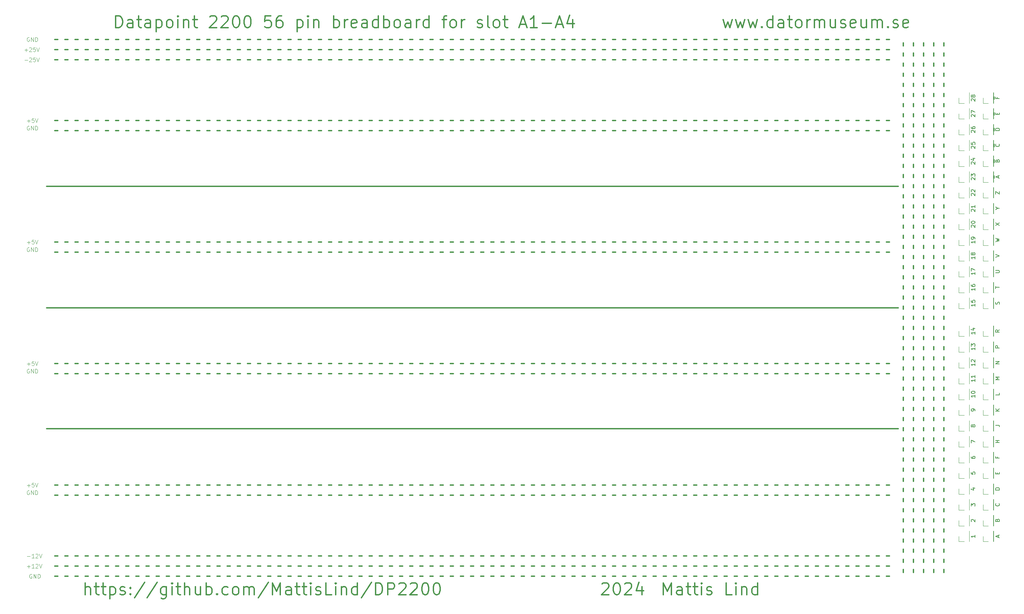
<source format=gbr>
%TF.GenerationSoftware,KiCad,Pcbnew,8.0.2*%
%TF.CreationDate,2024-05-20T22:27:28+02:00*%
%TF.ProjectId,Breadboard_56pin,42726561-6462-46f6-9172-645f35367069,rev?*%
%TF.SameCoordinates,Original*%
%TF.FileFunction,Legend,Top*%
%TF.FilePolarity,Positive*%
%FSLAX46Y46*%
G04 Gerber Fmt 4.6, Leading zero omitted, Abs format (unit mm)*
G04 Created by KiCad (PCBNEW 8.0.2) date 2024-05-20 22:27:28*
%MOMM*%
%LPD*%
G01*
G04 APERTURE LIST*
%ADD10C,0.300000*%
%ADD11C,0.100000*%
%ADD12C,0.150000*%
%ADD13C,0.120000*%
G04 APERTURE END LIST*
D10*
X120777000Y-173863000D02*
X334010000Y-173863000D01*
X120777000Y-143510000D02*
X334010000Y-143510000D01*
X120777000Y-113030000D02*
X334010000Y-113030000D01*
X293751000Y-190500000D02*
X292989000Y-190500000D01*
X281051000Y-190500000D02*
X280289000Y-190500000D01*
X141351000Y-190500000D02*
X140589000Y-190500000D01*
X225171000Y-190500000D02*
X224409000Y-190500000D01*
X194691000Y-190500000D02*
X193929000Y-190500000D01*
X301371000Y-190500000D02*
X300609000Y-190500000D01*
X275971000Y-190500000D02*
X275209000Y-190500000D01*
X288671000Y-190500000D02*
X287909000Y-190500000D01*
X131191000Y-190500000D02*
X130429000Y-190500000D01*
X253111000Y-190500000D02*
X252349000Y-190500000D01*
X255651000Y-190500000D02*
X254889000Y-190500000D01*
X189611000Y-190500000D02*
X188849000Y-190500000D01*
X181991000Y-190500000D02*
X181229000Y-190500000D01*
X164211000Y-190500000D02*
X163449000Y-190500000D01*
X212471000Y-190500000D02*
X211709000Y-190500000D01*
X265811000Y-190500000D02*
X265049000Y-190500000D01*
X230251000Y-190500000D02*
X229489000Y-190500000D01*
X192151000Y-190500000D02*
X191389000Y-190500000D01*
X171831000Y-190500000D02*
X171069000Y-190500000D01*
X184531000Y-190500000D02*
X183769000Y-190500000D01*
X143891000Y-190500000D02*
X143129000Y-190500000D01*
X176911000Y-190500000D02*
X176149000Y-190500000D01*
X316611000Y-190500000D02*
X315849000Y-190500000D01*
X133731000Y-190500000D02*
X132969000Y-190500000D01*
X270891000Y-190500000D02*
X270129000Y-190500000D01*
X154051000Y-190500000D02*
X153289000Y-190500000D01*
X174371000Y-190500000D02*
X173609000Y-190500000D01*
X258191000Y-190500000D02*
X257429000Y-190500000D01*
X217551000Y-190500000D02*
X216789000Y-190500000D01*
X222631000Y-190500000D02*
X221869000Y-190500000D01*
X202311000Y-190500000D02*
X201549000Y-190500000D01*
X298831000Y-190500000D02*
X298069000Y-190500000D01*
X166751000Y-190500000D02*
X165989000Y-190500000D01*
X245491000Y-190500000D02*
X244729000Y-190500000D01*
X161671000Y-190500000D02*
X160909000Y-190500000D01*
X156591000Y-190500000D02*
X155829000Y-190500000D01*
X138811000Y-190500000D02*
X138049000Y-190500000D01*
X260731000Y-190500000D02*
X259969000Y-190500000D01*
X296291000Y-190500000D02*
X295529000Y-190500000D01*
X263271000Y-190500000D02*
X262509000Y-190500000D01*
X179451000Y-190500000D02*
X178689000Y-190500000D01*
X197231000Y-190500000D02*
X196469000Y-190500000D01*
X169291000Y-190500000D02*
X168529000Y-190500000D01*
X242951000Y-190500000D02*
X242189000Y-190500000D01*
X329311000Y-190500000D02*
X328549000Y-190500000D01*
X240411000Y-190500000D02*
X239649000Y-190500000D01*
X204851000Y-190500000D02*
X204089000Y-190500000D01*
X146431000Y-190500000D02*
X145669000Y-190500000D01*
X199771000Y-190500000D02*
X199009000Y-190500000D01*
X324231000Y-190500000D02*
X323469000Y-190500000D01*
X136271000Y-190500000D02*
X135509000Y-190500000D01*
X207391000Y-190500000D02*
X206629000Y-190500000D01*
X321691000Y-190500000D02*
X320929000Y-190500000D01*
X148971000Y-190500000D02*
X148209000Y-190500000D01*
X326771000Y-190500000D02*
X326009000Y-190500000D01*
X227711000Y-190500000D02*
X226949000Y-190500000D01*
X215011000Y-190500000D02*
X214249000Y-190500000D01*
X273431000Y-190500000D02*
X272669000Y-190500000D01*
X268351000Y-190500000D02*
X267589000Y-190500000D01*
X248031000Y-190500000D02*
X247269000Y-190500000D01*
X126111000Y-190500000D02*
X125349000Y-190500000D01*
X237871000Y-190500000D02*
X237109000Y-190500000D01*
X314071000Y-190500000D02*
X313309000Y-190500000D01*
X278511000Y-190500000D02*
X277749000Y-190500000D01*
X303911000Y-190500000D02*
X303149000Y-190500000D01*
X286131000Y-190500000D02*
X285369000Y-190500000D01*
X311531000Y-190500000D02*
X310769000Y-190500000D01*
X308991000Y-190500000D02*
X308229000Y-190500000D01*
X123571000Y-190500000D02*
X122809000Y-190500000D01*
X250571000Y-190500000D02*
X249809000Y-190500000D01*
X209931000Y-190500000D02*
X209169000Y-190500000D01*
X151511000Y-190500000D02*
X150749000Y-190500000D01*
X187071000Y-190500000D02*
X186309000Y-190500000D01*
X128651000Y-190500000D02*
X127889000Y-190500000D01*
X220091000Y-190500000D02*
X219329000Y-190500000D01*
X283591000Y-190500000D02*
X282829000Y-190500000D01*
X159131000Y-190500000D02*
X158369000Y-190500000D01*
X235331000Y-190500000D02*
X234569000Y-190500000D01*
X306451000Y-190500000D02*
X305689000Y-190500000D01*
X291211000Y-190500000D02*
X290449000Y-190500000D01*
X319151000Y-190500000D02*
X318389000Y-190500000D01*
X232791000Y-190500000D02*
X232029000Y-190500000D01*
X331851000Y-190500000D02*
X331089000Y-190500000D01*
X293751000Y-187960000D02*
X292989000Y-187960000D01*
X281051000Y-187960000D02*
X280289000Y-187960000D01*
X141351000Y-187960000D02*
X140589000Y-187960000D01*
X225171000Y-187960000D02*
X224409000Y-187960000D01*
X194691000Y-187960000D02*
X193929000Y-187960000D01*
X301371000Y-187960000D02*
X300609000Y-187960000D01*
X275971000Y-187960000D02*
X275209000Y-187960000D01*
X288671000Y-187960000D02*
X287909000Y-187960000D01*
X131191000Y-187960000D02*
X130429000Y-187960000D01*
X253111000Y-187960000D02*
X252349000Y-187960000D01*
X255651000Y-187960000D02*
X254889000Y-187960000D01*
X189611000Y-187960000D02*
X188849000Y-187960000D01*
X181991000Y-187960000D02*
X181229000Y-187960000D01*
X164211000Y-187960000D02*
X163449000Y-187960000D01*
X212471000Y-187960000D02*
X211709000Y-187960000D01*
X265811000Y-187960000D02*
X265049000Y-187960000D01*
X230251000Y-187960000D02*
X229489000Y-187960000D01*
X192151000Y-187960000D02*
X191389000Y-187960000D01*
X171831000Y-187960000D02*
X171069000Y-187960000D01*
X184531000Y-187960000D02*
X183769000Y-187960000D01*
X143891000Y-187960000D02*
X143129000Y-187960000D01*
X176911000Y-187960000D02*
X176149000Y-187960000D01*
X316611000Y-187960000D02*
X315849000Y-187960000D01*
X133731000Y-187960000D02*
X132969000Y-187960000D01*
X270891000Y-187960000D02*
X270129000Y-187960000D01*
X154051000Y-187960000D02*
X153289000Y-187960000D01*
X174371000Y-187960000D02*
X173609000Y-187960000D01*
X258191000Y-187960000D02*
X257429000Y-187960000D01*
X217551000Y-187960000D02*
X216789000Y-187960000D01*
X222631000Y-187960000D02*
X221869000Y-187960000D01*
X202311000Y-187960000D02*
X201549000Y-187960000D01*
X298831000Y-187960000D02*
X298069000Y-187960000D01*
X166751000Y-187960000D02*
X165989000Y-187960000D01*
X245491000Y-187960000D02*
X244729000Y-187960000D01*
X161671000Y-187960000D02*
X160909000Y-187960000D01*
X156591000Y-187960000D02*
X155829000Y-187960000D01*
X138811000Y-187960000D02*
X138049000Y-187960000D01*
X260731000Y-187960000D02*
X259969000Y-187960000D01*
X296291000Y-187960000D02*
X295529000Y-187960000D01*
X263271000Y-187960000D02*
X262509000Y-187960000D01*
X179451000Y-187960000D02*
X178689000Y-187960000D01*
X197231000Y-187960000D02*
X196469000Y-187960000D01*
X169291000Y-187960000D02*
X168529000Y-187960000D01*
X242951000Y-187960000D02*
X242189000Y-187960000D01*
X329311000Y-187960000D02*
X328549000Y-187960000D01*
X240411000Y-187960000D02*
X239649000Y-187960000D01*
X204851000Y-187960000D02*
X204089000Y-187960000D01*
X146431000Y-187960000D02*
X145669000Y-187960000D01*
X199771000Y-187960000D02*
X199009000Y-187960000D01*
X324231000Y-187960000D02*
X323469000Y-187960000D01*
X136271000Y-187960000D02*
X135509000Y-187960000D01*
X207391000Y-187960000D02*
X206629000Y-187960000D01*
X321691000Y-187960000D02*
X320929000Y-187960000D01*
X148971000Y-187960000D02*
X148209000Y-187960000D01*
X326771000Y-187960000D02*
X326009000Y-187960000D01*
X227711000Y-187960000D02*
X226949000Y-187960000D01*
X215011000Y-187960000D02*
X214249000Y-187960000D01*
X273431000Y-187960000D02*
X272669000Y-187960000D01*
X268351000Y-187960000D02*
X267589000Y-187960000D01*
X248031000Y-187960000D02*
X247269000Y-187960000D01*
X126111000Y-187960000D02*
X125349000Y-187960000D01*
X237871000Y-187960000D02*
X237109000Y-187960000D01*
X314071000Y-187960000D02*
X313309000Y-187960000D01*
X278511000Y-187960000D02*
X277749000Y-187960000D01*
X303911000Y-187960000D02*
X303149000Y-187960000D01*
X286131000Y-187960000D02*
X285369000Y-187960000D01*
X311531000Y-187960000D02*
X310769000Y-187960000D01*
X308991000Y-187960000D02*
X308229000Y-187960000D01*
X123571000Y-187960000D02*
X122809000Y-187960000D01*
X250571000Y-187960000D02*
X249809000Y-187960000D01*
X209931000Y-187960000D02*
X209169000Y-187960000D01*
X151511000Y-187960000D02*
X150749000Y-187960000D01*
X187071000Y-187960000D02*
X186309000Y-187960000D01*
X128651000Y-187960000D02*
X127889000Y-187960000D01*
X220091000Y-187960000D02*
X219329000Y-187960000D01*
X283591000Y-187960000D02*
X282829000Y-187960000D01*
X159131000Y-187960000D02*
X158369000Y-187960000D01*
X235331000Y-187960000D02*
X234569000Y-187960000D01*
X306451000Y-187960000D02*
X305689000Y-187960000D01*
X291211000Y-187960000D02*
X290449000Y-187960000D01*
X319151000Y-187960000D02*
X318389000Y-187960000D01*
X232791000Y-187960000D02*
X232029000Y-187960000D01*
X331851000Y-187960000D02*
X331089000Y-187960000D01*
X345440000Y-115189000D02*
X345440000Y-115951000D01*
X345440000Y-127889000D02*
X345440000Y-128651000D01*
X345440000Y-183769000D02*
X345440000Y-184531000D01*
X345440000Y-107569000D02*
X345440000Y-108331000D01*
X345440000Y-132969000D02*
X345440000Y-133731000D01*
X345440000Y-120269000D02*
X345440000Y-121031000D01*
X345440000Y-155829000D02*
X345440000Y-156591000D01*
X345440000Y-153289000D02*
X345440000Y-154051000D01*
X345440000Y-196469000D02*
X345440000Y-197231000D01*
X345440000Y-143129000D02*
X345440000Y-143891000D01*
X345440000Y-178689000D02*
X345440000Y-179451000D01*
X345440000Y-92329000D02*
X345440000Y-93091000D01*
X345440000Y-138049000D02*
X345440000Y-138811000D01*
X345440000Y-150749000D02*
X345440000Y-151511000D01*
X345440000Y-191389000D02*
X345440000Y-192151000D01*
X345440000Y-186309000D02*
X345440000Y-187071000D01*
X345440000Y-206629000D02*
X345440000Y-207391000D01*
X345440000Y-110109000D02*
X345440000Y-110871000D01*
X345440000Y-163449000D02*
X345440000Y-164211000D01*
X345440000Y-148209000D02*
X345440000Y-148971000D01*
X345440000Y-112649000D02*
X345440000Y-113411000D01*
X345440000Y-145669000D02*
X345440000Y-146431000D01*
X345440000Y-165989000D02*
X345440000Y-166751000D01*
X345440000Y-79629000D02*
X345440000Y-80391000D01*
X345440000Y-168529000D02*
X345440000Y-169291000D01*
X345440000Y-204089000D02*
X345440000Y-204851000D01*
X345440000Y-209169000D02*
X345440000Y-209931000D01*
X345440000Y-84709000D02*
X345440000Y-85471000D01*
X345440000Y-201549000D02*
X345440000Y-202311000D01*
X345440000Y-87249000D02*
X345440000Y-88011000D01*
X345440000Y-82169000D02*
X345440000Y-82931000D01*
X345440000Y-181229000D02*
X345440000Y-181991000D01*
X345440000Y-193929000D02*
X345440000Y-194691000D01*
X345440000Y-135509000D02*
X345440000Y-136271000D01*
X345440000Y-140589000D02*
X345440000Y-141351000D01*
X345440000Y-160909000D02*
X345440000Y-161671000D01*
X345440000Y-171069000D02*
X345440000Y-171831000D01*
X345440000Y-94869000D02*
X345440000Y-95631000D01*
X345440000Y-130429000D02*
X345440000Y-131191000D01*
X345440000Y-105029000D02*
X345440000Y-105791000D01*
X345440000Y-122809000D02*
X345440000Y-123571000D01*
X345440000Y-97409000D02*
X345440000Y-98171000D01*
X345440000Y-99949000D02*
X345440000Y-100711000D01*
X345440000Y-158369000D02*
X345440000Y-159131000D01*
X345440000Y-199009000D02*
X345440000Y-199771000D01*
X345440000Y-188849000D02*
X345440000Y-189611000D01*
X345440000Y-125349000D02*
X345440000Y-126111000D01*
X345440000Y-173609000D02*
X345440000Y-174371000D01*
X345440000Y-102489000D02*
X345440000Y-103251000D01*
X345440000Y-117729000D02*
X345440000Y-118491000D01*
X345440000Y-89789000D02*
X345440000Y-90551000D01*
X345440000Y-176149000D02*
X345440000Y-176911000D01*
X345440000Y-77089000D02*
X345440000Y-77851000D01*
X342900000Y-115189000D02*
X342900000Y-115951000D01*
X342900000Y-127889000D02*
X342900000Y-128651000D01*
X342900000Y-183769000D02*
X342900000Y-184531000D01*
X342900000Y-107569000D02*
X342900000Y-108331000D01*
X342900000Y-132969000D02*
X342900000Y-133731000D01*
X342900000Y-120269000D02*
X342900000Y-121031000D01*
X342900000Y-155829000D02*
X342900000Y-156591000D01*
X342900000Y-153289000D02*
X342900000Y-154051000D01*
X342900000Y-196469000D02*
X342900000Y-197231000D01*
X342900000Y-143129000D02*
X342900000Y-143891000D01*
X342900000Y-178689000D02*
X342900000Y-179451000D01*
X342900000Y-92329000D02*
X342900000Y-93091000D01*
X342900000Y-138049000D02*
X342900000Y-138811000D01*
X342900000Y-150749000D02*
X342900000Y-151511000D01*
X342900000Y-191389000D02*
X342900000Y-192151000D01*
X342900000Y-186309000D02*
X342900000Y-187071000D01*
X342900000Y-206629000D02*
X342900000Y-207391000D01*
X342900000Y-110109000D02*
X342900000Y-110871000D01*
X342900000Y-163449000D02*
X342900000Y-164211000D01*
X342900000Y-148209000D02*
X342900000Y-148971000D01*
X342900000Y-112649000D02*
X342900000Y-113411000D01*
X342900000Y-145669000D02*
X342900000Y-146431000D01*
X342900000Y-165989000D02*
X342900000Y-166751000D01*
X342900000Y-79629000D02*
X342900000Y-80391000D01*
X342900000Y-168529000D02*
X342900000Y-169291000D01*
X342900000Y-204089000D02*
X342900000Y-204851000D01*
X342900000Y-209169000D02*
X342900000Y-209931000D01*
X342900000Y-84709000D02*
X342900000Y-85471000D01*
X342900000Y-201549000D02*
X342900000Y-202311000D01*
X342900000Y-87249000D02*
X342900000Y-88011000D01*
X342900000Y-82169000D02*
X342900000Y-82931000D01*
X342900000Y-181229000D02*
X342900000Y-181991000D01*
X342900000Y-193929000D02*
X342900000Y-194691000D01*
X342900000Y-135509000D02*
X342900000Y-136271000D01*
X342900000Y-140589000D02*
X342900000Y-141351000D01*
X342900000Y-160909000D02*
X342900000Y-161671000D01*
X342900000Y-171069000D02*
X342900000Y-171831000D01*
X342900000Y-94869000D02*
X342900000Y-95631000D01*
X342900000Y-130429000D02*
X342900000Y-131191000D01*
X342900000Y-105029000D02*
X342900000Y-105791000D01*
X342900000Y-122809000D02*
X342900000Y-123571000D01*
X342900000Y-97409000D02*
X342900000Y-98171000D01*
X342900000Y-99949000D02*
X342900000Y-100711000D01*
X342900000Y-158369000D02*
X342900000Y-159131000D01*
X342900000Y-199009000D02*
X342900000Y-199771000D01*
X342900000Y-188849000D02*
X342900000Y-189611000D01*
X342900000Y-125349000D02*
X342900000Y-126111000D01*
X342900000Y-173609000D02*
X342900000Y-174371000D01*
X342900000Y-102489000D02*
X342900000Y-103251000D01*
X342900000Y-117729000D02*
X342900000Y-118491000D01*
X342900000Y-89789000D02*
X342900000Y-90551000D01*
X342900000Y-176149000D02*
X342900000Y-176911000D01*
X342900000Y-77089000D02*
X342900000Y-77851000D01*
X340360000Y-115189000D02*
X340360000Y-115951000D01*
X340360000Y-127889000D02*
X340360000Y-128651000D01*
X340360000Y-183769000D02*
X340360000Y-184531000D01*
X340360000Y-107569000D02*
X340360000Y-108331000D01*
X340360000Y-132969000D02*
X340360000Y-133731000D01*
X340360000Y-120269000D02*
X340360000Y-121031000D01*
X340360000Y-155829000D02*
X340360000Y-156591000D01*
X340360000Y-153289000D02*
X340360000Y-154051000D01*
X340360000Y-196469000D02*
X340360000Y-197231000D01*
X340360000Y-143129000D02*
X340360000Y-143891000D01*
X340360000Y-178689000D02*
X340360000Y-179451000D01*
X340360000Y-92329000D02*
X340360000Y-93091000D01*
X340360000Y-138049000D02*
X340360000Y-138811000D01*
X340360000Y-150749000D02*
X340360000Y-151511000D01*
X340360000Y-191389000D02*
X340360000Y-192151000D01*
X340360000Y-186309000D02*
X340360000Y-187071000D01*
X340360000Y-206629000D02*
X340360000Y-207391000D01*
X340360000Y-110109000D02*
X340360000Y-110871000D01*
X340360000Y-163449000D02*
X340360000Y-164211000D01*
X340360000Y-148209000D02*
X340360000Y-148971000D01*
X340360000Y-112649000D02*
X340360000Y-113411000D01*
X340360000Y-145669000D02*
X340360000Y-146431000D01*
X340360000Y-165989000D02*
X340360000Y-166751000D01*
X340360000Y-79629000D02*
X340360000Y-80391000D01*
X340360000Y-168529000D02*
X340360000Y-169291000D01*
X340360000Y-204089000D02*
X340360000Y-204851000D01*
X340360000Y-209169000D02*
X340360000Y-209931000D01*
X340360000Y-84709000D02*
X340360000Y-85471000D01*
X340360000Y-201549000D02*
X340360000Y-202311000D01*
X340360000Y-87249000D02*
X340360000Y-88011000D01*
X340360000Y-82169000D02*
X340360000Y-82931000D01*
X340360000Y-181229000D02*
X340360000Y-181991000D01*
X340360000Y-193929000D02*
X340360000Y-194691000D01*
X340360000Y-135509000D02*
X340360000Y-136271000D01*
X340360000Y-140589000D02*
X340360000Y-141351000D01*
X340360000Y-160909000D02*
X340360000Y-161671000D01*
X340360000Y-171069000D02*
X340360000Y-171831000D01*
X340360000Y-94869000D02*
X340360000Y-95631000D01*
X340360000Y-130429000D02*
X340360000Y-131191000D01*
X340360000Y-105029000D02*
X340360000Y-105791000D01*
X340360000Y-122809000D02*
X340360000Y-123571000D01*
X340360000Y-97409000D02*
X340360000Y-98171000D01*
X340360000Y-99949000D02*
X340360000Y-100711000D01*
X340360000Y-158369000D02*
X340360000Y-159131000D01*
X340360000Y-199009000D02*
X340360000Y-199771000D01*
X340360000Y-188849000D02*
X340360000Y-189611000D01*
X340360000Y-125349000D02*
X340360000Y-126111000D01*
X340360000Y-173609000D02*
X340360000Y-174371000D01*
X340360000Y-102489000D02*
X340360000Y-103251000D01*
X340360000Y-117729000D02*
X340360000Y-118491000D01*
X340360000Y-89789000D02*
X340360000Y-90551000D01*
X340360000Y-176149000D02*
X340360000Y-176911000D01*
X340360000Y-77089000D02*
X340360000Y-77851000D01*
X337820000Y-115189000D02*
X337820000Y-115951000D01*
X337820000Y-127889000D02*
X337820000Y-128651000D01*
X337820000Y-183769000D02*
X337820000Y-184531000D01*
X337820000Y-107569000D02*
X337820000Y-108331000D01*
X337820000Y-132969000D02*
X337820000Y-133731000D01*
X337820000Y-120269000D02*
X337820000Y-121031000D01*
X337820000Y-155829000D02*
X337820000Y-156591000D01*
X337820000Y-153289000D02*
X337820000Y-154051000D01*
X337820000Y-196469000D02*
X337820000Y-197231000D01*
X337820000Y-143129000D02*
X337820000Y-143891000D01*
X337820000Y-178689000D02*
X337820000Y-179451000D01*
X337820000Y-92329000D02*
X337820000Y-93091000D01*
X337820000Y-138049000D02*
X337820000Y-138811000D01*
X337820000Y-150749000D02*
X337820000Y-151511000D01*
X337820000Y-191389000D02*
X337820000Y-192151000D01*
X337820000Y-186309000D02*
X337820000Y-187071000D01*
X337820000Y-206629000D02*
X337820000Y-207391000D01*
X337820000Y-110109000D02*
X337820000Y-110871000D01*
X337820000Y-163449000D02*
X337820000Y-164211000D01*
X337820000Y-148209000D02*
X337820000Y-148971000D01*
X337820000Y-112649000D02*
X337820000Y-113411000D01*
X337820000Y-145669000D02*
X337820000Y-146431000D01*
X337820000Y-165989000D02*
X337820000Y-166751000D01*
X337820000Y-79629000D02*
X337820000Y-80391000D01*
X337820000Y-168529000D02*
X337820000Y-169291000D01*
X337820000Y-204089000D02*
X337820000Y-204851000D01*
X337820000Y-209169000D02*
X337820000Y-209931000D01*
X337820000Y-84709000D02*
X337820000Y-85471000D01*
X337820000Y-201549000D02*
X337820000Y-202311000D01*
X337820000Y-87249000D02*
X337820000Y-88011000D01*
X337820000Y-82169000D02*
X337820000Y-82931000D01*
X337820000Y-181229000D02*
X337820000Y-181991000D01*
X337820000Y-193929000D02*
X337820000Y-194691000D01*
X337820000Y-135509000D02*
X337820000Y-136271000D01*
X337820000Y-140589000D02*
X337820000Y-141351000D01*
X337820000Y-160909000D02*
X337820000Y-161671000D01*
X337820000Y-171069000D02*
X337820000Y-171831000D01*
X337820000Y-94869000D02*
X337820000Y-95631000D01*
X337820000Y-130429000D02*
X337820000Y-131191000D01*
X337820000Y-105029000D02*
X337820000Y-105791000D01*
X337820000Y-122809000D02*
X337820000Y-123571000D01*
X337820000Y-97409000D02*
X337820000Y-98171000D01*
X337820000Y-99949000D02*
X337820000Y-100711000D01*
X337820000Y-158369000D02*
X337820000Y-159131000D01*
X337820000Y-199009000D02*
X337820000Y-199771000D01*
X337820000Y-188849000D02*
X337820000Y-189611000D01*
X337820000Y-125349000D02*
X337820000Y-126111000D01*
X337820000Y-173609000D02*
X337820000Y-174371000D01*
X337820000Y-102489000D02*
X337820000Y-103251000D01*
X337820000Y-117729000D02*
X337820000Y-118491000D01*
X337820000Y-89789000D02*
X337820000Y-90551000D01*
X337820000Y-176149000D02*
X337820000Y-176911000D01*
X337820000Y-77089000D02*
X337820000Y-77851000D01*
X335280000Y-115189000D02*
X335280000Y-115951000D01*
X335280000Y-127889000D02*
X335280000Y-128651000D01*
X335280000Y-183769000D02*
X335280000Y-184531000D01*
X335280000Y-107569000D02*
X335280000Y-108331000D01*
X335280000Y-132969000D02*
X335280000Y-133731000D01*
X335280000Y-120269000D02*
X335280000Y-121031000D01*
X335280000Y-155829000D02*
X335280000Y-156591000D01*
X335280000Y-153289000D02*
X335280000Y-154051000D01*
X335280000Y-196469000D02*
X335280000Y-197231000D01*
X335280000Y-143129000D02*
X335280000Y-143891000D01*
X335280000Y-178689000D02*
X335280000Y-179451000D01*
X335280000Y-92329000D02*
X335280000Y-93091000D01*
X335280000Y-138049000D02*
X335280000Y-138811000D01*
X335280000Y-150749000D02*
X335280000Y-151511000D01*
X335280000Y-191389000D02*
X335280000Y-192151000D01*
X335280000Y-186309000D02*
X335280000Y-187071000D01*
X335280000Y-206629000D02*
X335280000Y-207391000D01*
X335280000Y-110109000D02*
X335280000Y-110871000D01*
X335280000Y-163449000D02*
X335280000Y-164211000D01*
X335280000Y-148209000D02*
X335280000Y-148971000D01*
X335280000Y-112649000D02*
X335280000Y-113411000D01*
X335280000Y-145669000D02*
X335280000Y-146431000D01*
X335280000Y-165989000D02*
X335280000Y-166751000D01*
X335280000Y-79629000D02*
X335280000Y-80391000D01*
X335280000Y-168529000D02*
X335280000Y-169291000D01*
X335280000Y-204089000D02*
X335280000Y-204851000D01*
X335280000Y-209169000D02*
X335280000Y-209931000D01*
X335280000Y-84709000D02*
X335280000Y-85471000D01*
X335280000Y-201549000D02*
X335280000Y-202311000D01*
X335280000Y-87249000D02*
X335280000Y-88011000D01*
X335280000Y-82169000D02*
X335280000Y-82931000D01*
X335280000Y-181229000D02*
X335280000Y-181991000D01*
X335280000Y-193929000D02*
X335280000Y-194691000D01*
X335280000Y-135509000D02*
X335280000Y-136271000D01*
X335280000Y-140589000D02*
X335280000Y-141351000D01*
X335280000Y-160909000D02*
X335280000Y-161671000D01*
X335280000Y-171069000D02*
X335280000Y-171831000D01*
X335280000Y-94869000D02*
X335280000Y-95631000D01*
X335280000Y-130429000D02*
X335280000Y-131191000D01*
X335280000Y-105029000D02*
X335280000Y-105791000D01*
X335280000Y-122809000D02*
X335280000Y-123571000D01*
X335280000Y-97409000D02*
X335280000Y-98171000D01*
X335280000Y-99949000D02*
X335280000Y-100711000D01*
X335280000Y-158369000D02*
X335280000Y-159131000D01*
X335280000Y-199009000D02*
X335280000Y-199771000D01*
X335280000Y-188849000D02*
X335280000Y-189611000D01*
X335280000Y-125349000D02*
X335280000Y-126111000D01*
X335280000Y-173609000D02*
X335280000Y-174371000D01*
X335280000Y-102489000D02*
X335280000Y-103251000D01*
X335280000Y-117729000D02*
X335280000Y-118491000D01*
X335280000Y-89789000D02*
X335280000Y-90551000D01*
X335280000Y-176149000D02*
X335280000Y-176911000D01*
X335280000Y-77089000D02*
X335280000Y-77851000D01*
X293751000Y-210820000D02*
X292989000Y-210820000D01*
X281051000Y-210820000D02*
X280289000Y-210820000D01*
X141351000Y-210820000D02*
X140589000Y-210820000D01*
X225171000Y-210820000D02*
X224409000Y-210820000D01*
X194691000Y-210820000D02*
X193929000Y-210820000D01*
X301371000Y-210820000D02*
X300609000Y-210820000D01*
X275971000Y-210820000D02*
X275209000Y-210820000D01*
X288671000Y-210820000D02*
X287909000Y-210820000D01*
X131191000Y-210820000D02*
X130429000Y-210820000D01*
X253111000Y-210820000D02*
X252349000Y-210820000D01*
X255651000Y-210820000D02*
X254889000Y-210820000D01*
X189611000Y-210820000D02*
X188849000Y-210820000D01*
X181991000Y-210820000D02*
X181229000Y-210820000D01*
X164211000Y-210820000D02*
X163449000Y-210820000D01*
X212471000Y-210820000D02*
X211709000Y-210820000D01*
X265811000Y-210820000D02*
X265049000Y-210820000D01*
X230251000Y-210820000D02*
X229489000Y-210820000D01*
X192151000Y-210820000D02*
X191389000Y-210820000D01*
X171831000Y-210820000D02*
X171069000Y-210820000D01*
X184531000Y-210820000D02*
X183769000Y-210820000D01*
X143891000Y-210820000D02*
X143129000Y-210820000D01*
X176911000Y-210820000D02*
X176149000Y-210820000D01*
X316611000Y-210820000D02*
X315849000Y-210820000D01*
X133731000Y-210820000D02*
X132969000Y-210820000D01*
X270891000Y-210820000D02*
X270129000Y-210820000D01*
X154051000Y-210820000D02*
X153289000Y-210820000D01*
X174371000Y-210820000D02*
X173609000Y-210820000D01*
X258191000Y-210820000D02*
X257429000Y-210820000D01*
X217551000Y-210820000D02*
X216789000Y-210820000D01*
X222631000Y-210820000D02*
X221869000Y-210820000D01*
X202311000Y-210820000D02*
X201549000Y-210820000D01*
X298831000Y-210820000D02*
X298069000Y-210820000D01*
X166751000Y-210820000D02*
X165989000Y-210820000D01*
X245491000Y-210820000D02*
X244729000Y-210820000D01*
X161671000Y-210820000D02*
X160909000Y-210820000D01*
X156591000Y-210820000D02*
X155829000Y-210820000D01*
X138811000Y-210820000D02*
X138049000Y-210820000D01*
X260731000Y-210820000D02*
X259969000Y-210820000D01*
X296291000Y-210820000D02*
X295529000Y-210820000D01*
X263271000Y-210820000D02*
X262509000Y-210820000D01*
X179451000Y-210820000D02*
X178689000Y-210820000D01*
X197231000Y-210820000D02*
X196469000Y-210820000D01*
X169291000Y-210820000D02*
X168529000Y-210820000D01*
X242951000Y-210820000D02*
X242189000Y-210820000D01*
X329311000Y-210820000D02*
X328549000Y-210820000D01*
X240411000Y-210820000D02*
X239649000Y-210820000D01*
X204851000Y-210820000D02*
X204089000Y-210820000D01*
X146431000Y-210820000D02*
X145669000Y-210820000D01*
X199771000Y-210820000D02*
X199009000Y-210820000D01*
X324231000Y-210820000D02*
X323469000Y-210820000D01*
X136271000Y-210820000D02*
X135509000Y-210820000D01*
X207391000Y-210820000D02*
X206629000Y-210820000D01*
X321691000Y-210820000D02*
X320929000Y-210820000D01*
X148971000Y-210820000D02*
X148209000Y-210820000D01*
X326771000Y-210820000D02*
X326009000Y-210820000D01*
X227711000Y-210820000D02*
X226949000Y-210820000D01*
X215011000Y-210820000D02*
X214249000Y-210820000D01*
X273431000Y-210820000D02*
X272669000Y-210820000D01*
X268351000Y-210820000D02*
X267589000Y-210820000D01*
X248031000Y-210820000D02*
X247269000Y-210820000D01*
X126111000Y-210820000D02*
X125349000Y-210820000D01*
X237871000Y-210820000D02*
X237109000Y-210820000D01*
X314071000Y-210820000D02*
X313309000Y-210820000D01*
X278511000Y-210820000D02*
X277749000Y-210820000D01*
X303911000Y-210820000D02*
X303149000Y-210820000D01*
X286131000Y-210820000D02*
X285369000Y-210820000D01*
X311531000Y-210820000D02*
X310769000Y-210820000D01*
X308991000Y-210820000D02*
X308229000Y-210820000D01*
X123571000Y-210820000D02*
X122809000Y-210820000D01*
X250571000Y-210820000D02*
X249809000Y-210820000D01*
X209931000Y-210820000D02*
X209169000Y-210820000D01*
X151511000Y-210820000D02*
X150749000Y-210820000D01*
X187071000Y-210820000D02*
X186309000Y-210820000D01*
X128651000Y-210820000D02*
X127889000Y-210820000D01*
X220091000Y-210820000D02*
X219329000Y-210820000D01*
X283591000Y-210820000D02*
X282829000Y-210820000D01*
X159131000Y-210820000D02*
X158369000Y-210820000D01*
X235331000Y-210820000D02*
X234569000Y-210820000D01*
X306451000Y-210820000D02*
X305689000Y-210820000D01*
X291211000Y-210820000D02*
X290449000Y-210820000D01*
X319151000Y-210820000D02*
X318389000Y-210820000D01*
X232791000Y-210820000D02*
X232029000Y-210820000D01*
X331851000Y-210820000D02*
X331089000Y-210820000D01*
X293751000Y-208280000D02*
X292989000Y-208280000D01*
X281051000Y-208280000D02*
X280289000Y-208280000D01*
X141351000Y-208280000D02*
X140589000Y-208280000D01*
X225171000Y-208280000D02*
X224409000Y-208280000D01*
X194691000Y-208280000D02*
X193929000Y-208280000D01*
X301371000Y-208280000D02*
X300609000Y-208280000D01*
X275971000Y-208280000D02*
X275209000Y-208280000D01*
X288671000Y-208280000D02*
X287909000Y-208280000D01*
X131191000Y-208280000D02*
X130429000Y-208280000D01*
X253111000Y-208280000D02*
X252349000Y-208280000D01*
X255651000Y-208280000D02*
X254889000Y-208280000D01*
X189611000Y-208280000D02*
X188849000Y-208280000D01*
X181991000Y-208280000D02*
X181229000Y-208280000D01*
X164211000Y-208280000D02*
X163449000Y-208280000D01*
X212471000Y-208280000D02*
X211709000Y-208280000D01*
X265811000Y-208280000D02*
X265049000Y-208280000D01*
X230251000Y-208280000D02*
X229489000Y-208280000D01*
X192151000Y-208280000D02*
X191389000Y-208280000D01*
X171831000Y-208280000D02*
X171069000Y-208280000D01*
X184531000Y-208280000D02*
X183769000Y-208280000D01*
X143891000Y-208280000D02*
X143129000Y-208280000D01*
X176911000Y-208280000D02*
X176149000Y-208280000D01*
X316611000Y-208280000D02*
X315849000Y-208280000D01*
X133731000Y-208280000D02*
X132969000Y-208280000D01*
X270891000Y-208280000D02*
X270129000Y-208280000D01*
X154051000Y-208280000D02*
X153289000Y-208280000D01*
X174371000Y-208280000D02*
X173609000Y-208280000D01*
X258191000Y-208280000D02*
X257429000Y-208280000D01*
X217551000Y-208280000D02*
X216789000Y-208280000D01*
X222631000Y-208280000D02*
X221869000Y-208280000D01*
X202311000Y-208280000D02*
X201549000Y-208280000D01*
X298831000Y-208280000D02*
X298069000Y-208280000D01*
X166751000Y-208280000D02*
X165989000Y-208280000D01*
X245491000Y-208280000D02*
X244729000Y-208280000D01*
X161671000Y-208280000D02*
X160909000Y-208280000D01*
X156591000Y-208280000D02*
X155829000Y-208280000D01*
X138811000Y-208280000D02*
X138049000Y-208280000D01*
X260731000Y-208280000D02*
X259969000Y-208280000D01*
X296291000Y-208280000D02*
X295529000Y-208280000D01*
X263271000Y-208280000D02*
X262509000Y-208280000D01*
X179451000Y-208280000D02*
X178689000Y-208280000D01*
X197231000Y-208280000D02*
X196469000Y-208280000D01*
X169291000Y-208280000D02*
X168529000Y-208280000D01*
X242951000Y-208280000D02*
X242189000Y-208280000D01*
X329311000Y-208280000D02*
X328549000Y-208280000D01*
X240411000Y-208280000D02*
X239649000Y-208280000D01*
X204851000Y-208280000D02*
X204089000Y-208280000D01*
X146431000Y-208280000D02*
X145669000Y-208280000D01*
X199771000Y-208280000D02*
X199009000Y-208280000D01*
X324231000Y-208280000D02*
X323469000Y-208280000D01*
X136271000Y-208280000D02*
X135509000Y-208280000D01*
X207391000Y-208280000D02*
X206629000Y-208280000D01*
X321691000Y-208280000D02*
X320929000Y-208280000D01*
X148971000Y-208280000D02*
X148209000Y-208280000D01*
X326771000Y-208280000D02*
X326009000Y-208280000D01*
X227711000Y-208280000D02*
X226949000Y-208280000D01*
X215011000Y-208280000D02*
X214249000Y-208280000D01*
X273431000Y-208280000D02*
X272669000Y-208280000D01*
X268351000Y-208280000D02*
X267589000Y-208280000D01*
X248031000Y-208280000D02*
X247269000Y-208280000D01*
X126111000Y-208280000D02*
X125349000Y-208280000D01*
X237871000Y-208280000D02*
X237109000Y-208280000D01*
X314071000Y-208280000D02*
X313309000Y-208280000D01*
X278511000Y-208280000D02*
X277749000Y-208280000D01*
X303911000Y-208280000D02*
X303149000Y-208280000D01*
X286131000Y-208280000D02*
X285369000Y-208280000D01*
X311531000Y-208280000D02*
X310769000Y-208280000D01*
X308991000Y-208280000D02*
X308229000Y-208280000D01*
X123571000Y-208280000D02*
X122809000Y-208280000D01*
X250571000Y-208280000D02*
X249809000Y-208280000D01*
X209931000Y-208280000D02*
X209169000Y-208280000D01*
X151511000Y-208280000D02*
X150749000Y-208280000D01*
X187071000Y-208280000D02*
X186309000Y-208280000D01*
X128651000Y-208280000D02*
X127889000Y-208280000D01*
X220091000Y-208280000D02*
X219329000Y-208280000D01*
X283591000Y-208280000D02*
X282829000Y-208280000D01*
X159131000Y-208280000D02*
X158369000Y-208280000D01*
X235331000Y-208280000D02*
X234569000Y-208280000D01*
X306451000Y-208280000D02*
X305689000Y-208280000D01*
X291211000Y-208280000D02*
X290449000Y-208280000D01*
X319151000Y-208280000D02*
X318389000Y-208280000D01*
X232791000Y-208280000D02*
X232029000Y-208280000D01*
X331851000Y-208280000D02*
X331089000Y-208280000D01*
X293751000Y-205740000D02*
X292989000Y-205740000D01*
X281051000Y-205740000D02*
X280289000Y-205740000D01*
X141351000Y-205740000D02*
X140589000Y-205740000D01*
X225171000Y-205740000D02*
X224409000Y-205740000D01*
X194691000Y-205740000D02*
X193929000Y-205740000D01*
X301371000Y-205740000D02*
X300609000Y-205740000D01*
X275971000Y-205740000D02*
X275209000Y-205740000D01*
X288671000Y-205740000D02*
X287909000Y-205740000D01*
X131191000Y-205740000D02*
X130429000Y-205740000D01*
X253111000Y-205740000D02*
X252349000Y-205740000D01*
X255651000Y-205740000D02*
X254889000Y-205740000D01*
X189611000Y-205740000D02*
X188849000Y-205740000D01*
X181991000Y-205740000D02*
X181229000Y-205740000D01*
X164211000Y-205740000D02*
X163449000Y-205740000D01*
X212471000Y-205740000D02*
X211709000Y-205740000D01*
X265811000Y-205740000D02*
X265049000Y-205740000D01*
X230251000Y-205740000D02*
X229489000Y-205740000D01*
X192151000Y-205740000D02*
X191389000Y-205740000D01*
X171831000Y-205740000D02*
X171069000Y-205740000D01*
X184531000Y-205740000D02*
X183769000Y-205740000D01*
X143891000Y-205740000D02*
X143129000Y-205740000D01*
X176911000Y-205740000D02*
X176149000Y-205740000D01*
X316611000Y-205740000D02*
X315849000Y-205740000D01*
X133731000Y-205740000D02*
X132969000Y-205740000D01*
X270891000Y-205740000D02*
X270129000Y-205740000D01*
X154051000Y-205740000D02*
X153289000Y-205740000D01*
X174371000Y-205740000D02*
X173609000Y-205740000D01*
X258191000Y-205740000D02*
X257429000Y-205740000D01*
X217551000Y-205740000D02*
X216789000Y-205740000D01*
X222631000Y-205740000D02*
X221869000Y-205740000D01*
X202311000Y-205740000D02*
X201549000Y-205740000D01*
X298831000Y-205740000D02*
X298069000Y-205740000D01*
X166751000Y-205740000D02*
X165989000Y-205740000D01*
X245491000Y-205740000D02*
X244729000Y-205740000D01*
X161671000Y-205740000D02*
X160909000Y-205740000D01*
X156591000Y-205740000D02*
X155829000Y-205740000D01*
X138811000Y-205740000D02*
X138049000Y-205740000D01*
X260731000Y-205740000D02*
X259969000Y-205740000D01*
X296291000Y-205740000D02*
X295529000Y-205740000D01*
X263271000Y-205740000D02*
X262509000Y-205740000D01*
X179451000Y-205740000D02*
X178689000Y-205740000D01*
X197231000Y-205740000D02*
X196469000Y-205740000D01*
X169291000Y-205740000D02*
X168529000Y-205740000D01*
X242951000Y-205740000D02*
X242189000Y-205740000D01*
X329311000Y-205740000D02*
X328549000Y-205740000D01*
X240411000Y-205740000D02*
X239649000Y-205740000D01*
X204851000Y-205740000D02*
X204089000Y-205740000D01*
X146431000Y-205740000D02*
X145669000Y-205740000D01*
X199771000Y-205740000D02*
X199009000Y-205740000D01*
X324231000Y-205740000D02*
X323469000Y-205740000D01*
X136271000Y-205740000D02*
X135509000Y-205740000D01*
X207391000Y-205740000D02*
X206629000Y-205740000D01*
X321691000Y-205740000D02*
X320929000Y-205740000D01*
X148971000Y-205740000D02*
X148209000Y-205740000D01*
X326771000Y-205740000D02*
X326009000Y-205740000D01*
X227711000Y-205740000D02*
X226949000Y-205740000D01*
X215011000Y-205740000D02*
X214249000Y-205740000D01*
X273431000Y-205740000D02*
X272669000Y-205740000D01*
X268351000Y-205740000D02*
X267589000Y-205740000D01*
X248031000Y-205740000D02*
X247269000Y-205740000D01*
X126111000Y-205740000D02*
X125349000Y-205740000D01*
X237871000Y-205740000D02*
X237109000Y-205740000D01*
X314071000Y-205740000D02*
X313309000Y-205740000D01*
X278511000Y-205740000D02*
X277749000Y-205740000D01*
X303911000Y-205740000D02*
X303149000Y-205740000D01*
X286131000Y-205740000D02*
X285369000Y-205740000D01*
X311531000Y-205740000D02*
X310769000Y-205740000D01*
X308991000Y-205740000D02*
X308229000Y-205740000D01*
X123571000Y-205740000D02*
X122809000Y-205740000D01*
X250571000Y-205740000D02*
X249809000Y-205740000D01*
X209931000Y-205740000D02*
X209169000Y-205740000D01*
X151511000Y-205740000D02*
X150749000Y-205740000D01*
X187071000Y-205740000D02*
X186309000Y-205740000D01*
X128651000Y-205740000D02*
X127889000Y-205740000D01*
X220091000Y-205740000D02*
X219329000Y-205740000D01*
X283591000Y-205740000D02*
X282829000Y-205740000D01*
X159131000Y-205740000D02*
X158369000Y-205740000D01*
X235331000Y-205740000D02*
X234569000Y-205740000D01*
X306451000Y-205740000D02*
X305689000Y-205740000D01*
X291211000Y-205740000D02*
X290449000Y-205740000D01*
X319151000Y-205740000D02*
X318389000Y-205740000D01*
X232791000Y-205740000D02*
X232029000Y-205740000D01*
X331851000Y-205740000D02*
X331089000Y-205740000D01*
X293751000Y-157480000D02*
X292989000Y-157480000D01*
X281051000Y-157480000D02*
X280289000Y-157480000D01*
X141351000Y-157480000D02*
X140589000Y-157480000D01*
X225171000Y-157480000D02*
X224409000Y-157480000D01*
X194691000Y-157480000D02*
X193929000Y-157480000D01*
X301371000Y-157480000D02*
X300609000Y-157480000D01*
X275971000Y-157480000D02*
X275209000Y-157480000D01*
X288671000Y-157480000D02*
X287909000Y-157480000D01*
X131191000Y-157480000D02*
X130429000Y-157480000D01*
X253111000Y-157480000D02*
X252349000Y-157480000D01*
X255651000Y-157480000D02*
X254889000Y-157480000D01*
X189611000Y-157480000D02*
X188849000Y-157480000D01*
X181991000Y-157480000D02*
X181229000Y-157480000D01*
X164211000Y-157480000D02*
X163449000Y-157480000D01*
X212471000Y-157480000D02*
X211709000Y-157480000D01*
X265811000Y-157480000D02*
X265049000Y-157480000D01*
X230251000Y-157480000D02*
X229489000Y-157480000D01*
X192151000Y-157480000D02*
X191389000Y-157480000D01*
X171831000Y-157480000D02*
X171069000Y-157480000D01*
X184531000Y-157480000D02*
X183769000Y-157480000D01*
X143891000Y-157480000D02*
X143129000Y-157480000D01*
X176911000Y-157480000D02*
X176149000Y-157480000D01*
X316611000Y-157480000D02*
X315849000Y-157480000D01*
X133731000Y-157480000D02*
X132969000Y-157480000D01*
X270891000Y-157480000D02*
X270129000Y-157480000D01*
X154051000Y-157480000D02*
X153289000Y-157480000D01*
X174371000Y-157480000D02*
X173609000Y-157480000D01*
X258191000Y-157480000D02*
X257429000Y-157480000D01*
X217551000Y-157480000D02*
X216789000Y-157480000D01*
X222631000Y-157480000D02*
X221869000Y-157480000D01*
X202311000Y-157480000D02*
X201549000Y-157480000D01*
X298831000Y-157480000D02*
X298069000Y-157480000D01*
X166751000Y-157480000D02*
X165989000Y-157480000D01*
X245491000Y-157480000D02*
X244729000Y-157480000D01*
X161671000Y-157480000D02*
X160909000Y-157480000D01*
X156591000Y-157480000D02*
X155829000Y-157480000D01*
X138811000Y-157480000D02*
X138049000Y-157480000D01*
X260731000Y-157480000D02*
X259969000Y-157480000D01*
X296291000Y-157480000D02*
X295529000Y-157480000D01*
X263271000Y-157480000D02*
X262509000Y-157480000D01*
X179451000Y-157480000D02*
X178689000Y-157480000D01*
X197231000Y-157480000D02*
X196469000Y-157480000D01*
X169291000Y-157480000D02*
X168529000Y-157480000D01*
X242951000Y-157480000D02*
X242189000Y-157480000D01*
X329311000Y-157480000D02*
X328549000Y-157480000D01*
X240411000Y-157480000D02*
X239649000Y-157480000D01*
X204851000Y-157480000D02*
X204089000Y-157480000D01*
X146431000Y-157480000D02*
X145669000Y-157480000D01*
X199771000Y-157480000D02*
X199009000Y-157480000D01*
X324231000Y-157480000D02*
X323469000Y-157480000D01*
X136271000Y-157480000D02*
X135509000Y-157480000D01*
X207391000Y-157480000D02*
X206629000Y-157480000D01*
X321691000Y-157480000D02*
X320929000Y-157480000D01*
X148971000Y-157480000D02*
X148209000Y-157480000D01*
X326771000Y-157480000D02*
X326009000Y-157480000D01*
X227711000Y-157480000D02*
X226949000Y-157480000D01*
X215011000Y-157480000D02*
X214249000Y-157480000D01*
X273431000Y-157480000D02*
X272669000Y-157480000D01*
X268351000Y-157480000D02*
X267589000Y-157480000D01*
X248031000Y-157480000D02*
X247269000Y-157480000D01*
X126111000Y-157480000D02*
X125349000Y-157480000D01*
X237871000Y-157480000D02*
X237109000Y-157480000D01*
X314071000Y-157480000D02*
X313309000Y-157480000D01*
X278511000Y-157480000D02*
X277749000Y-157480000D01*
X303911000Y-157480000D02*
X303149000Y-157480000D01*
X286131000Y-157480000D02*
X285369000Y-157480000D01*
X311531000Y-157480000D02*
X310769000Y-157480000D01*
X308991000Y-157480000D02*
X308229000Y-157480000D01*
X123571000Y-157480000D02*
X122809000Y-157480000D01*
X250571000Y-157480000D02*
X249809000Y-157480000D01*
X209931000Y-157480000D02*
X209169000Y-157480000D01*
X151511000Y-157480000D02*
X150749000Y-157480000D01*
X187071000Y-157480000D02*
X186309000Y-157480000D01*
X128651000Y-157480000D02*
X127889000Y-157480000D01*
X220091000Y-157480000D02*
X219329000Y-157480000D01*
X283591000Y-157480000D02*
X282829000Y-157480000D01*
X159131000Y-157480000D02*
X158369000Y-157480000D01*
X235331000Y-157480000D02*
X234569000Y-157480000D01*
X306451000Y-157480000D02*
X305689000Y-157480000D01*
X291211000Y-157480000D02*
X290449000Y-157480000D01*
X319151000Y-157480000D02*
X318389000Y-157480000D01*
X232791000Y-157480000D02*
X232029000Y-157480000D01*
X331851000Y-157480000D02*
X331089000Y-157480000D01*
X293751000Y-129540000D02*
X292989000Y-129540000D01*
X281051000Y-129540000D02*
X280289000Y-129540000D01*
X141351000Y-129540000D02*
X140589000Y-129540000D01*
X225171000Y-129540000D02*
X224409000Y-129540000D01*
X194691000Y-129540000D02*
X193929000Y-129540000D01*
X301371000Y-129540000D02*
X300609000Y-129540000D01*
X275971000Y-129540000D02*
X275209000Y-129540000D01*
X288671000Y-129540000D02*
X287909000Y-129540000D01*
X131191000Y-129540000D02*
X130429000Y-129540000D01*
X253111000Y-129540000D02*
X252349000Y-129540000D01*
X255651000Y-129540000D02*
X254889000Y-129540000D01*
X189611000Y-129540000D02*
X188849000Y-129540000D01*
X181991000Y-129540000D02*
X181229000Y-129540000D01*
X164211000Y-129540000D02*
X163449000Y-129540000D01*
X212471000Y-129540000D02*
X211709000Y-129540000D01*
X265811000Y-129540000D02*
X265049000Y-129540000D01*
X230251000Y-129540000D02*
X229489000Y-129540000D01*
X192151000Y-129540000D02*
X191389000Y-129540000D01*
X171831000Y-129540000D02*
X171069000Y-129540000D01*
X184531000Y-129540000D02*
X183769000Y-129540000D01*
X143891000Y-129540000D02*
X143129000Y-129540000D01*
X176911000Y-129540000D02*
X176149000Y-129540000D01*
X316611000Y-129540000D02*
X315849000Y-129540000D01*
X133731000Y-129540000D02*
X132969000Y-129540000D01*
X270891000Y-129540000D02*
X270129000Y-129540000D01*
X154051000Y-129540000D02*
X153289000Y-129540000D01*
X174371000Y-129540000D02*
X173609000Y-129540000D01*
X258191000Y-129540000D02*
X257429000Y-129540000D01*
X217551000Y-129540000D02*
X216789000Y-129540000D01*
X222631000Y-129540000D02*
X221869000Y-129540000D01*
X202311000Y-129540000D02*
X201549000Y-129540000D01*
X298831000Y-129540000D02*
X298069000Y-129540000D01*
X166751000Y-129540000D02*
X165989000Y-129540000D01*
X245491000Y-129540000D02*
X244729000Y-129540000D01*
X161671000Y-129540000D02*
X160909000Y-129540000D01*
X156591000Y-129540000D02*
X155829000Y-129540000D01*
X138811000Y-129540000D02*
X138049000Y-129540000D01*
X260731000Y-129540000D02*
X259969000Y-129540000D01*
X296291000Y-129540000D02*
X295529000Y-129540000D01*
X263271000Y-129540000D02*
X262509000Y-129540000D01*
X179451000Y-129540000D02*
X178689000Y-129540000D01*
X197231000Y-129540000D02*
X196469000Y-129540000D01*
X169291000Y-129540000D02*
X168529000Y-129540000D01*
X242951000Y-129540000D02*
X242189000Y-129540000D01*
X329311000Y-129540000D02*
X328549000Y-129540000D01*
X240411000Y-129540000D02*
X239649000Y-129540000D01*
X204851000Y-129540000D02*
X204089000Y-129540000D01*
X146431000Y-129540000D02*
X145669000Y-129540000D01*
X199771000Y-129540000D02*
X199009000Y-129540000D01*
X324231000Y-129540000D02*
X323469000Y-129540000D01*
X136271000Y-129540000D02*
X135509000Y-129540000D01*
X207391000Y-129540000D02*
X206629000Y-129540000D01*
X321691000Y-129540000D02*
X320929000Y-129540000D01*
X148971000Y-129540000D02*
X148209000Y-129540000D01*
X326771000Y-129540000D02*
X326009000Y-129540000D01*
X227711000Y-129540000D02*
X226949000Y-129540000D01*
X215011000Y-129540000D02*
X214249000Y-129540000D01*
X273431000Y-129540000D02*
X272669000Y-129540000D01*
X268351000Y-129540000D02*
X267589000Y-129540000D01*
X248031000Y-129540000D02*
X247269000Y-129540000D01*
X126111000Y-129540000D02*
X125349000Y-129540000D01*
X237871000Y-129540000D02*
X237109000Y-129540000D01*
X314071000Y-129540000D02*
X313309000Y-129540000D01*
X278511000Y-129540000D02*
X277749000Y-129540000D01*
X303911000Y-129540000D02*
X303149000Y-129540000D01*
X286131000Y-129540000D02*
X285369000Y-129540000D01*
X311531000Y-129540000D02*
X310769000Y-129540000D01*
X308991000Y-129540000D02*
X308229000Y-129540000D01*
X123571000Y-129540000D02*
X122809000Y-129540000D01*
X250571000Y-129540000D02*
X249809000Y-129540000D01*
X209931000Y-129540000D02*
X209169000Y-129540000D01*
X151511000Y-129540000D02*
X150749000Y-129540000D01*
X187071000Y-129540000D02*
X186309000Y-129540000D01*
X128651000Y-129540000D02*
X127889000Y-129540000D01*
X220091000Y-129540000D02*
X219329000Y-129540000D01*
X283591000Y-129540000D02*
X282829000Y-129540000D01*
X159131000Y-129540000D02*
X158369000Y-129540000D01*
X235331000Y-129540000D02*
X234569000Y-129540000D01*
X306451000Y-129540000D02*
X305689000Y-129540000D01*
X291211000Y-129540000D02*
X290449000Y-129540000D01*
X319151000Y-129540000D02*
X318389000Y-129540000D01*
X232791000Y-129540000D02*
X232029000Y-129540000D01*
X331851000Y-129540000D02*
X331089000Y-129540000D01*
X293751000Y-127000000D02*
X292989000Y-127000000D01*
X281051000Y-127000000D02*
X280289000Y-127000000D01*
X141351000Y-127000000D02*
X140589000Y-127000000D01*
X225171000Y-127000000D02*
X224409000Y-127000000D01*
X194691000Y-127000000D02*
X193929000Y-127000000D01*
X301371000Y-127000000D02*
X300609000Y-127000000D01*
X275971000Y-127000000D02*
X275209000Y-127000000D01*
X288671000Y-127000000D02*
X287909000Y-127000000D01*
X131191000Y-127000000D02*
X130429000Y-127000000D01*
X253111000Y-127000000D02*
X252349000Y-127000000D01*
X255651000Y-127000000D02*
X254889000Y-127000000D01*
X189611000Y-127000000D02*
X188849000Y-127000000D01*
X181991000Y-127000000D02*
X181229000Y-127000000D01*
X164211000Y-127000000D02*
X163449000Y-127000000D01*
X212471000Y-127000000D02*
X211709000Y-127000000D01*
X265811000Y-127000000D02*
X265049000Y-127000000D01*
X230251000Y-127000000D02*
X229489000Y-127000000D01*
X192151000Y-127000000D02*
X191389000Y-127000000D01*
X171831000Y-127000000D02*
X171069000Y-127000000D01*
X184531000Y-127000000D02*
X183769000Y-127000000D01*
X143891000Y-127000000D02*
X143129000Y-127000000D01*
X176911000Y-127000000D02*
X176149000Y-127000000D01*
X316611000Y-127000000D02*
X315849000Y-127000000D01*
X133731000Y-127000000D02*
X132969000Y-127000000D01*
X270891000Y-127000000D02*
X270129000Y-127000000D01*
X154051000Y-127000000D02*
X153289000Y-127000000D01*
X174371000Y-127000000D02*
X173609000Y-127000000D01*
X258191000Y-127000000D02*
X257429000Y-127000000D01*
X217551000Y-127000000D02*
X216789000Y-127000000D01*
X222631000Y-127000000D02*
X221869000Y-127000000D01*
X202311000Y-127000000D02*
X201549000Y-127000000D01*
X298831000Y-127000000D02*
X298069000Y-127000000D01*
X166751000Y-127000000D02*
X165989000Y-127000000D01*
X245491000Y-127000000D02*
X244729000Y-127000000D01*
X161671000Y-127000000D02*
X160909000Y-127000000D01*
X156591000Y-127000000D02*
X155829000Y-127000000D01*
X138811000Y-127000000D02*
X138049000Y-127000000D01*
X260731000Y-127000000D02*
X259969000Y-127000000D01*
X296291000Y-127000000D02*
X295529000Y-127000000D01*
X263271000Y-127000000D02*
X262509000Y-127000000D01*
X179451000Y-127000000D02*
X178689000Y-127000000D01*
X197231000Y-127000000D02*
X196469000Y-127000000D01*
X169291000Y-127000000D02*
X168529000Y-127000000D01*
X242951000Y-127000000D02*
X242189000Y-127000000D01*
X329311000Y-127000000D02*
X328549000Y-127000000D01*
X240411000Y-127000000D02*
X239649000Y-127000000D01*
X204851000Y-127000000D02*
X204089000Y-127000000D01*
X146431000Y-127000000D02*
X145669000Y-127000000D01*
X199771000Y-127000000D02*
X199009000Y-127000000D01*
X324231000Y-127000000D02*
X323469000Y-127000000D01*
X136271000Y-127000000D02*
X135509000Y-127000000D01*
X207391000Y-127000000D02*
X206629000Y-127000000D01*
X321691000Y-127000000D02*
X320929000Y-127000000D01*
X148971000Y-127000000D02*
X148209000Y-127000000D01*
X326771000Y-127000000D02*
X326009000Y-127000000D01*
X227711000Y-127000000D02*
X226949000Y-127000000D01*
X215011000Y-127000000D02*
X214249000Y-127000000D01*
X273431000Y-127000000D02*
X272669000Y-127000000D01*
X268351000Y-127000000D02*
X267589000Y-127000000D01*
X248031000Y-127000000D02*
X247269000Y-127000000D01*
X126111000Y-127000000D02*
X125349000Y-127000000D01*
X237871000Y-127000000D02*
X237109000Y-127000000D01*
X314071000Y-127000000D02*
X313309000Y-127000000D01*
X278511000Y-127000000D02*
X277749000Y-127000000D01*
X303911000Y-127000000D02*
X303149000Y-127000000D01*
X286131000Y-127000000D02*
X285369000Y-127000000D01*
X311531000Y-127000000D02*
X310769000Y-127000000D01*
X308991000Y-127000000D02*
X308229000Y-127000000D01*
X123571000Y-127000000D02*
X122809000Y-127000000D01*
X250571000Y-127000000D02*
X249809000Y-127000000D01*
X209931000Y-127000000D02*
X209169000Y-127000000D01*
X151511000Y-127000000D02*
X150749000Y-127000000D01*
X187071000Y-127000000D02*
X186309000Y-127000000D01*
X128651000Y-127000000D02*
X127889000Y-127000000D01*
X220091000Y-127000000D02*
X219329000Y-127000000D01*
X283591000Y-127000000D02*
X282829000Y-127000000D01*
X159131000Y-127000000D02*
X158369000Y-127000000D01*
X235331000Y-127000000D02*
X234569000Y-127000000D01*
X306451000Y-127000000D02*
X305689000Y-127000000D01*
X291211000Y-127000000D02*
X290449000Y-127000000D01*
X319151000Y-127000000D02*
X318389000Y-127000000D01*
X232791000Y-127000000D02*
X232029000Y-127000000D01*
X331851000Y-127000000D02*
X331089000Y-127000000D01*
X293751000Y-76200000D02*
X292989000Y-76200000D01*
X281051000Y-76200000D02*
X280289000Y-76200000D01*
X141351000Y-76200000D02*
X140589000Y-76200000D01*
X225171000Y-76200000D02*
X224409000Y-76200000D01*
X194691000Y-76200000D02*
X193929000Y-76200000D01*
X301371000Y-76200000D02*
X300609000Y-76200000D01*
X275971000Y-76200000D02*
X275209000Y-76200000D01*
X288671000Y-76200000D02*
X287909000Y-76200000D01*
X131191000Y-76200000D02*
X130429000Y-76200000D01*
X253111000Y-76200000D02*
X252349000Y-76200000D01*
X255651000Y-76200000D02*
X254889000Y-76200000D01*
X189611000Y-76200000D02*
X188849000Y-76200000D01*
X181991000Y-76200000D02*
X181229000Y-76200000D01*
X164211000Y-76200000D02*
X163449000Y-76200000D01*
X212471000Y-76200000D02*
X211709000Y-76200000D01*
X265811000Y-76200000D02*
X265049000Y-76200000D01*
X230251000Y-76200000D02*
X229489000Y-76200000D01*
X192151000Y-76200000D02*
X191389000Y-76200000D01*
X171831000Y-76200000D02*
X171069000Y-76200000D01*
X184531000Y-76200000D02*
X183769000Y-76200000D01*
X143891000Y-76200000D02*
X143129000Y-76200000D01*
X176911000Y-76200000D02*
X176149000Y-76200000D01*
X316611000Y-76200000D02*
X315849000Y-76200000D01*
X133731000Y-76200000D02*
X132969000Y-76200000D01*
X270891000Y-76200000D02*
X270129000Y-76200000D01*
X154051000Y-76200000D02*
X153289000Y-76200000D01*
X174371000Y-76200000D02*
X173609000Y-76200000D01*
X258191000Y-76200000D02*
X257429000Y-76200000D01*
X217551000Y-76200000D02*
X216789000Y-76200000D01*
X222631000Y-76200000D02*
X221869000Y-76200000D01*
X202311000Y-76200000D02*
X201549000Y-76200000D01*
X298831000Y-76200000D02*
X298069000Y-76200000D01*
X166751000Y-76200000D02*
X165989000Y-76200000D01*
X245491000Y-76200000D02*
X244729000Y-76200000D01*
X161671000Y-76200000D02*
X160909000Y-76200000D01*
X156591000Y-76200000D02*
X155829000Y-76200000D01*
X138811000Y-76200000D02*
X138049000Y-76200000D01*
X260731000Y-76200000D02*
X259969000Y-76200000D01*
X296291000Y-76200000D02*
X295529000Y-76200000D01*
X263271000Y-76200000D02*
X262509000Y-76200000D01*
X179451000Y-76200000D02*
X178689000Y-76200000D01*
X197231000Y-76200000D02*
X196469000Y-76200000D01*
X169291000Y-76200000D02*
X168529000Y-76200000D01*
X242951000Y-76200000D02*
X242189000Y-76200000D01*
X329311000Y-76200000D02*
X328549000Y-76200000D01*
X240411000Y-76200000D02*
X239649000Y-76200000D01*
X204851000Y-76200000D02*
X204089000Y-76200000D01*
X146431000Y-76200000D02*
X145669000Y-76200000D01*
X199771000Y-76200000D02*
X199009000Y-76200000D01*
X324231000Y-76200000D02*
X323469000Y-76200000D01*
X136271000Y-76200000D02*
X135509000Y-76200000D01*
X207391000Y-76200000D02*
X206629000Y-76200000D01*
X321691000Y-76200000D02*
X320929000Y-76200000D01*
X148971000Y-76200000D02*
X148209000Y-76200000D01*
X326771000Y-76200000D02*
X326009000Y-76200000D01*
X227711000Y-76200000D02*
X226949000Y-76200000D01*
X215011000Y-76200000D02*
X214249000Y-76200000D01*
X273431000Y-76200000D02*
X272669000Y-76200000D01*
X268351000Y-76200000D02*
X267589000Y-76200000D01*
X248031000Y-76200000D02*
X247269000Y-76200000D01*
X126111000Y-76200000D02*
X125349000Y-76200000D01*
X237871000Y-76200000D02*
X237109000Y-76200000D01*
X314071000Y-76200000D02*
X313309000Y-76200000D01*
X278511000Y-76200000D02*
X277749000Y-76200000D01*
X303911000Y-76200000D02*
X303149000Y-76200000D01*
X286131000Y-76200000D02*
X285369000Y-76200000D01*
X311531000Y-76200000D02*
X310769000Y-76200000D01*
X308991000Y-76200000D02*
X308229000Y-76200000D01*
X123571000Y-76200000D02*
X122809000Y-76200000D01*
X250571000Y-76200000D02*
X249809000Y-76200000D01*
X209931000Y-76200000D02*
X209169000Y-76200000D01*
X151511000Y-76200000D02*
X150749000Y-76200000D01*
X187071000Y-76200000D02*
X186309000Y-76200000D01*
X128651000Y-76200000D02*
X127889000Y-76200000D01*
X220091000Y-76200000D02*
X219329000Y-76200000D01*
X283591000Y-76200000D02*
X282829000Y-76200000D01*
X159131000Y-76200000D02*
X158369000Y-76200000D01*
X235331000Y-76200000D02*
X234569000Y-76200000D01*
X306451000Y-76200000D02*
X305689000Y-76200000D01*
X291211000Y-76200000D02*
X290449000Y-76200000D01*
X319151000Y-76200000D02*
X318389000Y-76200000D01*
X232791000Y-76200000D02*
X232029000Y-76200000D01*
X331851000Y-76200000D02*
X331089000Y-76200000D01*
X293751000Y-78740000D02*
X292989000Y-78740000D01*
X281051000Y-78740000D02*
X280289000Y-78740000D01*
X141351000Y-78740000D02*
X140589000Y-78740000D01*
X225171000Y-78740000D02*
X224409000Y-78740000D01*
X194691000Y-78740000D02*
X193929000Y-78740000D01*
X301371000Y-78740000D02*
X300609000Y-78740000D01*
X275971000Y-78740000D02*
X275209000Y-78740000D01*
X288671000Y-78740000D02*
X287909000Y-78740000D01*
X131191000Y-78740000D02*
X130429000Y-78740000D01*
X253111000Y-78740000D02*
X252349000Y-78740000D01*
X255651000Y-78740000D02*
X254889000Y-78740000D01*
X189611000Y-78740000D02*
X188849000Y-78740000D01*
X181991000Y-78740000D02*
X181229000Y-78740000D01*
X164211000Y-78740000D02*
X163449000Y-78740000D01*
X212471000Y-78740000D02*
X211709000Y-78740000D01*
X265811000Y-78740000D02*
X265049000Y-78740000D01*
X230251000Y-78740000D02*
X229489000Y-78740000D01*
X192151000Y-78740000D02*
X191389000Y-78740000D01*
X171831000Y-78740000D02*
X171069000Y-78740000D01*
X184531000Y-78740000D02*
X183769000Y-78740000D01*
X143891000Y-78740000D02*
X143129000Y-78740000D01*
X176911000Y-78740000D02*
X176149000Y-78740000D01*
X316611000Y-78740000D02*
X315849000Y-78740000D01*
X133731000Y-78740000D02*
X132969000Y-78740000D01*
X270891000Y-78740000D02*
X270129000Y-78740000D01*
X154051000Y-78740000D02*
X153289000Y-78740000D01*
X174371000Y-78740000D02*
X173609000Y-78740000D01*
X258191000Y-78740000D02*
X257429000Y-78740000D01*
X217551000Y-78740000D02*
X216789000Y-78740000D01*
X222631000Y-78740000D02*
X221869000Y-78740000D01*
X202311000Y-78740000D02*
X201549000Y-78740000D01*
X298831000Y-78740000D02*
X298069000Y-78740000D01*
X166751000Y-78740000D02*
X165989000Y-78740000D01*
X245491000Y-78740000D02*
X244729000Y-78740000D01*
X161671000Y-78740000D02*
X160909000Y-78740000D01*
X156591000Y-78740000D02*
X155829000Y-78740000D01*
X138811000Y-78740000D02*
X138049000Y-78740000D01*
X260731000Y-78740000D02*
X259969000Y-78740000D01*
X296291000Y-78740000D02*
X295529000Y-78740000D01*
X263271000Y-78740000D02*
X262509000Y-78740000D01*
X179451000Y-78740000D02*
X178689000Y-78740000D01*
X197231000Y-78740000D02*
X196469000Y-78740000D01*
X169291000Y-78740000D02*
X168529000Y-78740000D01*
X242951000Y-78740000D02*
X242189000Y-78740000D01*
X329311000Y-78740000D02*
X328549000Y-78740000D01*
X240411000Y-78740000D02*
X239649000Y-78740000D01*
X204851000Y-78740000D02*
X204089000Y-78740000D01*
X146431000Y-78740000D02*
X145669000Y-78740000D01*
X199771000Y-78740000D02*
X199009000Y-78740000D01*
X324231000Y-78740000D02*
X323469000Y-78740000D01*
X136271000Y-78740000D02*
X135509000Y-78740000D01*
X207391000Y-78740000D02*
X206629000Y-78740000D01*
X321691000Y-78740000D02*
X320929000Y-78740000D01*
X148971000Y-78740000D02*
X148209000Y-78740000D01*
X326771000Y-78740000D02*
X326009000Y-78740000D01*
X227711000Y-78740000D02*
X226949000Y-78740000D01*
X215011000Y-78740000D02*
X214249000Y-78740000D01*
X273431000Y-78740000D02*
X272669000Y-78740000D01*
X268351000Y-78740000D02*
X267589000Y-78740000D01*
X248031000Y-78740000D02*
X247269000Y-78740000D01*
X126111000Y-78740000D02*
X125349000Y-78740000D01*
X237871000Y-78740000D02*
X237109000Y-78740000D01*
X314071000Y-78740000D02*
X313309000Y-78740000D01*
X278511000Y-78740000D02*
X277749000Y-78740000D01*
X303911000Y-78740000D02*
X303149000Y-78740000D01*
X286131000Y-78740000D02*
X285369000Y-78740000D01*
X311531000Y-78740000D02*
X310769000Y-78740000D01*
X308991000Y-78740000D02*
X308229000Y-78740000D01*
X123571000Y-78740000D02*
X122809000Y-78740000D01*
X250571000Y-78740000D02*
X249809000Y-78740000D01*
X209931000Y-78740000D02*
X209169000Y-78740000D01*
X151511000Y-78740000D02*
X150749000Y-78740000D01*
X187071000Y-78740000D02*
X186309000Y-78740000D01*
X128651000Y-78740000D02*
X127889000Y-78740000D01*
X220091000Y-78740000D02*
X219329000Y-78740000D01*
X283591000Y-78740000D02*
X282829000Y-78740000D01*
X159131000Y-78740000D02*
X158369000Y-78740000D01*
X235331000Y-78740000D02*
X234569000Y-78740000D01*
X306451000Y-78740000D02*
X305689000Y-78740000D01*
X291211000Y-78740000D02*
X290449000Y-78740000D01*
X319151000Y-78740000D02*
X318389000Y-78740000D01*
X232791000Y-78740000D02*
X232029000Y-78740000D01*
X331851000Y-78740000D02*
X331089000Y-78740000D01*
X293751000Y-81280000D02*
X292989000Y-81280000D01*
X281051000Y-81280000D02*
X280289000Y-81280000D01*
X141351000Y-81280000D02*
X140589000Y-81280000D01*
X225171000Y-81280000D02*
X224409000Y-81280000D01*
X194691000Y-81280000D02*
X193929000Y-81280000D01*
X301371000Y-81280000D02*
X300609000Y-81280000D01*
X275971000Y-81280000D02*
X275209000Y-81280000D01*
X288671000Y-81280000D02*
X287909000Y-81280000D01*
X131191000Y-81280000D02*
X130429000Y-81280000D01*
X253111000Y-81280000D02*
X252349000Y-81280000D01*
X255651000Y-81280000D02*
X254889000Y-81280000D01*
X189611000Y-81280000D02*
X188849000Y-81280000D01*
X181991000Y-81280000D02*
X181229000Y-81280000D01*
X164211000Y-81280000D02*
X163449000Y-81280000D01*
X212471000Y-81280000D02*
X211709000Y-81280000D01*
X265811000Y-81280000D02*
X265049000Y-81280000D01*
X230251000Y-81280000D02*
X229489000Y-81280000D01*
X192151000Y-81280000D02*
X191389000Y-81280000D01*
X171831000Y-81280000D02*
X171069000Y-81280000D01*
X184531000Y-81280000D02*
X183769000Y-81280000D01*
X143891000Y-81280000D02*
X143129000Y-81280000D01*
X176911000Y-81280000D02*
X176149000Y-81280000D01*
X316611000Y-81280000D02*
X315849000Y-81280000D01*
X133731000Y-81280000D02*
X132969000Y-81280000D01*
X270891000Y-81280000D02*
X270129000Y-81280000D01*
X154051000Y-81280000D02*
X153289000Y-81280000D01*
X174371000Y-81280000D02*
X173609000Y-81280000D01*
X258191000Y-81280000D02*
X257429000Y-81280000D01*
X217551000Y-81280000D02*
X216789000Y-81280000D01*
X222631000Y-81280000D02*
X221869000Y-81280000D01*
X202311000Y-81280000D02*
X201549000Y-81280000D01*
X298831000Y-81280000D02*
X298069000Y-81280000D01*
X166751000Y-81280000D02*
X165989000Y-81280000D01*
X245491000Y-81280000D02*
X244729000Y-81280000D01*
X161671000Y-81280000D02*
X160909000Y-81280000D01*
X156591000Y-81280000D02*
X155829000Y-81280000D01*
X138811000Y-81280000D02*
X138049000Y-81280000D01*
X260731000Y-81280000D02*
X259969000Y-81280000D01*
X296291000Y-81280000D02*
X295529000Y-81280000D01*
X263271000Y-81280000D02*
X262509000Y-81280000D01*
X179451000Y-81280000D02*
X178689000Y-81280000D01*
X197231000Y-81280000D02*
X196469000Y-81280000D01*
X169291000Y-81280000D02*
X168529000Y-81280000D01*
X242951000Y-81280000D02*
X242189000Y-81280000D01*
X329311000Y-81280000D02*
X328549000Y-81280000D01*
X240411000Y-81280000D02*
X239649000Y-81280000D01*
X204851000Y-81280000D02*
X204089000Y-81280000D01*
X146431000Y-81280000D02*
X145669000Y-81280000D01*
X199771000Y-81280000D02*
X199009000Y-81280000D01*
X324231000Y-81280000D02*
X323469000Y-81280000D01*
X136271000Y-81280000D02*
X135509000Y-81280000D01*
X207391000Y-81280000D02*
X206629000Y-81280000D01*
X321691000Y-81280000D02*
X320929000Y-81280000D01*
X148971000Y-81280000D02*
X148209000Y-81280000D01*
X326771000Y-81280000D02*
X326009000Y-81280000D01*
X227711000Y-81280000D02*
X226949000Y-81280000D01*
X215011000Y-81280000D02*
X214249000Y-81280000D01*
X273431000Y-81280000D02*
X272669000Y-81280000D01*
X268351000Y-81280000D02*
X267589000Y-81280000D01*
X248031000Y-81280000D02*
X247269000Y-81280000D01*
X126111000Y-81280000D02*
X125349000Y-81280000D01*
X237871000Y-81280000D02*
X237109000Y-81280000D01*
X314071000Y-81280000D02*
X313309000Y-81280000D01*
X278511000Y-81280000D02*
X277749000Y-81280000D01*
X303911000Y-81280000D02*
X303149000Y-81280000D01*
X286131000Y-81280000D02*
X285369000Y-81280000D01*
X311531000Y-81280000D02*
X310769000Y-81280000D01*
X308991000Y-81280000D02*
X308229000Y-81280000D01*
X123571000Y-81280000D02*
X122809000Y-81280000D01*
X250571000Y-81280000D02*
X249809000Y-81280000D01*
X209931000Y-81280000D02*
X209169000Y-81280000D01*
X151511000Y-81280000D02*
X150749000Y-81280000D01*
X187071000Y-81280000D02*
X186309000Y-81280000D01*
X128651000Y-81280000D02*
X127889000Y-81280000D01*
X220091000Y-81280000D02*
X219329000Y-81280000D01*
X283591000Y-81280000D02*
X282829000Y-81280000D01*
X159131000Y-81280000D02*
X158369000Y-81280000D01*
X235331000Y-81280000D02*
X234569000Y-81280000D01*
X306451000Y-81280000D02*
X305689000Y-81280000D01*
X291211000Y-81280000D02*
X290449000Y-81280000D01*
X319151000Y-81280000D02*
X318389000Y-81280000D01*
X232791000Y-81280000D02*
X232029000Y-81280000D01*
X331851000Y-81280000D02*
X331089000Y-81280000D01*
X293751000Y-96520000D02*
X292989000Y-96520000D01*
X281051000Y-96520000D02*
X280289000Y-96520000D01*
X141351000Y-96520000D02*
X140589000Y-96520000D01*
X225171000Y-96520000D02*
X224409000Y-96520000D01*
X194691000Y-96520000D02*
X193929000Y-96520000D01*
X301371000Y-96520000D02*
X300609000Y-96520000D01*
X275971000Y-96520000D02*
X275209000Y-96520000D01*
X288671000Y-96520000D02*
X287909000Y-96520000D01*
X131191000Y-96520000D02*
X130429000Y-96520000D01*
X253111000Y-96520000D02*
X252349000Y-96520000D01*
X255651000Y-96520000D02*
X254889000Y-96520000D01*
X189611000Y-96520000D02*
X188849000Y-96520000D01*
X181991000Y-96520000D02*
X181229000Y-96520000D01*
X164211000Y-96520000D02*
X163449000Y-96520000D01*
X212471000Y-96520000D02*
X211709000Y-96520000D01*
X265811000Y-96520000D02*
X265049000Y-96520000D01*
X230251000Y-96520000D02*
X229489000Y-96520000D01*
X192151000Y-96520000D02*
X191389000Y-96520000D01*
X171831000Y-96520000D02*
X171069000Y-96520000D01*
X184531000Y-96520000D02*
X183769000Y-96520000D01*
X143891000Y-96520000D02*
X143129000Y-96520000D01*
X176911000Y-96520000D02*
X176149000Y-96520000D01*
X316611000Y-96520000D02*
X315849000Y-96520000D01*
X133731000Y-96520000D02*
X132969000Y-96520000D01*
X270891000Y-96520000D02*
X270129000Y-96520000D01*
X154051000Y-96520000D02*
X153289000Y-96520000D01*
X174371000Y-96520000D02*
X173609000Y-96520000D01*
X258191000Y-96520000D02*
X257429000Y-96520000D01*
X217551000Y-96520000D02*
X216789000Y-96520000D01*
X222631000Y-96520000D02*
X221869000Y-96520000D01*
X202311000Y-96520000D02*
X201549000Y-96520000D01*
X298831000Y-96520000D02*
X298069000Y-96520000D01*
X166751000Y-96520000D02*
X165989000Y-96520000D01*
X245491000Y-96520000D02*
X244729000Y-96520000D01*
X161671000Y-96520000D02*
X160909000Y-96520000D01*
X156591000Y-96520000D02*
X155829000Y-96520000D01*
X138811000Y-96520000D02*
X138049000Y-96520000D01*
X260731000Y-96520000D02*
X259969000Y-96520000D01*
X296291000Y-96520000D02*
X295529000Y-96520000D01*
X263271000Y-96520000D02*
X262509000Y-96520000D01*
X179451000Y-96520000D02*
X178689000Y-96520000D01*
X197231000Y-96520000D02*
X196469000Y-96520000D01*
X169291000Y-96520000D02*
X168529000Y-96520000D01*
X242951000Y-96520000D02*
X242189000Y-96520000D01*
X329311000Y-96520000D02*
X328549000Y-96520000D01*
X240411000Y-96520000D02*
X239649000Y-96520000D01*
X204851000Y-96520000D02*
X204089000Y-96520000D01*
X146431000Y-96520000D02*
X145669000Y-96520000D01*
X199771000Y-96520000D02*
X199009000Y-96520000D01*
X324231000Y-96520000D02*
X323469000Y-96520000D01*
X136271000Y-96520000D02*
X135509000Y-96520000D01*
X207391000Y-96520000D02*
X206629000Y-96520000D01*
X321691000Y-96520000D02*
X320929000Y-96520000D01*
X148971000Y-96520000D02*
X148209000Y-96520000D01*
X326771000Y-96520000D02*
X326009000Y-96520000D01*
X227711000Y-96520000D02*
X226949000Y-96520000D01*
X215011000Y-96520000D02*
X214249000Y-96520000D01*
X273431000Y-96520000D02*
X272669000Y-96520000D01*
X268351000Y-96520000D02*
X267589000Y-96520000D01*
X248031000Y-96520000D02*
X247269000Y-96520000D01*
X126111000Y-96520000D02*
X125349000Y-96520000D01*
X237871000Y-96520000D02*
X237109000Y-96520000D01*
X314071000Y-96520000D02*
X313309000Y-96520000D01*
X278511000Y-96520000D02*
X277749000Y-96520000D01*
X303911000Y-96520000D02*
X303149000Y-96520000D01*
X286131000Y-96520000D02*
X285369000Y-96520000D01*
X311531000Y-96520000D02*
X310769000Y-96520000D01*
X308991000Y-96520000D02*
X308229000Y-96520000D01*
X123571000Y-96520000D02*
X122809000Y-96520000D01*
X250571000Y-96520000D02*
X249809000Y-96520000D01*
X209931000Y-96520000D02*
X209169000Y-96520000D01*
X151511000Y-96520000D02*
X150749000Y-96520000D01*
X187071000Y-96520000D02*
X186309000Y-96520000D01*
X128651000Y-96520000D02*
X127889000Y-96520000D01*
X220091000Y-96520000D02*
X219329000Y-96520000D01*
X283591000Y-96520000D02*
X282829000Y-96520000D01*
X159131000Y-96520000D02*
X158369000Y-96520000D01*
X235331000Y-96520000D02*
X234569000Y-96520000D01*
X306451000Y-96520000D02*
X305689000Y-96520000D01*
X291211000Y-96520000D02*
X290449000Y-96520000D01*
X319151000Y-96520000D02*
X318389000Y-96520000D01*
X232791000Y-96520000D02*
X232029000Y-96520000D01*
X331851000Y-96520000D02*
X331089000Y-96520000D01*
X293751000Y-99060000D02*
X292989000Y-99060000D01*
X281051000Y-99060000D02*
X280289000Y-99060000D01*
X141351000Y-99060000D02*
X140589000Y-99060000D01*
X225171000Y-99060000D02*
X224409000Y-99060000D01*
X194691000Y-99060000D02*
X193929000Y-99060000D01*
X301371000Y-99060000D02*
X300609000Y-99060000D01*
X275971000Y-99060000D02*
X275209000Y-99060000D01*
X288671000Y-99060000D02*
X287909000Y-99060000D01*
X131191000Y-99060000D02*
X130429000Y-99060000D01*
X253111000Y-99060000D02*
X252349000Y-99060000D01*
X255651000Y-99060000D02*
X254889000Y-99060000D01*
X189611000Y-99060000D02*
X188849000Y-99060000D01*
X181991000Y-99060000D02*
X181229000Y-99060000D01*
X164211000Y-99060000D02*
X163449000Y-99060000D01*
X212471000Y-99060000D02*
X211709000Y-99060000D01*
X265811000Y-99060000D02*
X265049000Y-99060000D01*
X230251000Y-99060000D02*
X229489000Y-99060000D01*
X192151000Y-99060000D02*
X191389000Y-99060000D01*
X171831000Y-99060000D02*
X171069000Y-99060000D01*
X184531000Y-99060000D02*
X183769000Y-99060000D01*
X143891000Y-99060000D02*
X143129000Y-99060000D01*
X176911000Y-99060000D02*
X176149000Y-99060000D01*
X316611000Y-99060000D02*
X315849000Y-99060000D01*
X133731000Y-99060000D02*
X132969000Y-99060000D01*
X270891000Y-99060000D02*
X270129000Y-99060000D01*
X154051000Y-99060000D02*
X153289000Y-99060000D01*
X174371000Y-99060000D02*
X173609000Y-99060000D01*
X258191000Y-99060000D02*
X257429000Y-99060000D01*
X217551000Y-99060000D02*
X216789000Y-99060000D01*
X222631000Y-99060000D02*
X221869000Y-99060000D01*
X202311000Y-99060000D02*
X201549000Y-99060000D01*
X298831000Y-99060000D02*
X298069000Y-99060000D01*
X166751000Y-99060000D02*
X165989000Y-99060000D01*
X245491000Y-99060000D02*
X244729000Y-99060000D01*
X161671000Y-99060000D02*
X160909000Y-99060000D01*
X156591000Y-99060000D02*
X155829000Y-99060000D01*
X138811000Y-99060000D02*
X138049000Y-99060000D01*
X260731000Y-99060000D02*
X259969000Y-99060000D01*
X296291000Y-99060000D02*
X295529000Y-99060000D01*
X263271000Y-99060000D02*
X262509000Y-99060000D01*
X179451000Y-99060000D02*
X178689000Y-99060000D01*
X197231000Y-99060000D02*
X196469000Y-99060000D01*
X169291000Y-99060000D02*
X168529000Y-99060000D01*
X242951000Y-99060000D02*
X242189000Y-99060000D01*
X329311000Y-99060000D02*
X328549000Y-99060000D01*
X240411000Y-99060000D02*
X239649000Y-99060000D01*
X204851000Y-99060000D02*
X204089000Y-99060000D01*
X146431000Y-99060000D02*
X145669000Y-99060000D01*
X199771000Y-99060000D02*
X199009000Y-99060000D01*
X324231000Y-99060000D02*
X323469000Y-99060000D01*
X136271000Y-99060000D02*
X135509000Y-99060000D01*
X207391000Y-99060000D02*
X206629000Y-99060000D01*
X321691000Y-99060000D02*
X320929000Y-99060000D01*
X148971000Y-99060000D02*
X148209000Y-99060000D01*
X326771000Y-99060000D02*
X326009000Y-99060000D01*
X227711000Y-99060000D02*
X226949000Y-99060000D01*
X215011000Y-99060000D02*
X214249000Y-99060000D01*
X273431000Y-99060000D02*
X272669000Y-99060000D01*
X268351000Y-99060000D02*
X267589000Y-99060000D01*
X248031000Y-99060000D02*
X247269000Y-99060000D01*
X126111000Y-99060000D02*
X125349000Y-99060000D01*
X237871000Y-99060000D02*
X237109000Y-99060000D01*
X314071000Y-99060000D02*
X313309000Y-99060000D01*
X278511000Y-99060000D02*
X277749000Y-99060000D01*
X303911000Y-99060000D02*
X303149000Y-99060000D01*
X286131000Y-99060000D02*
X285369000Y-99060000D01*
X311531000Y-99060000D02*
X310769000Y-99060000D01*
X308991000Y-99060000D02*
X308229000Y-99060000D01*
X123571000Y-99060000D02*
X122809000Y-99060000D01*
X250571000Y-99060000D02*
X249809000Y-99060000D01*
X209931000Y-99060000D02*
X209169000Y-99060000D01*
X151511000Y-99060000D02*
X150749000Y-99060000D01*
X187071000Y-99060000D02*
X186309000Y-99060000D01*
X128651000Y-99060000D02*
X127889000Y-99060000D01*
X220091000Y-99060000D02*
X219329000Y-99060000D01*
X283591000Y-99060000D02*
X282829000Y-99060000D01*
X159131000Y-99060000D02*
X158369000Y-99060000D01*
X235331000Y-99060000D02*
X234569000Y-99060000D01*
X306451000Y-99060000D02*
X305689000Y-99060000D01*
X291211000Y-99060000D02*
X290449000Y-99060000D01*
X319151000Y-99060000D02*
X318389000Y-99060000D01*
X232791000Y-99060000D02*
X232029000Y-99060000D01*
X331851000Y-99060000D02*
X331089000Y-99060000D01*
X123571000Y-160020000D02*
X122809000Y-160020000D01*
X126111000Y-160020000D02*
X125349000Y-160020000D01*
X128651000Y-160020000D02*
X127889000Y-160020000D01*
X131191000Y-160020000D02*
X130429000Y-160020000D01*
X133731000Y-160020000D02*
X132969000Y-160020000D01*
X136271000Y-160020000D02*
X135509000Y-160020000D01*
X138811000Y-160020000D02*
X138049000Y-160020000D01*
X141351000Y-160020000D02*
X140589000Y-160020000D01*
X143891000Y-160020000D02*
X143129000Y-160020000D01*
X146431000Y-160020000D02*
X145669000Y-160020000D01*
X148971000Y-160020000D02*
X148209000Y-160020000D01*
X151511000Y-160020000D02*
X150749000Y-160020000D01*
X154051000Y-160020000D02*
X153289000Y-160020000D01*
X156591000Y-160020000D02*
X155829000Y-160020000D01*
X159131000Y-160020000D02*
X158369000Y-160020000D01*
X161671000Y-160020000D02*
X160909000Y-160020000D01*
X164211000Y-160020000D02*
X163449000Y-160020000D01*
X166751000Y-160020000D02*
X165989000Y-160020000D01*
X169291000Y-160020000D02*
X168529000Y-160020000D01*
X171831000Y-160020000D02*
X171069000Y-160020000D01*
X174371000Y-160020000D02*
X173609000Y-160020000D01*
X176911000Y-160020000D02*
X176149000Y-160020000D01*
X179451000Y-160020000D02*
X178689000Y-160020000D01*
X181991000Y-160020000D02*
X181229000Y-160020000D01*
X184531000Y-160020000D02*
X183769000Y-160020000D01*
X187071000Y-160020000D02*
X186309000Y-160020000D01*
X189611000Y-160020000D02*
X188849000Y-160020000D01*
X192151000Y-160020000D02*
X191389000Y-160020000D01*
X194691000Y-160020000D02*
X193929000Y-160020000D01*
X197231000Y-160020000D02*
X196469000Y-160020000D01*
X199771000Y-160020000D02*
X199009000Y-160020000D01*
X202311000Y-160020000D02*
X201549000Y-160020000D01*
X204851000Y-160020000D02*
X204089000Y-160020000D01*
X207391000Y-160020000D02*
X206629000Y-160020000D01*
X209931000Y-160020000D02*
X209169000Y-160020000D01*
X212471000Y-160020000D02*
X211709000Y-160020000D01*
X215011000Y-160020000D02*
X214249000Y-160020000D01*
X217551000Y-160020000D02*
X216789000Y-160020000D01*
X220091000Y-160020000D02*
X219329000Y-160020000D01*
X222631000Y-160020000D02*
X221869000Y-160020000D01*
X225171000Y-160020000D02*
X224409000Y-160020000D01*
X227711000Y-160020000D02*
X226949000Y-160020000D01*
X230251000Y-160020000D02*
X229489000Y-160020000D01*
X232791000Y-160020000D02*
X232029000Y-160020000D01*
X235331000Y-160020000D02*
X234569000Y-160020000D01*
X237871000Y-160020000D02*
X237109000Y-160020000D01*
X240411000Y-160020000D02*
X239649000Y-160020000D01*
X242951000Y-160020000D02*
X242189000Y-160020000D01*
X245491000Y-160020000D02*
X244729000Y-160020000D01*
X248031000Y-160020000D02*
X247269000Y-160020000D01*
X250571000Y-160020000D02*
X249809000Y-160020000D01*
X253111000Y-160020000D02*
X252349000Y-160020000D01*
X255651000Y-160020000D02*
X254889000Y-160020000D01*
X258191000Y-160020000D02*
X257429000Y-160020000D01*
X260731000Y-160020000D02*
X259969000Y-160020000D01*
X263271000Y-160020000D02*
X262509000Y-160020000D01*
X265811000Y-160020000D02*
X265049000Y-160020000D01*
X268351000Y-160020000D02*
X267589000Y-160020000D01*
X270891000Y-160020000D02*
X270129000Y-160020000D01*
X273431000Y-160020000D02*
X272669000Y-160020000D01*
X275971000Y-160020000D02*
X275209000Y-160020000D01*
X278511000Y-160020000D02*
X277749000Y-160020000D01*
X281051000Y-160020000D02*
X280289000Y-160020000D01*
X283591000Y-160020000D02*
X282829000Y-160020000D01*
X286131000Y-160020000D02*
X285369000Y-160020000D01*
X288671000Y-160020000D02*
X287909000Y-160020000D01*
X291211000Y-160020000D02*
X290449000Y-160020000D01*
X293751000Y-160020000D02*
X292989000Y-160020000D01*
X296291000Y-160020000D02*
X295529000Y-160020000D01*
X298831000Y-160020000D02*
X298069000Y-160020000D01*
X301371000Y-160020000D02*
X300609000Y-160020000D01*
X303911000Y-160020000D02*
X303149000Y-160020000D01*
X306451000Y-160020000D02*
X305689000Y-160020000D01*
X308991000Y-160020000D02*
X308229000Y-160020000D01*
X311531000Y-160020000D02*
X310769000Y-160020000D01*
X314071000Y-160020000D02*
X313309000Y-160020000D01*
X316611000Y-160020000D02*
X315849000Y-160020000D01*
X319151000Y-160020000D02*
X318389000Y-160020000D01*
X321691000Y-160020000D02*
X320929000Y-160020000D01*
X324231000Y-160020000D02*
X323469000Y-160020000D01*
X326771000Y-160020000D02*
X326009000Y-160020000D01*
X329311000Y-160020000D02*
X328549000Y-160020000D01*
D11*
X115238884Y-81406466D02*
X116000789Y-81406466D01*
X116429360Y-80882657D02*
X116476979Y-80835038D01*
X116476979Y-80835038D02*
X116572217Y-80787419D01*
X116572217Y-80787419D02*
X116810312Y-80787419D01*
X116810312Y-80787419D02*
X116905550Y-80835038D01*
X116905550Y-80835038D02*
X116953169Y-80882657D01*
X116953169Y-80882657D02*
X117000788Y-80977895D01*
X117000788Y-80977895D02*
X117000788Y-81073133D01*
X117000788Y-81073133D02*
X116953169Y-81215990D01*
X116953169Y-81215990D02*
X116381741Y-81787419D01*
X116381741Y-81787419D02*
X117000788Y-81787419D01*
X117905550Y-80787419D02*
X117429360Y-80787419D01*
X117429360Y-80787419D02*
X117381741Y-81263609D01*
X117381741Y-81263609D02*
X117429360Y-81215990D01*
X117429360Y-81215990D02*
X117524598Y-81168371D01*
X117524598Y-81168371D02*
X117762693Y-81168371D01*
X117762693Y-81168371D02*
X117857931Y-81215990D01*
X117857931Y-81215990D02*
X117905550Y-81263609D01*
X117905550Y-81263609D02*
X117953169Y-81358847D01*
X117953169Y-81358847D02*
X117953169Y-81596942D01*
X117953169Y-81596942D02*
X117905550Y-81692180D01*
X117905550Y-81692180D02*
X117857931Y-81739800D01*
X117857931Y-81739800D02*
X117762693Y-81787419D01*
X117762693Y-81787419D02*
X117524598Y-81787419D01*
X117524598Y-81787419D02*
X117429360Y-81739800D01*
X117429360Y-81739800D02*
X117381741Y-81692180D01*
X118238884Y-80787419D02*
X118572217Y-81787419D01*
X118572217Y-81787419D02*
X118905550Y-80787419D01*
X115238884Y-78866466D02*
X116000789Y-78866466D01*
X115619836Y-79247419D02*
X115619836Y-78485514D01*
X116429360Y-78342657D02*
X116476979Y-78295038D01*
X116476979Y-78295038D02*
X116572217Y-78247419D01*
X116572217Y-78247419D02*
X116810312Y-78247419D01*
X116810312Y-78247419D02*
X116905550Y-78295038D01*
X116905550Y-78295038D02*
X116953169Y-78342657D01*
X116953169Y-78342657D02*
X117000788Y-78437895D01*
X117000788Y-78437895D02*
X117000788Y-78533133D01*
X117000788Y-78533133D02*
X116953169Y-78675990D01*
X116953169Y-78675990D02*
X116381741Y-79247419D01*
X116381741Y-79247419D02*
X117000788Y-79247419D01*
X117905550Y-78247419D02*
X117429360Y-78247419D01*
X117429360Y-78247419D02*
X117381741Y-78723609D01*
X117381741Y-78723609D02*
X117429360Y-78675990D01*
X117429360Y-78675990D02*
X117524598Y-78628371D01*
X117524598Y-78628371D02*
X117762693Y-78628371D01*
X117762693Y-78628371D02*
X117857931Y-78675990D01*
X117857931Y-78675990D02*
X117905550Y-78723609D01*
X117905550Y-78723609D02*
X117953169Y-78818847D01*
X117953169Y-78818847D02*
X117953169Y-79056942D01*
X117953169Y-79056942D02*
X117905550Y-79152180D01*
X117905550Y-79152180D02*
X117857931Y-79199800D01*
X117857931Y-79199800D02*
X117762693Y-79247419D01*
X117762693Y-79247419D02*
X117524598Y-79247419D01*
X117524598Y-79247419D02*
X117429360Y-79199800D01*
X117429360Y-79199800D02*
X117381741Y-79152180D01*
X118238884Y-78247419D02*
X118572217Y-79247419D01*
X118572217Y-79247419D02*
X118905550Y-78247419D01*
X115873884Y-205866466D02*
X116635789Y-205866466D01*
X117635788Y-206247419D02*
X117064360Y-206247419D01*
X117350074Y-206247419D02*
X117350074Y-205247419D01*
X117350074Y-205247419D02*
X117254836Y-205390276D01*
X117254836Y-205390276D02*
X117159598Y-205485514D01*
X117159598Y-205485514D02*
X117064360Y-205533133D01*
X118016741Y-205342657D02*
X118064360Y-205295038D01*
X118064360Y-205295038D02*
X118159598Y-205247419D01*
X118159598Y-205247419D02*
X118397693Y-205247419D01*
X118397693Y-205247419D02*
X118492931Y-205295038D01*
X118492931Y-205295038D02*
X118540550Y-205342657D01*
X118540550Y-205342657D02*
X118588169Y-205437895D01*
X118588169Y-205437895D02*
X118588169Y-205533133D01*
X118588169Y-205533133D02*
X118540550Y-205675990D01*
X118540550Y-205675990D02*
X117969122Y-206247419D01*
X117969122Y-206247419D02*
X118588169Y-206247419D01*
X118873884Y-205247419D02*
X119207217Y-206247419D01*
X119207217Y-206247419D02*
X119540550Y-205247419D01*
X115873884Y-208406466D02*
X116635789Y-208406466D01*
X116254836Y-208787419D02*
X116254836Y-208025514D01*
X117635788Y-208787419D02*
X117064360Y-208787419D01*
X117350074Y-208787419D02*
X117350074Y-207787419D01*
X117350074Y-207787419D02*
X117254836Y-207930276D01*
X117254836Y-207930276D02*
X117159598Y-208025514D01*
X117159598Y-208025514D02*
X117064360Y-208073133D01*
X118016741Y-207882657D02*
X118064360Y-207835038D01*
X118064360Y-207835038D02*
X118159598Y-207787419D01*
X118159598Y-207787419D02*
X118397693Y-207787419D01*
X118397693Y-207787419D02*
X118492931Y-207835038D01*
X118492931Y-207835038D02*
X118540550Y-207882657D01*
X118540550Y-207882657D02*
X118588169Y-207977895D01*
X118588169Y-207977895D02*
X118588169Y-208073133D01*
X118588169Y-208073133D02*
X118540550Y-208215990D01*
X118540550Y-208215990D02*
X117969122Y-208787419D01*
X117969122Y-208787419D02*
X118588169Y-208787419D01*
X118873884Y-207787419D02*
X119207217Y-208787419D01*
X119207217Y-208787419D02*
X119540550Y-207787419D01*
X117032693Y-210375038D02*
X116937455Y-210327419D01*
X116937455Y-210327419D02*
X116794598Y-210327419D01*
X116794598Y-210327419D02*
X116651741Y-210375038D01*
X116651741Y-210375038D02*
X116556503Y-210470276D01*
X116556503Y-210470276D02*
X116508884Y-210565514D01*
X116508884Y-210565514D02*
X116461265Y-210755990D01*
X116461265Y-210755990D02*
X116461265Y-210898847D01*
X116461265Y-210898847D02*
X116508884Y-211089323D01*
X116508884Y-211089323D02*
X116556503Y-211184561D01*
X116556503Y-211184561D02*
X116651741Y-211279800D01*
X116651741Y-211279800D02*
X116794598Y-211327419D01*
X116794598Y-211327419D02*
X116889836Y-211327419D01*
X116889836Y-211327419D02*
X117032693Y-211279800D01*
X117032693Y-211279800D02*
X117080312Y-211232180D01*
X117080312Y-211232180D02*
X117080312Y-210898847D01*
X117080312Y-210898847D02*
X116889836Y-210898847D01*
X117508884Y-211327419D02*
X117508884Y-210327419D01*
X117508884Y-210327419D02*
X118080312Y-211327419D01*
X118080312Y-211327419D02*
X118080312Y-210327419D01*
X118556503Y-211327419D02*
X118556503Y-210327419D01*
X118556503Y-210327419D02*
X118794598Y-210327419D01*
X118794598Y-210327419D02*
X118937455Y-210375038D01*
X118937455Y-210375038D02*
X119032693Y-210470276D01*
X119032693Y-210470276D02*
X119080312Y-210565514D01*
X119080312Y-210565514D02*
X119127931Y-210755990D01*
X119127931Y-210755990D02*
X119127931Y-210898847D01*
X119127931Y-210898847D02*
X119080312Y-211089323D01*
X119080312Y-211089323D02*
X119032693Y-211184561D01*
X119032693Y-211184561D02*
X118937455Y-211279800D01*
X118937455Y-211279800D02*
X118794598Y-211327419D01*
X118794598Y-211327419D02*
X118556503Y-211327419D01*
X116397693Y-75755038D02*
X116302455Y-75707419D01*
X116302455Y-75707419D02*
X116159598Y-75707419D01*
X116159598Y-75707419D02*
X116016741Y-75755038D01*
X116016741Y-75755038D02*
X115921503Y-75850276D01*
X115921503Y-75850276D02*
X115873884Y-75945514D01*
X115873884Y-75945514D02*
X115826265Y-76135990D01*
X115826265Y-76135990D02*
X115826265Y-76278847D01*
X115826265Y-76278847D02*
X115873884Y-76469323D01*
X115873884Y-76469323D02*
X115921503Y-76564561D01*
X115921503Y-76564561D02*
X116016741Y-76659800D01*
X116016741Y-76659800D02*
X116159598Y-76707419D01*
X116159598Y-76707419D02*
X116254836Y-76707419D01*
X116254836Y-76707419D02*
X116397693Y-76659800D01*
X116397693Y-76659800D02*
X116445312Y-76612180D01*
X116445312Y-76612180D02*
X116445312Y-76278847D01*
X116445312Y-76278847D02*
X116254836Y-76278847D01*
X116873884Y-76707419D02*
X116873884Y-75707419D01*
X116873884Y-75707419D02*
X117445312Y-76707419D01*
X117445312Y-76707419D02*
X117445312Y-75707419D01*
X117921503Y-76707419D02*
X117921503Y-75707419D01*
X117921503Y-75707419D02*
X118159598Y-75707419D01*
X118159598Y-75707419D02*
X118302455Y-75755038D01*
X118302455Y-75755038D02*
X118397693Y-75850276D01*
X118397693Y-75850276D02*
X118445312Y-75945514D01*
X118445312Y-75945514D02*
X118492931Y-76135990D01*
X118492931Y-76135990D02*
X118492931Y-76278847D01*
X118492931Y-76278847D02*
X118445312Y-76469323D01*
X118445312Y-76469323D02*
X118397693Y-76564561D01*
X118397693Y-76564561D02*
X118302455Y-76659800D01*
X118302455Y-76659800D02*
X118159598Y-76707419D01*
X118159598Y-76707419D02*
X117921503Y-76707419D01*
X116397693Y-97980038D02*
X116302455Y-97932419D01*
X116302455Y-97932419D02*
X116159598Y-97932419D01*
X116159598Y-97932419D02*
X116016741Y-97980038D01*
X116016741Y-97980038D02*
X115921503Y-98075276D01*
X115921503Y-98075276D02*
X115873884Y-98170514D01*
X115873884Y-98170514D02*
X115826265Y-98360990D01*
X115826265Y-98360990D02*
X115826265Y-98503847D01*
X115826265Y-98503847D02*
X115873884Y-98694323D01*
X115873884Y-98694323D02*
X115921503Y-98789561D01*
X115921503Y-98789561D02*
X116016741Y-98884800D01*
X116016741Y-98884800D02*
X116159598Y-98932419D01*
X116159598Y-98932419D02*
X116254836Y-98932419D01*
X116254836Y-98932419D02*
X116397693Y-98884800D01*
X116397693Y-98884800D02*
X116445312Y-98837180D01*
X116445312Y-98837180D02*
X116445312Y-98503847D01*
X116445312Y-98503847D02*
X116254836Y-98503847D01*
X116873884Y-98932419D02*
X116873884Y-97932419D01*
X116873884Y-97932419D02*
X117445312Y-98932419D01*
X117445312Y-98932419D02*
X117445312Y-97932419D01*
X117921503Y-98932419D02*
X117921503Y-97932419D01*
X117921503Y-97932419D02*
X118159598Y-97932419D01*
X118159598Y-97932419D02*
X118302455Y-97980038D01*
X118302455Y-97980038D02*
X118397693Y-98075276D01*
X118397693Y-98075276D02*
X118445312Y-98170514D01*
X118445312Y-98170514D02*
X118492931Y-98360990D01*
X118492931Y-98360990D02*
X118492931Y-98503847D01*
X118492931Y-98503847D02*
X118445312Y-98694323D01*
X118445312Y-98694323D02*
X118397693Y-98789561D01*
X118397693Y-98789561D02*
X118302455Y-98884800D01*
X118302455Y-98884800D02*
X118159598Y-98932419D01*
X118159598Y-98932419D02*
X117921503Y-98932419D01*
X116397693Y-128460038D02*
X116302455Y-128412419D01*
X116302455Y-128412419D02*
X116159598Y-128412419D01*
X116159598Y-128412419D02*
X116016741Y-128460038D01*
X116016741Y-128460038D02*
X115921503Y-128555276D01*
X115921503Y-128555276D02*
X115873884Y-128650514D01*
X115873884Y-128650514D02*
X115826265Y-128840990D01*
X115826265Y-128840990D02*
X115826265Y-128983847D01*
X115826265Y-128983847D02*
X115873884Y-129174323D01*
X115873884Y-129174323D02*
X115921503Y-129269561D01*
X115921503Y-129269561D02*
X116016741Y-129364800D01*
X116016741Y-129364800D02*
X116159598Y-129412419D01*
X116159598Y-129412419D02*
X116254836Y-129412419D01*
X116254836Y-129412419D02*
X116397693Y-129364800D01*
X116397693Y-129364800D02*
X116445312Y-129317180D01*
X116445312Y-129317180D02*
X116445312Y-128983847D01*
X116445312Y-128983847D02*
X116254836Y-128983847D01*
X116873884Y-129412419D02*
X116873884Y-128412419D01*
X116873884Y-128412419D02*
X117445312Y-129412419D01*
X117445312Y-129412419D02*
X117445312Y-128412419D01*
X117921503Y-129412419D02*
X117921503Y-128412419D01*
X117921503Y-128412419D02*
X118159598Y-128412419D01*
X118159598Y-128412419D02*
X118302455Y-128460038D01*
X118302455Y-128460038D02*
X118397693Y-128555276D01*
X118397693Y-128555276D02*
X118445312Y-128650514D01*
X118445312Y-128650514D02*
X118492931Y-128840990D01*
X118492931Y-128840990D02*
X118492931Y-128983847D01*
X118492931Y-128983847D02*
X118445312Y-129174323D01*
X118445312Y-129174323D02*
X118397693Y-129269561D01*
X118397693Y-129269561D02*
X118302455Y-129364800D01*
X118302455Y-129364800D02*
X118159598Y-129412419D01*
X118159598Y-129412419D02*
X117921503Y-129412419D01*
X116397693Y-158940038D02*
X116302455Y-158892419D01*
X116302455Y-158892419D02*
X116159598Y-158892419D01*
X116159598Y-158892419D02*
X116016741Y-158940038D01*
X116016741Y-158940038D02*
X115921503Y-159035276D01*
X115921503Y-159035276D02*
X115873884Y-159130514D01*
X115873884Y-159130514D02*
X115826265Y-159320990D01*
X115826265Y-159320990D02*
X115826265Y-159463847D01*
X115826265Y-159463847D02*
X115873884Y-159654323D01*
X115873884Y-159654323D02*
X115921503Y-159749561D01*
X115921503Y-159749561D02*
X116016741Y-159844800D01*
X116016741Y-159844800D02*
X116159598Y-159892419D01*
X116159598Y-159892419D02*
X116254836Y-159892419D01*
X116254836Y-159892419D02*
X116397693Y-159844800D01*
X116397693Y-159844800D02*
X116445312Y-159797180D01*
X116445312Y-159797180D02*
X116445312Y-159463847D01*
X116445312Y-159463847D02*
X116254836Y-159463847D01*
X116873884Y-159892419D02*
X116873884Y-158892419D01*
X116873884Y-158892419D02*
X117445312Y-159892419D01*
X117445312Y-159892419D02*
X117445312Y-158892419D01*
X117921503Y-159892419D02*
X117921503Y-158892419D01*
X117921503Y-158892419D02*
X118159598Y-158892419D01*
X118159598Y-158892419D02*
X118302455Y-158940038D01*
X118302455Y-158940038D02*
X118397693Y-159035276D01*
X118397693Y-159035276D02*
X118445312Y-159130514D01*
X118445312Y-159130514D02*
X118492931Y-159320990D01*
X118492931Y-159320990D02*
X118492931Y-159463847D01*
X118492931Y-159463847D02*
X118445312Y-159654323D01*
X118445312Y-159654323D02*
X118397693Y-159749561D01*
X118397693Y-159749561D02*
X118302455Y-159844800D01*
X118302455Y-159844800D02*
X118159598Y-159892419D01*
X118159598Y-159892419D02*
X117921503Y-159892419D01*
X116397693Y-189420038D02*
X116302455Y-189372419D01*
X116302455Y-189372419D02*
X116159598Y-189372419D01*
X116159598Y-189372419D02*
X116016741Y-189420038D01*
X116016741Y-189420038D02*
X115921503Y-189515276D01*
X115921503Y-189515276D02*
X115873884Y-189610514D01*
X115873884Y-189610514D02*
X115826265Y-189800990D01*
X115826265Y-189800990D02*
X115826265Y-189943847D01*
X115826265Y-189943847D02*
X115873884Y-190134323D01*
X115873884Y-190134323D02*
X115921503Y-190229561D01*
X115921503Y-190229561D02*
X116016741Y-190324800D01*
X116016741Y-190324800D02*
X116159598Y-190372419D01*
X116159598Y-190372419D02*
X116254836Y-190372419D01*
X116254836Y-190372419D02*
X116397693Y-190324800D01*
X116397693Y-190324800D02*
X116445312Y-190277180D01*
X116445312Y-190277180D02*
X116445312Y-189943847D01*
X116445312Y-189943847D02*
X116254836Y-189943847D01*
X116873884Y-190372419D02*
X116873884Y-189372419D01*
X116873884Y-189372419D02*
X117445312Y-190372419D01*
X117445312Y-190372419D02*
X117445312Y-189372419D01*
X117921503Y-190372419D02*
X117921503Y-189372419D01*
X117921503Y-189372419D02*
X118159598Y-189372419D01*
X118159598Y-189372419D02*
X118302455Y-189420038D01*
X118302455Y-189420038D02*
X118397693Y-189515276D01*
X118397693Y-189515276D02*
X118445312Y-189610514D01*
X118445312Y-189610514D02*
X118492931Y-189800990D01*
X118492931Y-189800990D02*
X118492931Y-189943847D01*
X118492931Y-189943847D02*
X118445312Y-190134323D01*
X118445312Y-190134323D02*
X118397693Y-190229561D01*
X118397693Y-190229561D02*
X118302455Y-190324800D01*
X118302455Y-190324800D02*
X118159598Y-190372419D01*
X118159598Y-190372419D02*
X117921503Y-190372419D01*
X115873884Y-188086466D02*
X116635789Y-188086466D01*
X116254836Y-188467419D02*
X116254836Y-187705514D01*
X117588169Y-187467419D02*
X117111979Y-187467419D01*
X117111979Y-187467419D02*
X117064360Y-187943609D01*
X117064360Y-187943609D02*
X117111979Y-187895990D01*
X117111979Y-187895990D02*
X117207217Y-187848371D01*
X117207217Y-187848371D02*
X117445312Y-187848371D01*
X117445312Y-187848371D02*
X117540550Y-187895990D01*
X117540550Y-187895990D02*
X117588169Y-187943609D01*
X117588169Y-187943609D02*
X117635788Y-188038847D01*
X117635788Y-188038847D02*
X117635788Y-188276942D01*
X117635788Y-188276942D02*
X117588169Y-188372180D01*
X117588169Y-188372180D02*
X117540550Y-188419800D01*
X117540550Y-188419800D02*
X117445312Y-188467419D01*
X117445312Y-188467419D02*
X117207217Y-188467419D01*
X117207217Y-188467419D02*
X117111979Y-188419800D01*
X117111979Y-188419800D02*
X117064360Y-188372180D01*
X117921503Y-187467419D02*
X118254836Y-188467419D01*
X118254836Y-188467419D02*
X118588169Y-187467419D01*
X115873884Y-157606466D02*
X116635789Y-157606466D01*
X116254836Y-157987419D02*
X116254836Y-157225514D01*
X117588169Y-156987419D02*
X117111979Y-156987419D01*
X117111979Y-156987419D02*
X117064360Y-157463609D01*
X117064360Y-157463609D02*
X117111979Y-157415990D01*
X117111979Y-157415990D02*
X117207217Y-157368371D01*
X117207217Y-157368371D02*
X117445312Y-157368371D01*
X117445312Y-157368371D02*
X117540550Y-157415990D01*
X117540550Y-157415990D02*
X117588169Y-157463609D01*
X117588169Y-157463609D02*
X117635788Y-157558847D01*
X117635788Y-157558847D02*
X117635788Y-157796942D01*
X117635788Y-157796942D02*
X117588169Y-157892180D01*
X117588169Y-157892180D02*
X117540550Y-157939800D01*
X117540550Y-157939800D02*
X117445312Y-157987419D01*
X117445312Y-157987419D02*
X117207217Y-157987419D01*
X117207217Y-157987419D02*
X117111979Y-157939800D01*
X117111979Y-157939800D02*
X117064360Y-157892180D01*
X117921503Y-156987419D02*
X118254836Y-157987419D01*
X118254836Y-157987419D02*
X118588169Y-156987419D01*
X115873884Y-127126466D02*
X116635789Y-127126466D01*
X116254836Y-127507419D02*
X116254836Y-126745514D01*
X117588169Y-126507419D02*
X117111979Y-126507419D01*
X117111979Y-126507419D02*
X117064360Y-126983609D01*
X117064360Y-126983609D02*
X117111979Y-126935990D01*
X117111979Y-126935990D02*
X117207217Y-126888371D01*
X117207217Y-126888371D02*
X117445312Y-126888371D01*
X117445312Y-126888371D02*
X117540550Y-126935990D01*
X117540550Y-126935990D02*
X117588169Y-126983609D01*
X117588169Y-126983609D02*
X117635788Y-127078847D01*
X117635788Y-127078847D02*
X117635788Y-127316942D01*
X117635788Y-127316942D02*
X117588169Y-127412180D01*
X117588169Y-127412180D02*
X117540550Y-127459800D01*
X117540550Y-127459800D02*
X117445312Y-127507419D01*
X117445312Y-127507419D02*
X117207217Y-127507419D01*
X117207217Y-127507419D02*
X117111979Y-127459800D01*
X117111979Y-127459800D02*
X117064360Y-127412180D01*
X117921503Y-126507419D02*
X118254836Y-127507419D01*
X118254836Y-127507419D02*
X118588169Y-126507419D01*
X115873884Y-96646466D02*
X116635789Y-96646466D01*
X116254836Y-97027419D02*
X116254836Y-96265514D01*
X117588169Y-96027419D02*
X117111979Y-96027419D01*
X117111979Y-96027419D02*
X117064360Y-96503609D01*
X117064360Y-96503609D02*
X117111979Y-96455990D01*
X117111979Y-96455990D02*
X117207217Y-96408371D01*
X117207217Y-96408371D02*
X117445312Y-96408371D01*
X117445312Y-96408371D02*
X117540550Y-96455990D01*
X117540550Y-96455990D02*
X117588169Y-96503609D01*
X117588169Y-96503609D02*
X117635788Y-96598847D01*
X117635788Y-96598847D02*
X117635788Y-96836942D01*
X117635788Y-96836942D02*
X117588169Y-96932180D01*
X117588169Y-96932180D02*
X117540550Y-96979800D01*
X117540550Y-96979800D02*
X117445312Y-97027419D01*
X117445312Y-97027419D02*
X117207217Y-97027419D01*
X117207217Y-97027419D02*
X117111979Y-96979800D01*
X117111979Y-96979800D02*
X117064360Y-96932180D01*
X117921503Y-96027419D02*
X118254836Y-97027419D01*
X118254836Y-97027419D02*
X118588169Y-96027419D01*
D10*
X130451653Y-215517257D02*
X130451653Y-212517257D01*
X131737368Y-215517257D02*
X131737368Y-213945828D01*
X131737368Y-213945828D02*
X131594510Y-213660114D01*
X131594510Y-213660114D02*
X131308796Y-213517257D01*
X131308796Y-213517257D02*
X130880225Y-213517257D01*
X130880225Y-213517257D02*
X130594510Y-213660114D01*
X130594510Y-213660114D02*
X130451653Y-213802971D01*
X132737368Y-213517257D02*
X133880225Y-213517257D01*
X133165939Y-212517257D02*
X133165939Y-215088685D01*
X133165939Y-215088685D02*
X133308796Y-215374400D01*
X133308796Y-215374400D02*
X133594511Y-215517257D01*
X133594511Y-215517257D02*
X133880225Y-215517257D01*
X134451654Y-213517257D02*
X135594511Y-213517257D01*
X134880225Y-212517257D02*
X134880225Y-215088685D01*
X134880225Y-215088685D02*
X135023082Y-215374400D01*
X135023082Y-215374400D02*
X135308797Y-215517257D01*
X135308797Y-215517257D02*
X135594511Y-215517257D01*
X136594511Y-213517257D02*
X136594511Y-216517257D01*
X136594511Y-213660114D02*
X136880226Y-213517257D01*
X136880226Y-213517257D02*
X137451654Y-213517257D01*
X137451654Y-213517257D02*
X137737368Y-213660114D01*
X137737368Y-213660114D02*
X137880226Y-213802971D01*
X137880226Y-213802971D02*
X138023083Y-214088685D01*
X138023083Y-214088685D02*
X138023083Y-214945828D01*
X138023083Y-214945828D02*
X137880226Y-215231542D01*
X137880226Y-215231542D02*
X137737368Y-215374400D01*
X137737368Y-215374400D02*
X137451654Y-215517257D01*
X137451654Y-215517257D02*
X136880226Y-215517257D01*
X136880226Y-215517257D02*
X136594511Y-215374400D01*
X139165940Y-215374400D02*
X139451654Y-215517257D01*
X139451654Y-215517257D02*
X140023083Y-215517257D01*
X140023083Y-215517257D02*
X140308797Y-215374400D01*
X140308797Y-215374400D02*
X140451654Y-215088685D01*
X140451654Y-215088685D02*
X140451654Y-214945828D01*
X140451654Y-214945828D02*
X140308797Y-214660114D01*
X140308797Y-214660114D02*
X140023083Y-214517257D01*
X140023083Y-214517257D02*
X139594512Y-214517257D01*
X139594512Y-214517257D02*
X139308797Y-214374400D01*
X139308797Y-214374400D02*
X139165940Y-214088685D01*
X139165940Y-214088685D02*
X139165940Y-213945828D01*
X139165940Y-213945828D02*
X139308797Y-213660114D01*
X139308797Y-213660114D02*
X139594512Y-213517257D01*
X139594512Y-213517257D02*
X140023083Y-213517257D01*
X140023083Y-213517257D02*
X140308797Y-213660114D01*
X141737368Y-215231542D02*
X141880225Y-215374400D01*
X141880225Y-215374400D02*
X141737368Y-215517257D01*
X141737368Y-215517257D02*
X141594511Y-215374400D01*
X141594511Y-215374400D02*
X141737368Y-215231542D01*
X141737368Y-215231542D02*
X141737368Y-215517257D01*
X141737368Y-213660114D02*
X141880225Y-213802971D01*
X141880225Y-213802971D02*
X141737368Y-213945828D01*
X141737368Y-213945828D02*
X141594511Y-213802971D01*
X141594511Y-213802971D02*
X141737368Y-213660114D01*
X141737368Y-213660114D02*
X141737368Y-213945828D01*
X145308796Y-212374400D02*
X142737368Y-216231542D01*
X148451653Y-212374400D02*
X145880225Y-216231542D01*
X150737368Y-213517257D02*
X150737368Y-215945828D01*
X150737368Y-215945828D02*
X150594510Y-216231542D01*
X150594510Y-216231542D02*
X150451653Y-216374400D01*
X150451653Y-216374400D02*
X150165939Y-216517257D01*
X150165939Y-216517257D02*
X149737368Y-216517257D01*
X149737368Y-216517257D02*
X149451653Y-216374400D01*
X150737368Y-215374400D02*
X150451653Y-215517257D01*
X150451653Y-215517257D02*
X149880225Y-215517257D01*
X149880225Y-215517257D02*
X149594510Y-215374400D01*
X149594510Y-215374400D02*
X149451653Y-215231542D01*
X149451653Y-215231542D02*
X149308796Y-214945828D01*
X149308796Y-214945828D02*
X149308796Y-214088685D01*
X149308796Y-214088685D02*
X149451653Y-213802971D01*
X149451653Y-213802971D02*
X149594510Y-213660114D01*
X149594510Y-213660114D02*
X149880225Y-213517257D01*
X149880225Y-213517257D02*
X150451653Y-213517257D01*
X150451653Y-213517257D02*
X150737368Y-213660114D01*
X152165939Y-215517257D02*
X152165939Y-213517257D01*
X152165939Y-212517257D02*
X152023082Y-212660114D01*
X152023082Y-212660114D02*
X152165939Y-212802971D01*
X152165939Y-212802971D02*
X152308796Y-212660114D01*
X152308796Y-212660114D02*
X152165939Y-212517257D01*
X152165939Y-212517257D02*
X152165939Y-212802971D01*
X153165939Y-213517257D02*
X154308796Y-213517257D01*
X153594510Y-212517257D02*
X153594510Y-215088685D01*
X153594510Y-215088685D02*
X153737367Y-215374400D01*
X153737367Y-215374400D02*
X154023082Y-215517257D01*
X154023082Y-215517257D02*
X154308796Y-215517257D01*
X155308796Y-215517257D02*
X155308796Y-212517257D01*
X156594511Y-215517257D02*
X156594511Y-213945828D01*
X156594511Y-213945828D02*
X156451653Y-213660114D01*
X156451653Y-213660114D02*
X156165939Y-213517257D01*
X156165939Y-213517257D02*
X155737368Y-213517257D01*
X155737368Y-213517257D02*
X155451653Y-213660114D01*
X155451653Y-213660114D02*
X155308796Y-213802971D01*
X159308797Y-213517257D02*
X159308797Y-215517257D01*
X158023082Y-213517257D02*
X158023082Y-215088685D01*
X158023082Y-215088685D02*
X158165939Y-215374400D01*
X158165939Y-215374400D02*
X158451654Y-215517257D01*
X158451654Y-215517257D02*
X158880225Y-215517257D01*
X158880225Y-215517257D02*
X159165939Y-215374400D01*
X159165939Y-215374400D02*
X159308797Y-215231542D01*
X160737368Y-215517257D02*
X160737368Y-212517257D01*
X160737368Y-213660114D02*
X161023083Y-213517257D01*
X161023083Y-213517257D02*
X161594511Y-213517257D01*
X161594511Y-213517257D02*
X161880225Y-213660114D01*
X161880225Y-213660114D02*
X162023083Y-213802971D01*
X162023083Y-213802971D02*
X162165940Y-214088685D01*
X162165940Y-214088685D02*
X162165940Y-214945828D01*
X162165940Y-214945828D02*
X162023083Y-215231542D01*
X162023083Y-215231542D02*
X161880225Y-215374400D01*
X161880225Y-215374400D02*
X161594511Y-215517257D01*
X161594511Y-215517257D02*
X161023083Y-215517257D01*
X161023083Y-215517257D02*
X160737368Y-215374400D01*
X163451654Y-215231542D02*
X163594511Y-215374400D01*
X163594511Y-215374400D02*
X163451654Y-215517257D01*
X163451654Y-215517257D02*
X163308797Y-215374400D01*
X163308797Y-215374400D02*
X163451654Y-215231542D01*
X163451654Y-215231542D02*
X163451654Y-215517257D01*
X166165940Y-215374400D02*
X165880225Y-215517257D01*
X165880225Y-215517257D02*
X165308797Y-215517257D01*
X165308797Y-215517257D02*
X165023082Y-215374400D01*
X165023082Y-215374400D02*
X164880225Y-215231542D01*
X164880225Y-215231542D02*
X164737368Y-214945828D01*
X164737368Y-214945828D02*
X164737368Y-214088685D01*
X164737368Y-214088685D02*
X164880225Y-213802971D01*
X164880225Y-213802971D02*
X165023082Y-213660114D01*
X165023082Y-213660114D02*
X165308797Y-213517257D01*
X165308797Y-213517257D02*
X165880225Y-213517257D01*
X165880225Y-213517257D02*
X166165940Y-213660114D01*
X167880226Y-215517257D02*
X167594511Y-215374400D01*
X167594511Y-215374400D02*
X167451654Y-215231542D01*
X167451654Y-215231542D02*
X167308797Y-214945828D01*
X167308797Y-214945828D02*
X167308797Y-214088685D01*
X167308797Y-214088685D02*
X167451654Y-213802971D01*
X167451654Y-213802971D02*
X167594511Y-213660114D01*
X167594511Y-213660114D02*
X167880226Y-213517257D01*
X167880226Y-213517257D02*
X168308797Y-213517257D01*
X168308797Y-213517257D02*
X168594511Y-213660114D01*
X168594511Y-213660114D02*
X168737369Y-213802971D01*
X168737369Y-213802971D02*
X168880226Y-214088685D01*
X168880226Y-214088685D02*
X168880226Y-214945828D01*
X168880226Y-214945828D02*
X168737369Y-215231542D01*
X168737369Y-215231542D02*
X168594511Y-215374400D01*
X168594511Y-215374400D02*
X168308797Y-215517257D01*
X168308797Y-215517257D02*
X167880226Y-215517257D01*
X170165940Y-215517257D02*
X170165940Y-213517257D01*
X170165940Y-213802971D02*
X170308797Y-213660114D01*
X170308797Y-213660114D02*
X170594512Y-213517257D01*
X170594512Y-213517257D02*
X171023083Y-213517257D01*
X171023083Y-213517257D02*
X171308797Y-213660114D01*
X171308797Y-213660114D02*
X171451655Y-213945828D01*
X171451655Y-213945828D02*
X171451655Y-215517257D01*
X171451655Y-213945828D02*
X171594512Y-213660114D01*
X171594512Y-213660114D02*
X171880226Y-213517257D01*
X171880226Y-213517257D02*
X172308797Y-213517257D01*
X172308797Y-213517257D02*
X172594512Y-213660114D01*
X172594512Y-213660114D02*
X172737369Y-213945828D01*
X172737369Y-213945828D02*
X172737369Y-215517257D01*
X176308797Y-212374400D02*
X173737369Y-216231542D01*
X177308797Y-215517257D02*
X177308797Y-212517257D01*
X177308797Y-212517257D02*
X178308797Y-214660114D01*
X178308797Y-214660114D02*
X179308797Y-212517257D01*
X179308797Y-212517257D02*
X179308797Y-215517257D01*
X182023083Y-215517257D02*
X182023083Y-213945828D01*
X182023083Y-213945828D02*
X181880225Y-213660114D01*
X181880225Y-213660114D02*
X181594511Y-213517257D01*
X181594511Y-213517257D02*
X181023083Y-213517257D01*
X181023083Y-213517257D02*
X180737368Y-213660114D01*
X182023083Y-215374400D02*
X181737368Y-215517257D01*
X181737368Y-215517257D02*
X181023083Y-215517257D01*
X181023083Y-215517257D02*
X180737368Y-215374400D01*
X180737368Y-215374400D02*
X180594511Y-215088685D01*
X180594511Y-215088685D02*
X180594511Y-214802971D01*
X180594511Y-214802971D02*
X180737368Y-214517257D01*
X180737368Y-214517257D02*
X181023083Y-214374400D01*
X181023083Y-214374400D02*
X181737368Y-214374400D01*
X181737368Y-214374400D02*
X182023083Y-214231542D01*
X183023083Y-213517257D02*
X184165940Y-213517257D01*
X183451654Y-212517257D02*
X183451654Y-215088685D01*
X183451654Y-215088685D02*
X183594511Y-215374400D01*
X183594511Y-215374400D02*
X183880226Y-215517257D01*
X183880226Y-215517257D02*
X184165940Y-215517257D01*
X184737369Y-213517257D02*
X185880226Y-213517257D01*
X185165940Y-212517257D02*
X185165940Y-215088685D01*
X185165940Y-215088685D02*
X185308797Y-215374400D01*
X185308797Y-215374400D02*
X185594512Y-215517257D01*
X185594512Y-215517257D02*
X185880226Y-215517257D01*
X186880226Y-215517257D02*
X186880226Y-213517257D01*
X186880226Y-212517257D02*
X186737369Y-212660114D01*
X186737369Y-212660114D02*
X186880226Y-212802971D01*
X186880226Y-212802971D02*
X187023083Y-212660114D01*
X187023083Y-212660114D02*
X186880226Y-212517257D01*
X186880226Y-212517257D02*
X186880226Y-212802971D01*
X188165940Y-215374400D02*
X188451654Y-215517257D01*
X188451654Y-215517257D02*
X189023083Y-215517257D01*
X189023083Y-215517257D02*
X189308797Y-215374400D01*
X189308797Y-215374400D02*
X189451654Y-215088685D01*
X189451654Y-215088685D02*
X189451654Y-214945828D01*
X189451654Y-214945828D02*
X189308797Y-214660114D01*
X189308797Y-214660114D02*
X189023083Y-214517257D01*
X189023083Y-214517257D02*
X188594512Y-214517257D01*
X188594512Y-214517257D02*
X188308797Y-214374400D01*
X188308797Y-214374400D02*
X188165940Y-214088685D01*
X188165940Y-214088685D02*
X188165940Y-213945828D01*
X188165940Y-213945828D02*
X188308797Y-213660114D01*
X188308797Y-213660114D02*
X188594512Y-213517257D01*
X188594512Y-213517257D02*
X189023083Y-213517257D01*
X189023083Y-213517257D02*
X189308797Y-213660114D01*
X192165940Y-215517257D02*
X190737368Y-215517257D01*
X190737368Y-215517257D02*
X190737368Y-212517257D01*
X193165939Y-215517257D02*
X193165939Y-213517257D01*
X193165939Y-212517257D02*
X193023082Y-212660114D01*
X193023082Y-212660114D02*
X193165939Y-212802971D01*
X193165939Y-212802971D02*
X193308796Y-212660114D01*
X193308796Y-212660114D02*
X193165939Y-212517257D01*
X193165939Y-212517257D02*
X193165939Y-212802971D01*
X194594510Y-213517257D02*
X194594510Y-215517257D01*
X194594510Y-213802971D02*
X194737367Y-213660114D01*
X194737367Y-213660114D02*
X195023082Y-213517257D01*
X195023082Y-213517257D02*
X195451653Y-213517257D01*
X195451653Y-213517257D02*
X195737367Y-213660114D01*
X195737367Y-213660114D02*
X195880225Y-213945828D01*
X195880225Y-213945828D02*
X195880225Y-215517257D01*
X198594511Y-215517257D02*
X198594511Y-212517257D01*
X198594511Y-215374400D02*
X198308796Y-215517257D01*
X198308796Y-215517257D02*
X197737368Y-215517257D01*
X197737368Y-215517257D02*
X197451653Y-215374400D01*
X197451653Y-215374400D02*
X197308796Y-215231542D01*
X197308796Y-215231542D02*
X197165939Y-214945828D01*
X197165939Y-214945828D02*
X197165939Y-214088685D01*
X197165939Y-214088685D02*
X197308796Y-213802971D01*
X197308796Y-213802971D02*
X197451653Y-213660114D01*
X197451653Y-213660114D02*
X197737368Y-213517257D01*
X197737368Y-213517257D02*
X198308796Y-213517257D01*
X198308796Y-213517257D02*
X198594511Y-213660114D01*
X202165939Y-212374400D02*
X199594511Y-216231542D01*
X203165939Y-215517257D02*
X203165939Y-212517257D01*
X203165939Y-212517257D02*
X203880225Y-212517257D01*
X203880225Y-212517257D02*
X204308796Y-212660114D01*
X204308796Y-212660114D02*
X204594511Y-212945828D01*
X204594511Y-212945828D02*
X204737368Y-213231542D01*
X204737368Y-213231542D02*
X204880225Y-213802971D01*
X204880225Y-213802971D02*
X204880225Y-214231542D01*
X204880225Y-214231542D02*
X204737368Y-214802971D01*
X204737368Y-214802971D02*
X204594511Y-215088685D01*
X204594511Y-215088685D02*
X204308796Y-215374400D01*
X204308796Y-215374400D02*
X203880225Y-215517257D01*
X203880225Y-215517257D02*
X203165939Y-215517257D01*
X206165939Y-215517257D02*
X206165939Y-212517257D01*
X206165939Y-212517257D02*
X207308796Y-212517257D01*
X207308796Y-212517257D02*
X207594511Y-212660114D01*
X207594511Y-212660114D02*
X207737368Y-212802971D01*
X207737368Y-212802971D02*
X207880225Y-213088685D01*
X207880225Y-213088685D02*
X207880225Y-213517257D01*
X207880225Y-213517257D02*
X207737368Y-213802971D01*
X207737368Y-213802971D02*
X207594511Y-213945828D01*
X207594511Y-213945828D02*
X207308796Y-214088685D01*
X207308796Y-214088685D02*
X206165939Y-214088685D01*
X209023082Y-212802971D02*
X209165939Y-212660114D01*
X209165939Y-212660114D02*
X209451654Y-212517257D01*
X209451654Y-212517257D02*
X210165939Y-212517257D01*
X210165939Y-212517257D02*
X210451654Y-212660114D01*
X210451654Y-212660114D02*
X210594511Y-212802971D01*
X210594511Y-212802971D02*
X210737368Y-213088685D01*
X210737368Y-213088685D02*
X210737368Y-213374400D01*
X210737368Y-213374400D02*
X210594511Y-213802971D01*
X210594511Y-213802971D02*
X208880225Y-215517257D01*
X208880225Y-215517257D02*
X210737368Y-215517257D01*
X211880225Y-212802971D02*
X212023082Y-212660114D01*
X212023082Y-212660114D02*
X212308797Y-212517257D01*
X212308797Y-212517257D02*
X213023082Y-212517257D01*
X213023082Y-212517257D02*
X213308797Y-212660114D01*
X213308797Y-212660114D02*
X213451654Y-212802971D01*
X213451654Y-212802971D02*
X213594511Y-213088685D01*
X213594511Y-213088685D02*
X213594511Y-213374400D01*
X213594511Y-213374400D02*
X213451654Y-213802971D01*
X213451654Y-213802971D02*
X211737368Y-215517257D01*
X211737368Y-215517257D02*
X213594511Y-215517257D01*
X215451654Y-212517257D02*
X215737368Y-212517257D01*
X215737368Y-212517257D02*
X216023082Y-212660114D01*
X216023082Y-212660114D02*
X216165940Y-212802971D01*
X216165940Y-212802971D02*
X216308797Y-213088685D01*
X216308797Y-213088685D02*
X216451654Y-213660114D01*
X216451654Y-213660114D02*
X216451654Y-214374400D01*
X216451654Y-214374400D02*
X216308797Y-214945828D01*
X216308797Y-214945828D02*
X216165940Y-215231542D01*
X216165940Y-215231542D02*
X216023082Y-215374400D01*
X216023082Y-215374400D02*
X215737368Y-215517257D01*
X215737368Y-215517257D02*
X215451654Y-215517257D01*
X215451654Y-215517257D02*
X215165940Y-215374400D01*
X215165940Y-215374400D02*
X215023082Y-215231542D01*
X215023082Y-215231542D02*
X214880225Y-214945828D01*
X214880225Y-214945828D02*
X214737368Y-214374400D01*
X214737368Y-214374400D02*
X214737368Y-213660114D01*
X214737368Y-213660114D02*
X214880225Y-213088685D01*
X214880225Y-213088685D02*
X215023082Y-212802971D01*
X215023082Y-212802971D02*
X215165940Y-212660114D01*
X215165940Y-212660114D02*
X215451654Y-212517257D01*
X218308797Y-212517257D02*
X218594511Y-212517257D01*
X218594511Y-212517257D02*
X218880225Y-212660114D01*
X218880225Y-212660114D02*
X219023083Y-212802971D01*
X219023083Y-212802971D02*
X219165940Y-213088685D01*
X219165940Y-213088685D02*
X219308797Y-213660114D01*
X219308797Y-213660114D02*
X219308797Y-214374400D01*
X219308797Y-214374400D02*
X219165940Y-214945828D01*
X219165940Y-214945828D02*
X219023083Y-215231542D01*
X219023083Y-215231542D02*
X218880225Y-215374400D01*
X218880225Y-215374400D02*
X218594511Y-215517257D01*
X218594511Y-215517257D02*
X218308797Y-215517257D01*
X218308797Y-215517257D02*
X218023083Y-215374400D01*
X218023083Y-215374400D02*
X217880225Y-215231542D01*
X217880225Y-215231542D02*
X217737368Y-214945828D01*
X217737368Y-214945828D02*
X217594511Y-214374400D01*
X217594511Y-214374400D02*
X217594511Y-213660114D01*
X217594511Y-213660114D02*
X217737368Y-213088685D01*
X217737368Y-213088685D02*
X217880225Y-212802971D01*
X217880225Y-212802971D02*
X218023083Y-212660114D01*
X218023083Y-212660114D02*
X218308797Y-212517257D01*
X275231653Y-215517257D02*
X275231653Y-212517257D01*
X275231653Y-212517257D02*
X276231653Y-214660114D01*
X276231653Y-214660114D02*
X277231653Y-212517257D01*
X277231653Y-212517257D02*
X277231653Y-215517257D01*
X279945939Y-215517257D02*
X279945939Y-213945828D01*
X279945939Y-213945828D02*
X279803081Y-213660114D01*
X279803081Y-213660114D02*
X279517367Y-213517257D01*
X279517367Y-213517257D02*
X278945939Y-213517257D01*
X278945939Y-213517257D02*
X278660224Y-213660114D01*
X279945939Y-215374400D02*
X279660224Y-215517257D01*
X279660224Y-215517257D02*
X278945939Y-215517257D01*
X278945939Y-215517257D02*
X278660224Y-215374400D01*
X278660224Y-215374400D02*
X278517367Y-215088685D01*
X278517367Y-215088685D02*
X278517367Y-214802971D01*
X278517367Y-214802971D02*
X278660224Y-214517257D01*
X278660224Y-214517257D02*
X278945939Y-214374400D01*
X278945939Y-214374400D02*
X279660224Y-214374400D01*
X279660224Y-214374400D02*
X279945939Y-214231542D01*
X280945939Y-213517257D02*
X282088796Y-213517257D01*
X281374510Y-212517257D02*
X281374510Y-215088685D01*
X281374510Y-215088685D02*
X281517367Y-215374400D01*
X281517367Y-215374400D02*
X281803082Y-215517257D01*
X281803082Y-215517257D02*
X282088796Y-215517257D01*
X282660225Y-213517257D02*
X283803082Y-213517257D01*
X283088796Y-212517257D02*
X283088796Y-215088685D01*
X283088796Y-215088685D02*
X283231653Y-215374400D01*
X283231653Y-215374400D02*
X283517368Y-215517257D01*
X283517368Y-215517257D02*
X283803082Y-215517257D01*
X284803082Y-215517257D02*
X284803082Y-213517257D01*
X284803082Y-212517257D02*
X284660225Y-212660114D01*
X284660225Y-212660114D02*
X284803082Y-212802971D01*
X284803082Y-212802971D02*
X284945939Y-212660114D01*
X284945939Y-212660114D02*
X284803082Y-212517257D01*
X284803082Y-212517257D02*
X284803082Y-212802971D01*
X286088796Y-215374400D02*
X286374510Y-215517257D01*
X286374510Y-215517257D02*
X286945939Y-215517257D01*
X286945939Y-215517257D02*
X287231653Y-215374400D01*
X287231653Y-215374400D02*
X287374510Y-215088685D01*
X287374510Y-215088685D02*
X287374510Y-214945828D01*
X287374510Y-214945828D02*
X287231653Y-214660114D01*
X287231653Y-214660114D02*
X286945939Y-214517257D01*
X286945939Y-214517257D02*
X286517368Y-214517257D01*
X286517368Y-214517257D02*
X286231653Y-214374400D01*
X286231653Y-214374400D02*
X286088796Y-214088685D01*
X286088796Y-214088685D02*
X286088796Y-213945828D01*
X286088796Y-213945828D02*
X286231653Y-213660114D01*
X286231653Y-213660114D02*
X286517368Y-213517257D01*
X286517368Y-213517257D02*
X286945939Y-213517257D01*
X286945939Y-213517257D02*
X287231653Y-213660114D01*
X292374510Y-215517257D02*
X290945938Y-215517257D01*
X290945938Y-215517257D02*
X290945938Y-212517257D01*
X293374509Y-215517257D02*
X293374509Y-213517257D01*
X293374509Y-212517257D02*
X293231652Y-212660114D01*
X293231652Y-212660114D02*
X293374509Y-212802971D01*
X293374509Y-212802971D02*
X293517366Y-212660114D01*
X293517366Y-212660114D02*
X293374509Y-212517257D01*
X293374509Y-212517257D02*
X293374509Y-212802971D01*
X294803080Y-213517257D02*
X294803080Y-215517257D01*
X294803080Y-213802971D02*
X294945937Y-213660114D01*
X294945937Y-213660114D02*
X295231652Y-213517257D01*
X295231652Y-213517257D02*
X295660223Y-213517257D01*
X295660223Y-213517257D02*
X295945937Y-213660114D01*
X295945937Y-213660114D02*
X296088795Y-213945828D01*
X296088795Y-213945828D02*
X296088795Y-215517257D01*
X298803081Y-215517257D02*
X298803081Y-212517257D01*
X298803081Y-215374400D02*
X298517366Y-215517257D01*
X298517366Y-215517257D02*
X297945938Y-215517257D01*
X297945938Y-215517257D02*
X297660223Y-215374400D01*
X297660223Y-215374400D02*
X297517366Y-215231542D01*
X297517366Y-215231542D02*
X297374509Y-214945828D01*
X297374509Y-214945828D02*
X297374509Y-214088685D01*
X297374509Y-214088685D02*
X297517366Y-213802971D01*
X297517366Y-213802971D02*
X297660223Y-213660114D01*
X297660223Y-213660114D02*
X297945938Y-213517257D01*
X297945938Y-213517257D02*
X298517366Y-213517257D01*
X298517366Y-213517257D02*
X298803081Y-213660114D01*
X290185939Y-71277257D02*
X290757368Y-73277257D01*
X290757368Y-73277257D02*
X291328796Y-71848685D01*
X291328796Y-71848685D02*
X291900225Y-73277257D01*
X291900225Y-73277257D02*
X292471653Y-71277257D01*
X293328796Y-71277257D02*
X293900225Y-73277257D01*
X293900225Y-73277257D02*
X294471653Y-71848685D01*
X294471653Y-71848685D02*
X295043082Y-73277257D01*
X295043082Y-73277257D02*
X295614510Y-71277257D01*
X296471653Y-71277257D02*
X297043082Y-73277257D01*
X297043082Y-73277257D02*
X297614510Y-71848685D01*
X297614510Y-71848685D02*
X298185939Y-73277257D01*
X298185939Y-73277257D02*
X298757367Y-71277257D01*
X299900224Y-72991542D02*
X300043081Y-73134400D01*
X300043081Y-73134400D02*
X299900224Y-73277257D01*
X299900224Y-73277257D02*
X299757367Y-73134400D01*
X299757367Y-73134400D02*
X299900224Y-72991542D01*
X299900224Y-72991542D02*
X299900224Y-73277257D01*
X302614510Y-73277257D02*
X302614510Y-70277257D01*
X302614510Y-73134400D02*
X302328795Y-73277257D01*
X302328795Y-73277257D02*
X301757367Y-73277257D01*
X301757367Y-73277257D02*
X301471652Y-73134400D01*
X301471652Y-73134400D02*
X301328795Y-72991542D01*
X301328795Y-72991542D02*
X301185938Y-72705828D01*
X301185938Y-72705828D02*
X301185938Y-71848685D01*
X301185938Y-71848685D02*
X301328795Y-71562971D01*
X301328795Y-71562971D02*
X301471652Y-71420114D01*
X301471652Y-71420114D02*
X301757367Y-71277257D01*
X301757367Y-71277257D02*
X302328795Y-71277257D01*
X302328795Y-71277257D02*
X302614510Y-71420114D01*
X305328796Y-73277257D02*
X305328796Y-71705828D01*
X305328796Y-71705828D02*
X305185938Y-71420114D01*
X305185938Y-71420114D02*
X304900224Y-71277257D01*
X304900224Y-71277257D02*
X304328796Y-71277257D01*
X304328796Y-71277257D02*
X304043081Y-71420114D01*
X305328796Y-73134400D02*
X305043081Y-73277257D01*
X305043081Y-73277257D02*
X304328796Y-73277257D01*
X304328796Y-73277257D02*
X304043081Y-73134400D01*
X304043081Y-73134400D02*
X303900224Y-72848685D01*
X303900224Y-72848685D02*
X303900224Y-72562971D01*
X303900224Y-72562971D02*
X304043081Y-72277257D01*
X304043081Y-72277257D02*
X304328796Y-72134400D01*
X304328796Y-72134400D02*
X305043081Y-72134400D01*
X305043081Y-72134400D02*
X305328796Y-71991542D01*
X306328796Y-71277257D02*
X307471653Y-71277257D01*
X306757367Y-70277257D02*
X306757367Y-72848685D01*
X306757367Y-72848685D02*
X306900224Y-73134400D01*
X306900224Y-73134400D02*
X307185939Y-73277257D01*
X307185939Y-73277257D02*
X307471653Y-73277257D01*
X308900225Y-73277257D02*
X308614510Y-73134400D01*
X308614510Y-73134400D02*
X308471653Y-72991542D01*
X308471653Y-72991542D02*
X308328796Y-72705828D01*
X308328796Y-72705828D02*
X308328796Y-71848685D01*
X308328796Y-71848685D02*
X308471653Y-71562971D01*
X308471653Y-71562971D02*
X308614510Y-71420114D01*
X308614510Y-71420114D02*
X308900225Y-71277257D01*
X308900225Y-71277257D02*
X309328796Y-71277257D01*
X309328796Y-71277257D02*
X309614510Y-71420114D01*
X309614510Y-71420114D02*
X309757368Y-71562971D01*
X309757368Y-71562971D02*
X309900225Y-71848685D01*
X309900225Y-71848685D02*
X309900225Y-72705828D01*
X309900225Y-72705828D02*
X309757368Y-72991542D01*
X309757368Y-72991542D02*
X309614510Y-73134400D01*
X309614510Y-73134400D02*
X309328796Y-73277257D01*
X309328796Y-73277257D02*
X308900225Y-73277257D01*
X311185939Y-73277257D02*
X311185939Y-71277257D01*
X311185939Y-71848685D02*
X311328796Y-71562971D01*
X311328796Y-71562971D02*
X311471654Y-71420114D01*
X311471654Y-71420114D02*
X311757368Y-71277257D01*
X311757368Y-71277257D02*
X312043082Y-71277257D01*
X313043082Y-73277257D02*
X313043082Y-71277257D01*
X313043082Y-71562971D02*
X313185939Y-71420114D01*
X313185939Y-71420114D02*
X313471654Y-71277257D01*
X313471654Y-71277257D02*
X313900225Y-71277257D01*
X313900225Y-71277257D02*
X314185939Y-71420114D01*
X314185939Y-71420114D02*
X314328797Y-71705828D01*
X314328797Y-71705828D02*
X314328797Y-73277257D01*
X314328797Y-71705828D02*
X314471654Y-71420114D01*
X314471654Y-71420114D02*
X314757368Y-71277257D01*
X314757368Y-71277257D02*
X315185939Y-71277257D01*
X315185939Y-71277257D02*
X315471654Y-71420114D01*
X315471654Y-71420114D02*
X315614511Y-71705828D01*
X315614511Y-71705828D02*
X315614511Y-73277257D01*
X318328797Y-71277257D02*
X318328797Y-73277257D01*
X317043082Y-71277257D02*
X317043082Y-72848685D01*
X317043082Y-72848685D02*
X317185939Y-73134400D01*
X317185939Y-73134400D02*
X317471654Y-73277257D01*
X317471654Y-73277257D02*
X317900225Y-73277257D01*
X317900225Y-73277257D02*
X318185939Y-73134400D01*
X318185939Y-73134400D02*
X318328797Y-72991542D01*
X319614511Y-73134400D02*
X319900225Y-73277257D01*
X319900225Y-73277257D02*
X320471654Y-73277257D01*
X320471654Y-73277257D02*
X320757368Y-73134400D01*
X320757368Y-73134400D02*
X320900225Y-72848685D01*
X320900225Y-72848685D02*
X320900225Y-72705828D01*
X320900225Y-72705828D02*
X320757368Y-72420114D01*
X320757368Y-72420114D02*
X320471654Y-72277257D01*
X320471654Y-72277257D02*
X320043083Y-72277257D01*
X320043083Y-72277257D02*
X319757368Y-72134400D01*
X319757368Y-72134400D02*
X319614511Y-71848685D01*
X319614511Y-71848685D02*
X319614511Y-71705828D01*
X319614511Y-71705828D02*
X319757368Y-71420114D01*
X319757368Y-71420114D02*
X320043083Y-71277257D01*
X320043083Y-71277257D02*
X320471654Y-71277257D01*
X320471654Y-71277257D02*
X320757368Y-71420114D01*
X323328796Y-73134400D02*
X323043082Y-73277257D01*
X323043082Y-73277257D02*
X322471654Y-73277257D01*
X322471654Y-73277257D02*
X322185939Y-73134400D01*
X322185939Y-73134400D02*
X322043082Y-72848685D01*
X322043082Y-72848685D02*
X322043082Y-71705828D01*
X322043082Y-71705828D02*
X322185939Y-71420114D01*
X322185939Y-71420114D02*
X322471654Y-71277257D01*
X322471654Y-71277257D02*
X323043082Y-71277257D01*
X323043082Y-71277257D02*
X323328796Y-71420114D01*
X323328796Y-71420114D02*
X323471654Y-71705828D01*
X323471654Y-71705828D02*
X323471654Y-71991542D01*
X323471654Y-71991542D02*
X322043082Y-72277257D01*
X326043083Y-71277257D02*
X326043083Y-73277257D01*
X324757368Y-71277257D02*
X324757368Y-72848685D01*
X324757368Y-72848685D02*
X324900225Y-73134400D01*
X324900225Y-73134400D02*
X325185940Y-73277257D01*
X325185940Y-73277257D02*
X325614511Y-73277257D01*
X325614511Y-73277257D02*
X325900225Y-73134400D01*
X325900225Y-73134400D02*
X326043083Y-72991542D01*
X327471654Y-73277257D02*
X327471654Y-71277257D01*
X327471654Y-71562971D02*
X327614511Y-71420114D01*
X327614511Y-71420114D02*
X327900226Y-71277257D01*
X327900226Y-71277257D02*
X328328797Y-71277257D01*
X328328797Y-71277257D02*
X328614511Y-71420114D01*
X328614511Y-71420114D02*
X328757369Y-71705828D01*
X328757369Y-71705828D02*
X328757369Y-73277257D01*
X328757369Y-71705828D02*
X328900226Y-71420114D01*
X328900226Y-71420114D02*
X329185940Y-71277257D01*
X329185940Y-71277257D02*
X329614511Y-71277257D01*
X329614511Y-71277257D02*
X329900226Y-71420114D01*
X329900226Y-71420114D02*
X330043083Y-71705828D01*
X330043083Y-71705828D02*
X330043083Y-73277257D01*
X331471654Y-72991542D02*
X331614511Y-73134400D01*
X331614511Y-73134400D02*
X331471654Y-73277257D01*
X331471654Y-73277257D02*
X331328797Y-73134400D01*
X331328797Y-73134400D02*
X331471654Y-72991542D01*
X331471654Y-72991542D02*
X331471654Y-73277257D01*
X332757368Y-73134400D02*
X333043082Y-73277257D01*
X333043082Y-73277257D02*
X333614511Y-73277257D01*
X333614511Y-73277257D02*
X333900225Y-73134400D01*
X333900225Y-73134400D02*
X334043082Y-72848685D01*
X334043082Y-72848685D02*
X334043082Y-72705828D01*
X334043082Y-72705828D02*
X333900225Y-72420114D01*
X333900225Y-72420114D02*
X333614511Y-72277257D01*
X333614511Y-72277257D02*
X333185940Y-72277257D01*
X333185940Y-72277257D02*
X332900225Y-72134400D01*
X332900225Y-72134400D02*
X332757368Y-71848685D01*
X332757368Y-71848685D02*
X332757368Y-71705828D01*
X332757368Y-71705828D02*
X332900225Y-71420114D01*
X332900225Y-71420114D02*
X333185940Y-71277257D01*
X333185940Y-71277257D02*
X333614511Y-71277257D01*
X333614511Y-71277257D02*
X333900225Y-71420114D01*
X336471653Y-73134400D02*
X336185939Y-73277257D01*
X336185939Y-73277257D02*
X335614511Y-73277257D01*
X335614511Y-73277257D02*
X335328796Y-73134400D01*
X335328796Y-73134400D02*
X335185939Y-72848685D01*
X335185939Y-72848685D02*
X335185939Y-71705828D01*
X335185939Y-71705828D02*
X335328796Y-71420114D01*
X335328796Y-71420114D02*
X335614511Y-71277257D01*
X335614511Y-71277257D02*
X336185939Y-71277257D01*
X336185939Y-71277257D02*
X336471653Y-71420114D01*
X336471653Y-71420114D02*
X336614511Y-71705828D01*
X336614511Y-71705828D02*
X336614511Y-71991542D01*
X336614511Y-71991542D02*
X335185939Y-72277257D01*
X259848796Y-212802971D02*
X259991653Y-212660114D01*
X259991653Y-212660114D02*
X260277368Y-212517257D01*
X260277368Y-212517257D02*
X260991653Y-212517257D01*
X260991653Y-212517257D02*
X261277368Y-212660114D01*
X261277368Y-212660114D02*
X261420225Y-212802971D01*
X261420225Y-212802971D02*
X261563082Y-213088685D01*
X261563082Y-213088685D02*
X261563082Y-213374400D01*
X261563082Y-213374400D02*
X261420225Y-213802971D01*
X261420225Y-213802971D02*
X259705939Y-215517257D01*
X259705939Y-215517257D02*
X261563082Y-215517257D01*
X263420225Y-212517257D02*
X263705939Y-212517257D01*
X263705939Y-212517257D02*
X263991653Y-212660114D01*
X263991653Y-212660114D02*
X264134511Y-212802971D01*
X264134511Y-212802971D02*
X264277368Y-213088685D01*
X264277368Y-213088685D02*
X264420225Y-213660114D01*
X264420225Y-213660114D02*
X264420225Y-214374400D01*
X264420225Y-214374400D02*
X264277368Y-214945828D01*
X264277368Y-214945828D02*
X264134511Y-215231542D01*
X264134511Y-215231542D02*
X263991653Y-215374400D01*
X263991653Y-215374400D02*
X263705939Y-215517257D01*
X263705939Y-215517257D02*
X263420225Y-215517257D01*
X263420225Y-215517257D02*
X263134511Y-215374400D01*
X263134511Y-215374400D02*
X262991653Y-215231542D01*
X262991653Y-215231542D02*
X262848796Y-214945828D01*
X262848796Y-214945828D02*
X262705939Y-214374400D01*
X262705939Y-214374400D02*
X262705939Y-213660114D01*
X262705939Y-213660114D02*
X262848796Y-213088685D01*
X262848796Y-213088685D02*
X262991653Y-212802971D01*
X262991653Y-212802971D02*
X263134511Y-212660114D01*
X263134511Y-212660114D02*
X263420225Y-212517257D01*
X265563082Y-212802971D02*
X265705939Y-212660114D01*
X265705939Y-212660114D02*
X265991654Y-212517257D01*
X265991654Y-212517257D02*
X266705939Y-212517257D01*
X266705939Y-212517257D02*
X266991654Y-212660114D01*
X266991654Y-212660114D02*
X267134511Y-212802971D01*
X267134511Y-212802971D02*
X267277368Y-213088685D01*
X267277368Y-213088685D02*
X267277368Y-213374400D01*
X267277368Y-213374400D02*
X267134511Y-213802971D01*
X267134511Y-213802971D02*
X265420225Y-215517257D01*
X265420225Y-215517257D02*
X267277368Y-215517257D01*
X269848797Y-213517257D02*
X269848797Y-215517257D01*
X269134511Y-212374400D02*
X268420225Y-214517257D01*
X268420225Y-214517257D02*
X270277368Y-214517257D01*
X138071653Y-73277257D02*
X138071653Y-70277257D01*
X138071653Y-70277257D02*
X138785939Y-70277257D01*
X138785939Y-70277257D02*
X139214510Y-70420114D01*
X139214510Y-70420114D02*
X139500225Y-70705828D01*
X139500225Y-70705828D02*
X139643082Y-70991542D01*
X139643082Y-70991542D02*
X139785939Y-71562971D01*
X139785939Y-71562971D02*
X139785939Y-71991542D01*
X139785939Y-71991542D02*
X139643082Y-72562971D01*
X139643082Y-72562971D02*
X139500225Y-72848685D01*
X139500225Y-72848685D02*
X139214510Y-73134400D01*
X139214510Y-73134400D02*
X138785939Y-73277257D01*
X138785939Y-73277257D02*
X138071653Y-73277257D01*
X142357368Y-73277257D02*
X142357368Y-71705828D01*
X142357368Y-71705828D02*
X142214510Y-71420114D01*
X142214510Y-71420114D02*
X141928796Y-71277257D01*
X141928796Y-71277257D02*
X141357368Y-71277257D01*
X141357368Y-71277257D02*
X141071653Y-71420114D01*
X142357368Y-73134400D02*
X142071653Y-73277257D01*
X142071653Y-73277257D02*
X141357368Y-73277257D01*
X141357368Y-73277257D02*
X141071653Y-73134400D01*
X141071653Y-73134400D02*
X140928796Y-72848685D01*
X140928796Y-72848685D02*
X140928796Y-72562971D01*
X140928796Y-72562971D02*
X141071653Y-72277257D01*
X141071653Y-72277257D02*
X141357368Y-72134400D01*
X141357368Y-72134400D02*
X142071653Y-72134400D01*
X142071653Y-72134400D02*
X142357368Y-71991542D01*
X143357368Y-71277257D02*
X144500225Y-71277257D01*
X143785939Y-70277257D02*
X143785939Y-72848685D01*
X143785939Y-72848685D02*
X143928796Y-73134400D01*
X143928796Y-73134400D02*
X144214511Y-73277257D01*
X144214511Y-73277257D02*
X144500225Y-73277257D01*
X146785940Y-73277257D02*
X146785940Y-71705828D01*
X146785940Y-71705828D02*
X146643082Y-71420114D01*
X146643082Y-71420114D02*
X146357368Y-71277257D01*
X146357368Y-71277257D02*
X145785940Y-71277257D01*
X145785940Y-71277257D02*
X145500225Y-71420114D01*
X146785940Y-73134400D02*
X146500225Y-73277257D01*
X146500225Y-73277257D02*
X145785940Y-73277257D01*
X145785940Y-73277257D02*
X145500225Y-73134400D01*
X145500225Y-73134400D02*
X145357368Y-72848685D01*
X145357368Y-72848685D02*
X145357368Y-72562971D01*
X145357368Y-72562971D02*
X145500225Y-72277257D01*
X145500225Y-72277257D02*
X145785940Y-72134400D01*
X145785940Y-72134400D02*
X146500225Y-72134400D01*
X146500225Y-72134400D02*
X146785940Y-71991542D01*
X148214511Y-71277257D02*
X148214511Y-74277257D01*
X148214511Y-71420114D02*
X148500226Y-71277257D01*
X148500226Y-71277257D02*
X149071654Y-71277257D01*
X149071654Y-71277257D02*
X149357368Y-71420114D01*
X149357368Y-71420114D02*
X149500226Y-71562971D01*
X149500226Y-71562971D02*
X149643083Y-71848685D01*
X149643083Y-71848685D02*
X149643083Y-72705828D01*
X149643083Y-72705828D02*
X149500226Y-72991542D01*
X149500226Y-72991542D02*
X149357368Y-73134400D01*
X149357368Y-73134400D02*
X149071654Y-73277257D01*
X149071654Y-73277257D02*
X148500226Y-73277257D01*
X148500226Y-73277257D02*
X148214511Y-73134400D01*
X151357369Y-73277257D02*
X151071654Y-73134400D01*
X151071654Y-73134400D02*
X150928797Y-72991542D01*
X150928797Y-72991542D02*
X150785940Y-72705828D01*
X150785940Y-72705828D02*
X150785940Y-71848685D01*
X150785940Y-71848685D02*
X150928797Y-71562971D01*
X150928797Y-71562971D02*
X151071654Y-71420114D01*
X151071654Y-71420114D02*
X151357369Y-71277257D01*
X151357369Y-71277257D02*
X151785940Y-71277257D01*
X151785940Y-71277257D02*
X152071654Y-71420114D01*
X152071654Y-71420114D02*
X152214512Y-71562971D01*
X152214512Y-71562971D02*
X152357369Y-71848685D01*
X152357369Y-71848685D02*
X152357369Y-72705828D01*
X152357369Y-72705828D02*
X152214512Y-72991542D01*
X152214512Y-72991542D02*
X152071654Y-73134400D01*
X152071654Y-73134400D02*
X151785940Y-73277257D01*
X151785940Y-73277257D02*
X151357369Y-73277257D01*
X153643083Y-73277257D02*
X153643083Y-71277257D01*
X153643083Y-70277257D02*
X153500226Y-70420114D01*
X153500226Y-70420114D02*
X153643083Y-70562971D01*
X153643083Y-70562971D02*
X153785940Y-70420114D01*
X153785940Y-70420114D02*
X153643083Y-70277257D01*
X153643083Y-70277257D02*
X153643083Y-70562971D01*
X155071654Y-71277257D02*
X155071654Y-73277257D01*
X155071654Y-71562971D02*
X155214511Y-71420114D01*
X155214511Y-71420114D02*
X155500226Y-71277257D01*
X155500226Y-71277257D02*
X155928797Y-71277257D01*
X155928797Y-71277257D02*
X156214511Y-71420114D01*
X156214511Y-71420114D02*
X156357369Y-71705828D01*
X156357369Y-71705828D02*
X156357369Y-73277257D01*
X157357369Y-71277257D02*
X158500226Y-71277257D01*
X157785940Y-70277257D02*
X157785940Y-72848685D01*
X157785940Y-72848685D02*
X157928797Y-73134400D01*
X157928797Y-73134400D02*
X158214512Y-73277257D01*
X158214512Y-73277257D02*
X158500226Y-73277257D01*
X161643083Y-70562971D02*
X161785940Y-70420114D01*
X161785940Y-70420114D02*
X162071655Y-70277257D01*
X162071655Y-70277257D02*
X162785940Y-70277257D01*
X162785940Y-70277257D02*
X163071655Y-70420114D01*
X163071655Y-70420114D02*
X163214512Y-70562971D01*
X163214512Y-70562971D02*
X163357369Y-70848685D01*
X163357369Y-70848685D02*
X163357369Y-71134400D01*
X163357369Y-71134400D02*
X163214512Y-71562971D01*
X163214512Y-71562971D02*
X161500226Y-73277257D01*
X161500226Y-73277257D02*
X163357369Y-73277257D01*
X164500226Y-70562971D02*
X164643083Y-70420114D01*
X164643083Y-70420114D02*
X164928798Y-70277257D01*
X164928798Y-70277257D02*
X165643083Y-70277257D01*
X165643083Y-70277257D02*
X165928798Y-70420114D01*
X165928798Y-70420114D02*
X166071655Y-70562971D01*
X166071655Y-70562971D02*
X166214512Y-70848685D01*
X166214512Y-70848685D02*
X166214512Y-71134400D01*
X166214512Y-71134400D02*
X166071655Y-71562971D01*
X166071655Y-71562971D02*
X164357369Y-73277257D01*
X164357369Y-73277257D02*
X166214512Y-73277257D01*
X168071655Y-70277257D02*
X168357369Y-70277257D01*
X168357369Y-70277257D02*
X168643083Y-70420114D01*
X168643083Y-70420114D02*
X168785941Y-70562971D01*
X168785941Y-70562971D02*
X168928798Y-70848685D01*
X168928798Y-70848685D02*
X169071655Y-71420114D01*
X169071655Y-71420114D02*
X169071655Y-72134400D01*
X169071655Y-72134400D02*
X168928798Y-72705828D01*
X168928798Y-72705828D02*
X168785941Y-72991542D01*
X168785941Y-72991542D02*
X168643083Y-73134400D01*
X168643083Y-73134400D02*
X168357369Y-73277257D01*
X168357369Y-73277257D02*
X168071655Y-73277257D01*
X168071655Y-73277257D02*
X167785941Y-73134400D01*
X167785941Y-73134400D02*
X167643083Y-72991542D01*
X167643083Y-72991542D02*
X167500226Y-72705828D01*
X167500226Y-72705828D02*
X167357369Y-72134400D01*
X167357369Y-72134400D02*
X167357369Y-71420114D01*
X167357369Y-71420114D02*
X167500226Y-70848685D01*
X167500226Y-70848685D02*
X167643083Y-70562971D01*
X167643083Y-70562971D02*
X167785941Y-70420114D01*
X167785941Y-70420114D02*
X168071655Y-70277257D01*
X170928798Y-70277257D02*
X171214512Y-70277257D01*
X171214512Y-70277257D02*
X171500226Y-70420114D01*
X171500226Y-70420114D02*
X171643084Y-70562971D01*
X171643084Y-70562971D02*
X171785941Y-70848685D01*
X171785941Y-70848685D02*
X171928798Y-71420114D01*
X171928798Y-71420114D02*
X171928798Y-72134400D01*
X171928798Y-72134400D02*
X171785941Y-72705828D01*
X171785941Y-72705828D02*
X171643084Y-72991542D01*
X171643084Y-72991542D02*
X171500226Y-73134400D01*
X171500226Y-73134400D02*
X171214512Y-73277257D01*
X171214512Y-73277257D02*
X170928798Y-73277257D01*
X170928798Y-73277257D02*
X170643084Y-73134400D01*
X170643084Y-73134400D02*
X170500226Y-72991542D01*
X170500226Y-72991542D02*
X170357369Y-72705828D01*
X170357369Y-72705828D02*
X170214512Y-72134400D01*
X170214512Y-72134400D02*
X170214512Y-71420114D01*
X170214512Y-71420114D02*
X170357369Y-70848685D01*
X170357369Y-70848685D02*
X170500226Y-70562971D01*
X170500226Y-70562971D02*
X170643084Y-70420114D01*
X170643084Y-70420114D02*
X170928798Y-70277257D01*
X176928798Y-70277257D02*
X175500226Y-70277257D01*
X175500226Y-70277257D02*
X175357369Y-71705828D01*
X175357369Y-71705828D02*
X175500226Y-71562971D01*
X175500226Y-71562971D02*
X175785941Y-71420114D01*
X175785941Y-71420114D02*
X176500226Y-71420114D01*
X176500226Y-71420114D02*
X176785941Y-71562971D01*
X176785941Y-71562971D02*
X176928798Y-71705828D01*
X176928798Y-71705828D02*
X177071655Y-71991542D01*
X177071655Y-71991542D02*
X177071655Y-72705828D01*
X177071655Y-72705828D02*
X176928798Y-72991542D01*
X176928798Y-72991542D02*
X176785941Y-73134400D01*
X176785941Y-73134400D02*
X176500226Y-73277257D01*
X176500226Y-73277257D02*
X175785941Y-73277257D01*
X175785941Y-73277257D02*
X175500226Y-73134400D01*
X175500226Y-73134400D02*
X175357369Y-72991542D01*
X179643084Y-70277257D02*
X179071655Y-70277257D01*
X179071655Y-70277257D02*
X178785941Y-70420114D01*
X178785941Y-70420114D02*
X178643084Y-70562971D01*
X178643084Y-70562971D02*
X178357369Y-70991542D01*
X178357369Y-70991542D02*
X178214512Y-71562971D01*
X178214512Y-71562971D02*
X178214512Y-72705828D01*
X178214512Y-72705828D02*
X178357369Y-72991542D01*
X178357369Y-72991542D02*
X178500226Y-73134400D01*
X178500226Y-73134400D02*
X178785941Y-73277257D01*
X178785941Y-73277257D02*
X179357369Y-73277257D01*
X179357369Y-73277257D02*
X179643084Y-73134400D01*
X179643084Y-73134400D02*
X179785941Y-72991542D01*
X179785941Y-72991542D02*
X179928798Y-72705828D01*
X179928798Y-72705828D02*
X179928798Y-71991542D01*
X179928798Y-71991542D02*
X179785941Y-71705828D01*
X179785941Y-71705828D02*
X179643084Y-71562971D01*
X179643084Y-71562971D02*
X179357369Y-71420114D01*
X179357369Y-71420114D02*
X178785941Y-71420114D01*
X178785941Y-71420114D02*
X178500226Y-71562971D01*
X178500226Y-71562971D02*
X178357369Y-71705828D01*
X178357369Y-71705828D02*
X178214512Y-71991542D01*
X183500226Y-71277257D02*
X183500226Y-74277257D01*
X183500226Y-71420114D02*
X183785941Y-71277257D01*
X183785941Y-71277257D02*
X184357369Y-71277257D01*
X184357369Y-71277257D02*
X184643083Y-71420114D01*
X184643083Y-71420114D02*
X184785941Y-71562971D01*
X184785941Y-71562971D02*
X184928798Y-71848685D01*
X184928798Y-71848685D02*
X184928798Y-72705828D01*
X184928798Y-72705828D02*
X184785941Y-72991542D01*
X184785941Y-72991542D02*
X184643083Y-73134400D01*
X184643083Y-73134400D02*
X184357369Y-73277257D01*
X184357369Y-73277257D02*
X183785941Y-73277257D01*
X183785941Y-73277257D02*
X183500226Y-73134400D01*
X186214512Y-73277257D02*
X186214512Y-71277257D01*
X186214512Y-70277257D02*
X186071655Y-70420114D01*
X186071655Y-70420114D02*
X186214512Y-70562971D01*
X186214512Y-70562971D02*
X186357369Y-70420114D01*
X186357369Y-70420114D02*
X186214512Y-70277257D01*
X186214512Y-70277257D02*
X186214512Y-70562971D01*
X187643083Y-71277257D02*
X187643083Y-73277257D01*
X187643083Y-71562971D02*
X187785940Y-71420114D01*
X187785940Y-71420114D02*
X188071655Y-71277257D01*
X188071655Y-71277257D02*
X188500226Y-71277257D01*
X188500226Y-71277257D02*
X188785940Y-71420114D01*
X188785940Y-71420114D02*
X188928798Y-71705828D01*
X188928798Y-71705828D02*
X188928798Y-73277257D01*
X192643083Y-73277257D02*
X192643083Y-70277257D01*
X192643083Y-71420114D02*
X192928798Y-71277257D01*
X192928798Y-71277257D02*
X193500226Y-71277257D01*
X193500226Y-71277257D02*
X193785940Y-71420114D01*
X193785940Y-71420114D02*
X193928798Y-71562971D01*
X193928798Y-71562971D02*
X194071655Y-71848685D01*
X194071655Y-71848685D02*
X194071655Y-72705828D01*
X194071655Y-72705828D02*
X193928798Y-72991542D01*
X193928798Y-72991542D02*
X193785940Y-73134400D01*
X193785940Y-73134400D02*
X193500226Y-73277257D01*
X193500226Y-73277257D02*
X192928798Y-73277257D01*
X192928798Y-73277257D02*
X192643083Y-73134400D01*
X195357369Y-73277257D02*
X195357369Y-71277257D01*
X195357369Y-71848685D02*
X195500226Y-71562971D01*
X195500226Y-71562971D02*
X195643084Y-71420114D01*
X195643084Y-71420114D02*
X195928798Y-71277257D01*
X195928798Y-71277257D02*
X196214512Y-71277257D01*
X198357369Y-73134400D02*
X198071655Y-73277257D01*
X198071655Y-73277257D02*
X197500227Y-73277257D01*
X197500227Y-73277257D02*
X197214512Y-73134400D01*
X197214512Y-73134400D02*
X197071655Y-72848685D01*
X197071655Y-72848685D02*
X197071655Y-71705828D01*
X197071655Y-71705828D02*
X197214512Y-71420114D01*
X197214512Y-71420114D02*
X197500227Y-71277257D01*
X197500227Y-71277257D02*
X198071655Y-71277257D01*
X198071655Y-71277257D02*
X198357369Y-71420114D01*
X198357369Y-71420114D02*
X198500227Y-71705828D01*
X198500227Y-71705828D02*
X198500227Y-71991542D01*
X198500227Y-71991542D02*
X197071655Y-72277257D01*
X201071656Y-73277257D02*
X201071656Y-71705828D01*
X201071656Y-71705828D02*
X200928798Y-71420114D01*
X200928798Y-71420114D02*
X200643084Y-71277257D01*
X200643084Y-71277257D02*
X200071656Y-71277257D01*
X200071656Y-71277257D02*
X199785941Y-71420114D01*
X201071656Y-73134400D02*
X200785941Y-73277257D01*
X200785941Y-73277257D02*
X200071656Y-73277257D01*
X200071656Y-73277257D02*
X199785941Y-73134400D01*
X199785941Y-73134400D02*
X199643084Y-72848685D01*
X199643084Y-72848685D02*
X199643084Y-72562971D01*
X199643084Y-72562971D02*
X199785941Y-72277257D01*
X199785941Y-72277257D02*
X200071656Y-72134400D01*
X200071656Y-72134400D02*
X200785941Y-72134400D01*
X200785941Y-72134400D02*
X201071656Y-71991542D01*
X203785942Y-73277257D02*
X203785942Y-70277257D01*
X203785942Y-73134400D02*
X203500227Y-73277257D01*
X203500227Y-73277257D02*
X202928799Y-73277257D01*
X202928799Y-73277257D02*
X202643084Y-73134400D01*
X202643084Y-73134400D02*
X202500227Y-72991542D01*
X202500227Y-72991542D02*
X202357370Y-72705828D01*
X202357370Y-72705828D02*
X202357370Y-71848685D01*
X202357370Y-71848685D02*
X202500227Y-71562971D01*
X202500227Y-71562971D02*
X202643084Y-71420114D01*
X202643084Y-71420114D02*
X202928799Y-71277257D01*
X202928799Y-71277257D02*
X203500227Y-71277257D01*
X203500227Y-71277257D02*
X203785942Y-71420114D01*
X205214513Y-73277257D02*
X205214513Y-70277257D01*
X205214513Y-71420114D02*
X205500228Y-71277257D01*
X205500228Y-71277257D02*
X206071656Y-71277257D01*
X206071656Y-71277257D02*
X206357370Y-71420114D01*
X206357370Y-71420114D02*
X206500228Y-71562971D01*
X206500228Y-71562971D02*
X206643085Y-71848685D01*
X206643085Y-71848685D02*
X206643085Y-72705828D01*
X206643085Y-72705828D02*
X206500228Y-72991542D01*
X206500228Y-72991542D02*
X206357370Y-73134400D01*
X206357370Y-73134400D02*
X206071656Y-73277257D01*
X206071656Y-73277257D02*
X205500228Y-73277257D01*
X205500228Y-73277257D02*
X205214513Y-73134400D01*
X208357371Y-73277257D02*
X208071656Y-73134400D01*
X208071656Y-73134400D02*
X207928799Y-72991542D01*
X207928799Y-72991542D02*
X207785942Y-72705828D01*
X207785942Y-72705828D02*
X207785942Y-71848685D01*
X207785942Y-71848685D02*
X207928799Y-71562971D01*
X207928799Y-71562971D02*
X208071656Y-71420114D01*
X208071656Y-71420114D02*
X208357371Y-71277257D01*
X208357371Y-71277257D02*
X208785942Y-71277257D01*
X208785942Y-71277257D02*
X209071656Y-71420114D01*
X209071656Y-71420114D02*
X209214514Y-71562971D01*
X209214514Y-71562971D02*
X209357371Y-71848685D01*
X209357371Y-71848685D02*
X209357371Y-72705828D01*
X209357371Y-72705828D02*
X209214514Y-72991542D01*
X209214514Y-72991542D02*
X209071656Y-73134400D01*
X209071656Y-73134400D02*
X208785942Y-73277257D01*
X208785942Y-73277257D02*
X208357371Y-73277257D01*
X211928800Y-73277257D02*
X211928800Y-71705828D01*
X211928800Y-71705828D02*
X211785942Y-71420114D01*
X211785942Y-71420114D02*
X211500228Y-71277257D01*
X211500228Y-71277257D02*
X210928800Y-71277257D01*
X210928800Y-71277257D02*
X210643085Y-71420114D01*
X211928800Y-73134400D02*
X211643085Y-73277257D01*
X211643085Y-73277257D02*
X210928800Y-73277257D01*
X210928800Y-73277257D02*
X210643085Y-73134400D01*
X210643085Y-73134400D02*
X210500228Y-72848685D01*
X210500228Y-72848685D02*
X210500228Y-72562971D01*
X210500228Y-72562971D02*
X210643085Y-72277257D01*
X210643085Y-72277257D02*
X210928800Y-72134400D01*
X210928800Y-72134400D02*
X211643085Y-72134400D01*
X211643085Y-72134400D02*
X211928800Y-71991542D01*
X213357371Y-73277257D02*
X213357371Y-71277257D01*
X213357371Y-71848685D02*
X213500228Y-71562971D01*
X213500228Y-71562971D02*
X213643086Y-71420114D01*
X213643086Y-71420114D02*
X213928800Y-71277257D01*
X213928800Y-71277257D02*
X214214514Y-71277257D01*
X216500229Y-73277257D02*
X216500229Y-70277257D01*
X216500229Y-73134400D02*
X216214514Y-73277257D01*
X216214514Y-73277257D02*
X215643086Y-73277257D01*
X215643086Y-73277257D02*
X215357371Y-73134400D01*
X215357371Y-73134400D02*
X215214514Y-72991542D01*
X215214514Y-72991542D02*
X215071657Y-72705828D01*
X215071657Y-72705828D02*
X215071657Y-71848685D01*
X215071657Y-71848685D02*
X215214514Y-71562971D01*
X215214514Y-71562971D02*
X215357371Y-71420114D01*
X215357371Y-71420114D02*
X215643086Y-71277257D01*
X215643086Y-71277257D02*
X216214514Y-71277257D01*
X216214514Y-71277257D02*
X216500229Y-71420114D01*
X219785943Y-71277257D02*
X220928800Y-71277257D01*
X220214514Y-73277257D02*
X220214514Y-70705828D01*
X220214514Y-70705828D02*
X220357371Y-70420114D01*
X220357371Y-70420114D02*
X220643086Y-70277257D01*
X220643086Y-70277257D02*
X220928800Y-70277257D01*
X222357372Y-73277257D02*
X222071657Y-73134400D01*
X222071657Y-73134400D02*
X221928800Y-72991542D01*
X221928800Y-72991542D02*
X221785943Y-72705828D01*
X221785943Y-72705828D02*
X221785943Y-71848685D01*
X221785943Y-71848685D02*
X221928800Y-71562971D01*
X221928800Y-71562971D02*
X222071657Y-71420114D01*
X222071657Y-71420114D02*
X222357372Y-71277257D01*
X222357372Y-71277257D02*
X222785943Y-71277257D01*
X222785943Y-71277257D02*
X223071657Y-71420114D01*
X223071657Y-71420114D02*
X223214515Y-71562971D01*
X223214515Y-71562971D02*
X223357372Y-71848685D01*
X223357372Y-71848685D02*
X223357372Y-72705828D01*
X223357372Y-72705828D02*
X223214515Y-72991542D01*
X223214515Y-72991542D02*
X223071657Y-73134400D01*
X223071657Y-73134400D02*
X222785943Y-73277257D01*
X222785943Y-73277257D02*
X222357372Y-73277257D01*
X224643086Y-73277257D02*
X224643086Y-71277257D01*
X224643086Y-71848685D02*
X224785943Y-71562971D01*
X224785943Y-71562971D02*
X224928801Y-71420114D01*
X224928801Y-71420114D02*
X225214515Y-71277257D01*
X225214515Y-71277257D02*
X225500229Y-71277257D01*
X228643086Y-73134400D02*
X228928800Y-73277257D01*
X228928800Y-73277257D02*
X229500229Y-73277257D01*
X229500229Y-73277257D02*
X229785943Y-73134400D01*
X229785943Y-73134400D02*
X229928800Y-72848685D01*
X229928800Y-72848685D02*
X229928800Y-72705828D01*
X229928800Y-72705828D02*
X229785943Y-72420114D01*
X229785943Y-72420114D02*
X229500229Y-72277257D01*
X229500229Y-72277257D02*
X229071658Y-72277257D01*
X229071658Y-72277257D02*
X228785943Y-72134400D01*
X228785943Y-72134400D02*
X228643086Y-71848685D01*
X228643086Y-71848685D02*
X228643086Y-71705828D01*
X228643086Y-71705828D02*
X228785943Y-71420114D01*
X228785943Y-71420114D02*
X229071658Y-71277257D01*
X229071658Y-71277257D02*
X229500229Y-71277257D01*
X229500229Y-71277257D02*
X229785943Y-71420114D01*
X231643086Y-73277257D02*
X231357371Y-73134400D01*
X231357371Y-73134400D02*
X231214514Y-72848685D01*
X231214514Y-72848685D02*
X231214514Y-70277257D01*
X233214515Y-73277257D02*
X232928800Y-73134400D01*
X232928800Y-73134400D02*
X232785943Y-72991542D01*
X232785943Y-72991542D02*
X232643086Y-72705828D01*
X232643086Y-72705828D02*
X232643086Y-71848685D01*
X232643086Y-71848685D02*
X232785943Y-71562971D01*
X232785943Y-71562971D02*
X232928800Y-71420114D01*
X232928800Y-71420114D02*
X233214515Y-71277257D01*
X233214515Y-71277257D02*
X233643086Y-71277257D01*
X233643086Y-71277257D02*
X233928800Y-71420114D01*
X233928800Y-71420114D02*
X234071658Y-71562971D01*
X234071658Y-71562971D02*
X234214515Y-71848685D01*
X234214515Y-71848685D02*
X234214515Y-72705828D01*
X234214515Y-72705828D02*
X234071658Y-72991542D01*
X234071658Y-72991542D02*
X233928800Y-73134400D01*
X233928800Y-73134400D02*
X233643086Y-73277257D01*
X233643086Y-73277257D02*
X233214515Y-73277257D01*
X235071658Y-71277257D02*
X236214515Y-71277257D01*
X235500229Y-70277257D02*
X235500229Y-72848685D01*
X235500229Y-72848685D02*
X235643086Y-73134400D01*
X235643086Y-73134400D02*
X235928801Y-73277257D01*
X235928801Y-73277257D02*
X236214515Y-73277257D01*
X239357372Y-72420114D02*
X240785944Y-72420114D01*
X239071658Y-73277257D02*
X240071658Y-70277257D01*
X240071658Y-70277257D02*
X241071658Y-73277257D01*
X243643087Y-73277257D02*
X241928801Y-73277257D01*
X242785944Y-73277257D02*
X242785944Y-70277257D01*
X242785944Y-70277257D02*
X242500230Y-70705828D01*
X242500230Y-70705828D02*
X242214515Y-70991542D01*
X242214515Y-70991542D02*
X241928801Y-71134400D01*
X244928801Y-72134400D02*
X247214516Y-72134400D01*
X248500230Y-72420114D02*
X249928802Y-72420114D01*
X248214516Y-73277257D02*
X249214516Y-70277257D01*
X249214516Y-70277257D02*
X250214516Y-73277257D01*
X252500231Y-71277257D02*
X252500231Y-73277257D01*
X251785945Y-70134400D02*
X251071659Y-72277257D01*
X251071659Y-72277257D02*
X252928802Y-72277257D01*
X331851000Y-160020000D02*
X331089000Y-160020000D01*
D12*
X352390057Y-115401904D02*
X352342438Y-115354285D01*
X352342438Y-115354285D02*
X352294819Y-115259047D01*
X352294819Y-115259047D02*
X352294819Y-115020952D01*
X352294819Y-115020952D02*
X352342438Y-114925714D01*
X352342438Y-114925714D02*
X352390057Y-114878095D01*
X352390057Y-114878095D02*
X352485295Y-114830476D01*
X352485295Y-114830476D02*
X352580533Y-114830476D01*
X352580533Y-114830476D02*
X352723390Y-114878095D01*
X352723390Y-114878095D02*
X353294819Y-115449523D01*
X353294819Y-115449523D02*
X353294819Y-114830476D01*
X352390057Y-114449523D02*
X352342438Y-114401904D01*
X352342438Y-114401904D02*
X352294819Y-114306666D01*
X352294819Y-114306666D02*
X352294819Y-114068571D01*
X352294819Y-114068571D02*
X352342438Y-113973333D01*
X352342438Y-113973333D02*
X352390057Y-113925714D01*
X352390057Y-113925714D02*
X352485295Y-113878095D01*
X352485295Y-113878095D02*
X352580533Y-113878095D01*
X352580533Y-113878095D02*
X352723390Y-113925714D01*
X352723390Y-113925714D02*
X353294819Y-114497142D01*
X353294819Y-114497142D02*
X353294819Y-113878095D01*
X352294819Y-184761904D02*
X352294819Y-185238094D01*
X352294819Y-185238094D02*
X352771009Y-185285713D01*
X352771009Y-185285713D02*
X352723390Y-185238094D01*
X352723390Y-185238094D02*
X352675771Y-185142856D01*
X352675771Y-185142856D02*
X352675771Y-184904761D01*
X352675771Y-184904761D02*
X352723390Y-184809523D01*
X352723390Y-184809523D02*
X352771009Y-184761904D01*
X352771009Y-184761904D02*
X352866247Y-184714285D01*
X352866247Y-184714285D02*
X353104342Y-184714285D01*
X353104342Y-184714285D02*
X353199580Y-184761904D01*
X353199580Y-184761904D02*
X353247200Y-184809523D01*
X353247200Y-184809523D02*
X353294819Y-184904761D01*
X353294819Y-184904761D02*
X353294819Y-185142856D01*
X353294819Y-185142856D02*
X353247200Y-185238094D01*
X353247200Y-185238094D02*
X353199580Y-185285713D01*
X353294819Y-165390476D02*
X353294819Y-165961904D01*
X353294819Y-165676190D02*
X352294819Y-165676190D01*
X352294819Y-165676190D02*
X352437676Y-165771428D01*
X352437676Y-165771428D02*
X352532914Y-165866666D01*
X352532914Y-165866666D02*
X352580533Y-165961904D01*
X352294819Y-164771428D02*
X352294819Y-164676190D01*
X352294819Y-164676190D02*
X352342438Y-164580952D01*
X352342438Y-164580952D02*
X352390057Y-164533333D01*
X352390057Y-164533333D02*
X352485295Y-164485714D01*
X352485295Y-164485714D02*
X352675771Y-164438095D01*
X352675771Y-164438095D02*
X352913866Y-164438095D01*
X352913866Y-164438095D02*
X353104342Y-164485714D01*
X353104342Y-164485714D02*
X353199580Y-164533333D01*
X353199580Y-164533333D02*
X353247200Y-164580952D01*
X353247200Y-164580952D02*
X353294819Y-164676190D01*
X353294819Y-164676190D02*
X353294819Y-164771428D01*
X353294819Y-164771428D02*
X353247200Y-164866666D01*
X353247200Y-164866666D02*
X353199580Y-164914285D01*
X353199580Y-164914285D02*
X353104342Y-164961904D01*
X353104342Y-164961904D02*
X352913866Y-165009523D01*
X352913866Y-165009523D02*
X352675771Y-165009523D01*
X352675771Y-165009523D02*
X352485295Y-164961904D01*
X352485295Y-164961904D02*
X352390057Y-164914285D01*
X352390057Y-164914285D02*
X352342438Y-164866666D01*
X352342438Y-164866666D02*
X352294819Y-164771428D01*
X352390057Y-91641904D02*
X352342438Y-91594285D01*
X352342438Y-91594285D02*
X352294819Y-91499047D01*
X352294819Y-91499047D02*
X352294819Y-91260952D01*
X352294819Y-91260952D02*
X352342438Y-91165714D01*
X352342438Y-91165714D02*
X352390057Y-91118095D01*
X352390057Y-91118095D02*
X352485295Y-91070476D01*
X352485295Y-91070476D02*
X352580533Y-91070476D01*
X352580533Y-91070476D02*
X352723390Y-91118095D01*
X352723390Y-91118095D02*
X353294819Y-91689523D01*
X353294819Y-91689523D02*
X353294819Y-91070476D01*
X352723390Y-90499047D02*
X352675771Y-90594285D01*
X352675771Y-90594285D02*
X352628152Y-90641904D01*
X352628152Y-90641904D02*
X352532914Y-90689523D01*
X352532914Y-90689523D02*
X352485295Y-90689523D01*
X352485295Y-90689523D02*
X352390057Y-90641904D01*
X352390057Y-90641904D02*
X352342438Y-90594285D01*
X352342438Y-90594285D02*
X352294819Y-90499047D01*
X352294819Y-90499047D02*
X352294819Y-90308571D01*
X352294819Y-90308571D02*
X352342438Y-90213333D01*
X352342438Y-90213333D02*
X352390057Y-90165714D01*
X352390057Y-90165714D02*
X352485295Y-90118095D01*
X352485295Y-90118095D02*
X352532914Y-90118095D01*
X352532914Y-90118095D02*
X352628152Y-90165714D01*
X352628152Y-90165714D02*
X352675771Y-90213333D01*
X352675771Y-90213333D02*
X352723390Y-90308571D01*
X352723390Y-90308571D02*
X352723390Y-90499047D01*
X352723390Y-90499047D02*
X352771009Y-90594285D01*
X352771009Y-90594285D02*
X352818628Y-90641904D01*
X352818628Y-90641904D02*
X352913866Y-90689523D01*
X352913866Y-90689523D02*
X353104342Y-90689523D01*
X353104342Y-90689523D02*
X353199580Y-90641904D01*
X353199580Y-90641904D02*
X353247200Y-90594285D01*
X353247200Y-90594285D02*
X353294819Y-90499047D01*
X353294819Y-90499047D02*
X353294819Y-90308571D01*
X353294819Y-90308571D02*
X353247200Y-90213333D01*
X353247200Y-90213333D02*
X353199580Y-90165714D01*
X353199580Y-90165714D02*
X353104342Y-90118095D01*
X353104342Y-90118095D02*
X352913866Y-90118095D01*
X352913866Y-90118095D02*
X352818628Y-90165714D01*
X352818628Y-90165714D02*
X352771009Y-90213333D01*
X352771009Y-90213333D02*
X352723390Y-90308571D01*
X352390057Y-107481904D02*
X352342438Y-107434285D01*
X352342438Y-107434285D02*
X352294819Y-107339047D01*
X352294819Y-107339047D02*
X352294819Y-107100952D01*
X352294819Y-107100952D02*
X352342438Y-107005714D01*
X352342438Y-107005714D02*
X352390057Y-106958095D01*
X352390057Y-106958095D02*
X352485295Y-106910476D01*
X352485295Y-106910476D02*
X352580533Y-106910476D01*
X352580533Y-106910476D02*
X352723390Y-106958095D01*
X352723390Y-106958095D02*
X353294819Y-107529523D01*
X353294819Y-107529523D02*
X353294819Y-106910476D01*
X352628152Y-106053333D02*
X353294819Y-106053333D01*
X352247200Y-106291428D02*
X352961485Y-106529523D01*
X352961485Y-106529523D02*
X352961485Y-105910476D01*
X352390057Y-111441904D02*
X352342438Y-111394285D01*
X352342438Y-111394285D02*
X352294819Y-111299047D01*
X352294819Y-111299047D02*
X352294819Y-111060952D01*
X352294819Y-111060952D02*
X352342438Y-110965714D01*
X352342438Y-110965714D02*
X352390057Y-110918095D01*
X352390057Y-110918095D02*
X352485295Y-110870476D01*
X352485295Y-110870476D02*
X352580533Y-110870476D01*
X352580533Y-110870476D02*
X352723390Y-110918095D01*
X352723390Y-110918095D02*
X353294819Y-111489523D01*
X353294819Y-111489523D02*
X353294819Y-110870476D01*
X352294819Y-110537142D02*
X352294819Y-109918095D01*
X352294819Y-109918095D02*
X352675771Y-110251428D01*
X352675771Y-110251428D02*
X352675771Y-110108571D01*
X352675771Y-110108571D02*
X352723390Y-110013333D01*
X352723390Y-110013333D02*
X352771009Y-109965714D01*
X352771009Y-109965714D02*
X352866247Y-109918095D01*
X352866247Y-109918095D02*
X353104342Y-109918095D01*
X353104342Y-109918095D02*
X353199580Y-109965714D01*
X353199580Y-109965714D02*
X353247200Y-110013333D01*
X353247200Y-110013333D02*
X353294819Y-110108571D01*
X353294819Y-110108571D02*
X353294819Y-110394285D01*
X353294819Y-110394285D02*
X353247200Y-110489523D01*
X353247200Y-110489523D02*
X353199580Y-110537142D01*
X352390057Y-119361904D02*
X352342438Y-119314285D01*
X352342438Y-119314285D02*
X352294819Y-119219047D01*
X352294819Y-119219047D02*
X352294819Y-118980952D01*
X352294819Y-118980952D02*
X352342438Y-118885714D01*
X352342438Y-118885714D02*
X352390057Y-118838095D01*
X352390057Y-118838095D02*
X352485295Y-118790476D01*
X352485295Y-118790476D02*
X352580533Y-118790476D01*
X352580533Y-118790476D02*
X352723390Y-118838095D01*
X352723390Y-118838095D02*
X353294819Y-119409523D01*
X353294819Y-119409523D02*
X353294819Y-118790476D01*
X353294819Y-117838095D02*
X353294819Y-118409523D01*
X353294819Y-118123809D02*
X352294819Y-118123809D01*
X352294819Y-118123809D02*
X352437676Y-118219047D01*
X352437676Y-118219047D02*
X352532914Y-118314285D01*
X352532914Y-118314285D02*
X352580533Y-118409523D01*
X353294819Y-126710476D02*
X353294819Y-127281904D01*
X353294819Y-126996190D02*
X352294819Y-126996190D01*
X352294819Y-126996190D02*
X352437676Y-127091428D01*
X352437676Y-127091428D02*
X352532914Y-127186666D01*
X352532914Y-127186666D02*
X352580533Y-127281904D01*
X353294819Y-126234285D02*
X353294819Y-126043809D01*
X353294819Y-126043809D02*
X353247200Y-125948571D01*
X353247200Y-125948571D02*
X353199580Y-125900952D01*
X353199580Y-125900952D02*
X353056723Y-125805714D01*
X353056723Y-125805714D02*
X352866247Y-125758095D01*
X352866247Y-125758095D02*
X352485295Y-125758095D01*
X352485295Y-125758095D02*
X352390057Y-125805714D01*
X352390057Y-125805714D02*
X352342438Y-125853333D01*
X352342438Y-125853333D02*
X352294819Y-125948571D01*
X352294819Y-125948571D02*
X352294819Y-126139047D01*
X352294819Y-126139047D02*
X352342438Y-126234285D01*
X352342438Y-126234285D02*
X352390057Y-126281904D01*
X352390057Y-126281904D02*
X352485295Y-126329523D01*
X352485295Y-126329523D02*
X352723390Y-126329523D01*
X352723390Y-126329523D02*
X352818628Y-126281904D01*
X352818628Y-126281904D02*
X352866247Y-126234285D01*
X352866247Y-126234285D02*
X352913866Y-126139047D01*
X352913866Y-126139047D02*
X352913866Y-125948571D01*
X352913866Y-125948571D02*
X352866247Y-125853333D01*
X352866247Y-125853333D02*
X352818628Y-125805714D01*
X352818628Y-125805714D02*
X352723390Y-125758095D01*
X353294819Y-161430476D02*
X353294819Y-162001904D01*
X353294819Y-161716190D02*
X352294819Y-161716190D01*
X352294819Y-161716190D02*
X352437676Y-161811428D01*
X352437676Y-161811428D02*
X352532914Y-161906666D01*
X352532914Y-161906666D02*
X352580533Y-162001904D01*
X353294819Y-160478095D02*
X353294819Y-161049523D01*
X353294819Y-160763809D02*
X352294819Y-160763809D01*
X352294819Y-160763809D02*
X352437676Y-160859047D01*
X352437676Y-160859047D02*
X352532914Y-160954285D01*
X352532914Y-160954285D02*
X352580533Y-161049523D01*
X353294819Y-157470476D02*
X353294819Y-158041904D01*
X353294819Y-157756190D02*
X352294819Y-157756190D01*
X352294819Y-157756190D02*
X352437676Y-157851428D01*
X352437676Y-157851428D02*
X352532914Y-157946666D01*
X352532914Y-157946666D02*
X352580533Y-158041904D01*
X352390057Y-157089523D02*
X352342438Y-157041904D01*
X352342438Y-157041904D02*
X352294819Y-156946666D01*
X352294819Y-156946666D02*
X352294819Y-156708571D01*
X352294819Y-156708571D02*
X352342438Y-156613333D01*
X352342438Y-156613333D02*
X352390057Y-156565714D01*
X352390057Y-156565714D02*
X352485295Y-156518095D01*
X352485295Y-156518095D02*
X352580533Y-156518095D01*
X352580533Y-156518095D02*
X352723390Y-156565714D01*
X352723390Y-156565714D02*
X353294819Y-157137142D01*
X353294819Y-157137142D02*
X353294819Y-156518095D01*
X352294819Y-180849523D02*
X352294819Y-181039999D01*
X352294819Y-181039999D02*
X352342438Y-181135237D01*
X352342438Y-181135237D02*
X352390057Y-181182856D01*
X352390057Y-181182856D02*
X352532914Y-181278094D01*
X352532914Y-181278094D02*
X352723390Y-181325713D01*
X352723390Y-181325713D02*
X353104342Y-181325713D01*
X353104342Y-181325713D02*
X353199580Y-181278094D01*
X353199580Y-181278094D02*
X353247200Y-181230475D01*
X353247200Y-181230475D02*
X353294819Y-181135237D01*
X353294819Y-181135237D02*
X353294819Y-180944761D01*
X353294819Y-180944761D02*
X353247200Y-180849523D01*
X353247200Y-180849523D02*
X353199580Y-180801904D01*
X353199580Y-180801904D02*
X353104342Y-180754285D01*
X353104342Y-180754285D02*
X352866247Y-180754285D01*
X352866247Y-180754285D02*
X352771009Y-180801904D01*
X352771009Y-180801904D02*
X352723390Y-180849523D01*
X352723390Y-180849523D02*
X352675771Y-180944761D01*
X352675771Y-180944761D02*
X352675771Y-181135237D01*
X352675771Y-181135237D02*
X352723390Y-181230475D01*
X352723390Y-181230475D02*
X352771009Y-181278094D01*
X352771009Y-181278094D02*
X352866247Y-181325713D01*
X352390057Y-103521904D02*
X352342438Y-103474285D01*
X352342438Y-103474285D02*
X352294819Y-103379047D01*
X352294819Y-103379047D02*
X352294819Y-103140952D01*
X352294819Y-103140952D02*
X352342438Y-103045714D01*
X352342438Y-103045714D02*
X352390057Y-102998095D01*
X352390057Y-102998095D02*
X352485295Y-102950476D01*
X352485295Y-102950476D02*
X352580533Y-102950476D01*
X352580533Y-102950476D02*
X352723390Y-102998095D01*
X352723390Y-102998095D02*
X353294819Y-103569523D01*
X353294819Y-103569523D02*
X353294819Y-102950476D01*
X352294819Y-102045714D02*
X352294819Y-102521904D01*
X352294819Y-102521904D02*
X352771009Y-102569523D01*
X352771009Y-102569523D02*
X352723390Y-102521904D01*
X352723390Y-102521904D02*
X352675771Y-102426666D01*
X352675771Y-102426666D02*
X352675771Y-102188571D01*
X352675771Y-102188571D02*
X352723390Y-102093333D01*
X352723390Y-102093333D02*
X352771009Y-102045714D01*
X352771009Y-102045714D02*
X352866247Y-101998095D01*
X352866247Y-101998095D02*
X353104342Y-101998095D01*
X353104342Y-101998095D02*
X353199580Y-102045714D01*
X353199580Y-102045714D02*
X353247200Y-102093333D01*
X353247200Y-102093333D02*
X353294819Y-102188571D01*
X353294819Y-102188571D02*
X353294819Y-102426666D01*
X353294819Y-102426666D02*
X353247200Y-102521904D01*
X353247200Y-102521904D02*
X353199580Y-102569523D01*
X352628152Y-188769523D02*
X353294819Y-188769523D01*
X352247200Y-189007618D02*
X352961485Y-189245713D01*
X352961485Y-189245713D02*
X352961485Y-188626666D01*
X353294819Y-153510476D02*
X353294819Y-154081904D01*
X353294819Y-153796190D02*
X352294819Y-153796190D01*
X352294819Y-153796190D02*
X352437676Y-153891428D01*
X352437676Y-153891428D02*
X352532914Y-153986666D01*
X352532914Y-153986666D02*
X352580533Y-154081904D01*
X352294819Y-153177142D02*
X352294819Y-152558095D01*
X352294819Y-152558095D02*
X352675771Y-152891428D01*
X352675771Y-152891428D02*
X352675771Y-152748571D01*
X352675771Y-152748571D02*
X352723390Y-152653333D01*
X352723390Y-152653333D02*
X352771009Y-152605714D01*
X352771009Y-152605714D02*
X352866247Y-152558095D01*
X352866247Y-152558095D02*
X353104342Y-152558095D01*
X353104342Y-152558095D02*
X353199580Y-152605714D01*
X353199580Y-152605714D02*
X353247200Y-152653333D01*
X353247200Y-152653333D02*
X353294819Y-152748571D01*
X353294819Y-152748571D02*
X353294819Y-153034285D01*
X353294819Y-153034285D02*
X353247200Y-153129523D01*
X353247200Y-153129523D02*
X353199580Y-153177142D01*
X352390057Y-123321904D02*
X352342438Y-123274285D01*
X352342438Y-123274285D02*
X352294819Y-123179047D01*
X352294819Y-123179047D02*
X352294819Y-122940952D01*
X352294819Y-122940952D02*
X352342438Y-122845714D01*
X352342438Y-122845714D02*
X352390057Y-122798095D01*
X352390057Y-122798095D02*
X352485295Y-122750476D01*
X352485295Y-122750476D02*
X352580533Y-122750476D01*
X352580533Y-122750476D02*
X352723390Y-122798095D01*
X352723390Y-122798095D02*
X353294819Y-123369523D01*
X353294819Y-123369523D02*
X353294819Y-122750476D01*
X352294819Y-122131428D02*
X352294819Y-122036190D01*
X352294819Y-122036190D02*
X352342438Y-121940952D01*
X352342438Y-121940952D02*
X352390057Y-121893333D01*
X352390057Y-121893333D02*
X352485295Y-121845714D01*
X352485295Y-121845714D02*
X352675771Y-121798095D01*
X352675771Y-121798095D02*
X352913866Y-121798095D01*
X352913866Y-121798095D02*
X353104342Y-121845714D01*
X353104342Y-121845714D02*
X353199580Y-121893333D01*
X353199580Y-121893333D02*
X353247200Y-121940952D01*
X353247200Y-121940952D02*
X353294819Y-122036190D01*
X353294819Y-122036190D02*
X353294819Y-122131428D01*
X353294819Y-122131428D02*
X353247200Y-122226666D01*
X353247200Y-122226666D02*
X353199580Y-122274285D01*
X353199580Y-122274285D02*
X353104342Y-122321904D01*
X353104342Y-122321904D02*
X352913866Y-122369523D01*
X352913866Y-122369523D02*
X352675771Y-122369523D01*
X352675771Y-122369523D02*
X352485295Y-122321904D01*
X352485295Y-122321904D02*
X352390057Y-122274285D01*
X352390057Y-122274285D02*
X352342438Y-122226666D01*
X352342438Y-122226666D02*
X352294819Y-122131428D01*
X352723390Y-173215237D02*
X352675771Y-173310475D01*
X352675771Y-173310475D02*
X352628152Y-173358094D01*
X352628152Y-173358094D02*
X352532914Y-173405713D01*
X352532914Y-173405713D02*
X352485295Y-173405713D01*
X352485295Y-173405713D02*
X352390057Y-173358094D01*
X352390057Y-173358094D02*
X352342438Y-173310475D01*
X352342438Y-173310475D02*
X352294819Y-173215237D01*
X352294819Y-173215237D02*
X352294819Y-173024761D01*
X352294819Y-173024761D02*
X352342438Y-172929523D01*
X352342438Y-172929523D02*
X352390057Y-172881904D01*
X352390057Y-172881904D02*
X352485295Y-172834285D01*
X352485295Y-172834285D02*
X352532914Y-172834285D01*
X352532914Y-172834285D02*
X352628152Y-172881904D01*
X352628152Y-172881904D02*
X352675771Y-172929523D01*
X352675771Y-172929523D02*
X352723390Y-173024761D01*
X352723390Y-173024761D02*
X352723390Y-173215237D01*
X352723390Y-173215237D02*
X352771009Y-173310475D01*
X352771009Y-173310475D02*
X352818628Y-173358094D01*
X352818628Y-173358094D02*
X352913866Y-173405713D01*
X352913866Y-173405713D02*
X353104342Y-173405713D01*
X353104342Y-173405713D02*
X353199580Y-173358094D01*
X353199580Y-173358094D02*
X353247200Y-173310475D01*
X353247200Y-173310475D02*
X353294819Y-173215237D01*
X353294819Y-173215237D02*
X353294819Y-173024761D01*
X353294819Y-173024761D02*
X353247200Y-172929523D01*
X353247200Y-172929523D02*
X353199580Y-172881904D01*
X353199580Y-172881904D02*
X353104342Y-172834285D01*
X353104342Y-172834285D02*
X352913866Y-172834285D01*
X352913866Y-172834285D02*
X352818628Y-172881904D01*
X352818628Y-172881904D02*
X352771009Y-172929523D01*
X352771009Y-172929523D02*
X352723390Y-173024761D01*
X352390057Y-197165713D02*
X352342438Y-197118094D01*
X352342438Y-197118094D02*
X352294819Y-197022856D01*
X352294819Y-197022856D02*
X352294819Y-196784761D01*
X352294819Y-196784761D02*
X352342438Y-196689523D01*
X352342438Y-196689523D02*
X352390057Y-196641904D01*
X352390057Y-196641904D02*
X352485295Y-196594285D01*
X352485295Y-196594285D02*
X352580533Y-196594285D01*
X352580533Y-196594285D02*
X352723390Y-196641904D01*
X352723390Y-196641904D02*
X353294819Y-197213332D01*
X353294819Y-197213332D02*
X353294819Y-196594285D01*
X353294819Y-142550476D02*
X353294819Y-143121904D01*
X353294819Y-142836190D02*
X352294819Y-142836190D01*
X352294819Y-142836190D02*
X352437676Y-142931428D01*
X352437676Y-142931428D02*
X352532914Y-143026666D01*
X352532914Y-143026666D02*
X352580533Y-143121904D01*
X352294819Y-141645714D02*
X352294819Y-142121904D01*
X352294819Y-142121904D02*
X352771009Y-142169523D01*
X352771009Y-142169523D02*
X352723390Y-142121904D01*
X352723390Y-142121904D02*
X352675771Y-142026666D01*
X352675771Y-142026666D02*
X352675771Y-141788571D01*
X352675771Y-141788571D02*
X352723390Y-141693333D01*
X352723390Y-141693333D02*
X352771009Y-141645714D01*
X352771009Y-141645714D02*
X352866247Y-141598095D01*
X352866247Y-141598095D02*
X353104342Y-141598095D01*
X353104342Y-141598095D02*
X353199580Y-141645714D01*
X353199580Y-141645714D02*
X353247200Y-141693333D01*
X353247200Y-141693333D02*
X353294819Y-141788571D01*
X353294819Y-141788571D02*
X353294819Y-142026666D01*
X353294819Y-142026666D02*
X353247200Y-142121904D01*
X353247200Y-142121904D02*
X353199580Y-142169523D01*
X353294819Y-169350475D02*
X353294819Y-169159999D01*
X353294819Y-169159999D02*
X353247200Y-169064761D01*
X353247200Y-169064761D02*
X353199580Y-169017142D01*
X353199580Y-169017142D02*
X353056723Y-168921904D01*
X353056723Y-168921904D02*
X352866247Y-168874285D01*
X352866247Y-168874285D02*
X352485295Y-168874285D01*
X352485295Y-168874285D02*
X352390057Y-168921904D01*
X352390057Y-168921904D02*
X352342438Y-168969523D01*
X352342438Y-168969523D02*
X352294819Y-169064761D01*
X352294819Y-169064761D02*
X352294819Y-169255237D01*
X352294819Y-169255237D02*
X352342438Y-169350475D01*
X352342438Y-169350475D02*
X352390057Y-169398094D01*
X352390057Y-169398094D02*
X352485295Y-169445713D01*
X352485295Y-169445713D02*
X352723390Y-169445713D01*
X352723390Y-169445713D02*
X352818628Y-169398094D01*
X352818628Y-169398094D02*
X352866247Y-169350475D01*
X352866247Y-169350475D02*
X352913866Y-169255237D01*
X352913866Y-169255237D02*
X352913866Y-169064761D01*
X352913866Y-169064761D02*
X352866247Y-168969523D01*
X352866247Y-168969523D02*
X352818628Y-168921904D01*
X352818628Y-168921904D02*
X352723390Y-168874285D01*
X352390057Y-95601904D02*
X352342438Y-95554285D01*
X352342438Y-95554285D02*
X352294819Y-95459047D01*
X352294819Y-95459047D02*
X352294819Y-95220952D01*
X352294819Y-95220952D02*
X352342438Y-95125714D01*
X352342438Y-95125714D02*
X352390057Y-95078095D01*
X352390057Y-95078095D02*
X352485295Y-95030476D01*
X352485295Y-95030476D02*
X352580533Y-95030476D01*
X352580533Y-95030476D02*
X352723390Y-95078095D01*
X352723390Y-95078095D02*
X353294819Y-95649523D01*
X353294819Y-95649523D02*
X353294819Y-95030476D01*
X352294819Y-94697142D02*
X352294819Y-94030476D01*
X352294819Y-94030476D02*
X353294819Y-94459047D01*
X352294819Y-193253332D02*
X352294819Y-192634285D01*
X352294819Y-192634285D02*
X352675771Y-192967618D01*
X352675771Y-192967618D02*
X352675771Y-192824761D01*
X352675771Y-192824761D02*
X352723390Y-192729523D01*
X352723390Y-192729523D02*
X352771009Y-192681904D01*
X352771009Y-192681904D02*
X352866247Y-192634285D01*
X352866247Y-192634285D02*
X353104342Y-192634285D01*
X353104342Y-192634285D02*
X353199580Y-192681904D01*
X353199580Y-192681904D02*
X353247200Y-192729523D01*
X353247200Y-192729523D02*
X353294819Y-192824761D01*
X353294819Y-192824761D02*
X353294819Y-193110475D01*
X353294819Y-193110475D02*
X353247200Y-193205713D01*
X353247200Y-193205713D02*
X353199580Y-193253332D01*
X353294819Y-149550476D02*
X353294819Y-150121904D01*
X353294819Y-149836190D02*
X352294819Y-149836190D01*
X352294819Y-149836190D02*
X352437676Y-149931428D01*
X352437676Y-149931428D02*
X352532914Y-150026666D01*
X352532914Y-150026666D02*
X352580533Y-150121904D01*
X352628152Y-148693333D02*
X353294819Y-148693333D01*
X352247200Y-148931428D02*
X352961485Y-149169523D01*
X352961485Y-149169523D02*
X352961485Y-148550476D01*
X353294819Y-130670476D02*
X353294819Y-131241904D01*
X353294819Y-130956190D02*
X352294819Y-130956190D01*
X352294819Y-130956190D02*
X352437676Y-131051428D01*
X352437676Y-131051428D02*
X352532914Y-131146666D01*
X352532914Y-131146666D02*
X352580533Y-131241904D01*
X352723390Y-130099047D02*
X352675771Y-130194285D01*
X352675771Y-130194285D02*
X352628152Y-130241904D01*
X352628152Y-130241904D02*
X352532914Y-130289523D01*
X352532914Y-130289523D02*
X352485295Y-130289523D01*
X352485295Y-130289523D02*
X352390057Y-130241904D01*
X352390057Y-130241904D02*
X352342438Y-130194285D01*
X352342438Y-130194285D02*
X352294819Y-130099047D01*
X352294819Y-130099047D02*
X352294819Y-129908571D01*
X352294819Y-129908571D02*
X352342438Y-129813333D01*
X352342438Y-129813333D02*
X352390057Y-129765714D01*
X352390057Y-129765714D02*
X352485295Y-129718095D01*
X352485295Y-129718095D02*
X352532914Y-129718095D01*
X352532914Y-129718095D02*
X352628152Y-129765714D01*
X352628152Y-129765714D02*
X352675771Y-129813333D01*
X352675771Y-129813333D02*
X352723390Y-129908571D01*
X352723390Y-129908571D02*
X352723390Y-130099047D01*
X352723390Y-130099047D02*
X352771009Y-130194285D01*
X352771009Y-130194285D02*
X352818628Y-130241904D01*
X352818628Y-130241904D02*
X352913866Y-130289523D01*
X352913866Y-130289523D02*
X353104342Y-130289523D01*
X353104342Y-130289523D02*
X353199580Y-130241904D01*
X353199580Y-130241904D02*
X353247200Y-130194285D01*
X353247200Y-130194285D02*
X353294819Y-130099047D01*
X353294819Y-130099047D02*
X353294819Y-129908571D01*
X353294819Y-129908571D02*
X353247200Y-129813333D01*
X353247200Y-129813333D02*
X353199580Y-129765714D01*
X353199580Y-129765714D02*
X353104342Y-129718095D01*
X353104342Y-129718095D02*
X352913866Y-129718095D01*
X352913866Y-129718095D02*
X352818628Y-129765714D01*
X352818628Y-129765714D02*
X352771009Y-129813333D01*
X352771009Y-129813333D02*
X352723390Y-129908571D01*
X359099104Y-201078094D02*
X359099104Y-200601904D01*
X359384819Y-201173332D02*
X358384819Y-200839999D01*
X358384819Y-200839999D02*
X359384819Y-200506666D01*
X353294819Y-138590476D02*
X353294819Y-139161904D01*
X353294819Y-138876190D02*
X352294819Y-138876190D01*
X352294819Y-138876190D02*
X352437676Y-138971428D01*
X352437676Y-138971428D02*
X352532914Y-139066666D01*
X352532914Y-139066666D02*
X352580533Y-139161904D01*
X352294819Y-137733333D02*
X352294819Y-137923809D01*
X352294819Y-137923809D02*
X352342438Y-138019047D01*
X352342438Y-138019047D02*
X352390057Y-138066666D01*
X352390057Y-138066666D02*
X352532914Y-138161904D01*
X352532914Y-138161904D02*
X352723390Y-138209523D01*
X352723390Y-138209523D02*
X353104342Y-138209523D01*
X353104342Y-138209523D02*
X353199580Y-138161904D01*
X353199580Y-138161904D02*
X353247200Y-138114285D01*
X353247200Y-138114285D02*
X353294819Y-138019047D01*
X353294819Y-138019047D02*
X353294819Y-137828571D01*
X353294819Y-137828571D02*
X353247200Y-137733333D01*
X353247200Y-137733333D02*
X353199580Y-137685714D01*
X353199580Y-137685714D02*
X353104342Y-137638095D01*
X353104342Y-137638095D02*
X352866247Y-137638095D01*
X352866247Y-137638095D02*
X352771009Y-137685714D01*
X352771009Y-137685714D02*
X352723390Y-137733333D01*
X352723390Y-137733333D02*
X352675771Y-137828571D01*
X352675771Y-137828571D02*
X352675771Y-138019047D01*
X352675771Y-138019047D02*
X352723390Y-138114285D01*
X352723390Y-138114285D02*
X352771009Y-138161904D01*
X352771009Y-138161904D02*
X352866247Y-138209523D01*
X359384819Y-99061904D02*
X358384819Y-99061904D01*
X358384819Y-99061904D02*
X358384819Y-98823809D01*
X358384819Y-98823809D02*
X358432438Y-98680952D01*
X358432438Y-98680952D02*
X358527676Y-98585714D01*
X358527676Y-98585714D02*
X358622914Y-98538095D01*
X358622914Y-98538095D02*
X358813390Y-98490476D01*
X358813390Y-98490476D02*
X358956247Y-98490476D01*
X358956247Y-98490476D02*
X359146723Y-98538095D01*
X359146723Y-98538095D02*
X359241961Y-98585714D01*
X359241961Y-98585714D02*
X359337200Y-98680952D01*
X359337200Y-98680952D02*
X359384819Y-98823809D01*
X359384819Y-98823809D02*
X359384819Y-99061904D01*
X358107200Y-99200000D02*
X358107200Y-98400000D01*
X359384819Y-189221904D02*
X358384819Y-189221904D01*
X358384819Y-189221904D02*
X358384819Y-188983809D01*
X358384819Y-188983809D02*
X358432438Y-188840952D01*
X358432438Y-188840952D02*
X358527676Y-188745714D01*
X358527676Y-188745714D02*
X358622914Y-188698095D01*
X358622914Y-188698095D02*
X358813390Y-188650476D01*
X358813390Y-188650476D02*
X358956247Y-188650476D01*
X358956247Y-188650476D02*
X359146723Y-188698095D01*
X359146723Y-188698095D02*
X359241961Y-188745714D01*
X359241961Y-188745714D02*
X359337200Y-188840952D01*
X359337200Y-188840952D02*
X359384819Y-188983809D01*
X359384819Y-188983809D02*
X359384819Y-189221904D01*
X358384819Y-134725713D02*
X359194342Y-134725713D01*
X359194342Y-134725713D02*
X359289580Y-134678094D01*
X359289580Y-134678094D02*
X359337200Y-134630475D01*
X359337200Y-134630475D02*
X359384819Y-134535237D01*
X359384819Y-134535237D02*
X359384819Y-134344761D01*
X359384819Y-134344761D02*
X359337200Y-134249523D01*
X359337200Y-134249523D02*
X359289580Y-134201904D01*
X359289580Y-134201904D02*
X359194342Y-134154285D01*
X359194342Y-134154285D02*
X358384819Y-134154285D01*
X358384819Y-172977142D02*
X359099104Y-172977142D01*
X359099104Y-172977142D02*
X359241961Y-173024761D01*
X359241961Y-173024761D02*
X359337200Y-173119999D01*
X359337200Y-173119999D02*
X359384819Y-173262856D01*
X359384819Y-173262856D02*
X359384819Y-173358094D01*
X359384819Y-157565713D02*
X358384819Y-157565713D01*
X358384819Y-157565713D02*
X359384819Y-156994285D01*
X359384819Y-156994285D02*
X358384819Y-156994285D01*
X358384819Y-138685713D02*
X358384819Y-138114285D01*
X359384819Y-138399999D02*
X358384819Y-138399999D01*
X359384819Y-177365713D02*
X358384819Y-177365713D01*
X358861009Y-177365713D02*
X358861009Y-176794285D01*
X359384819Y-176794285D02*
X358384819Y-176794285D01*
X359099104Y-110918094D02*
X359099104Y-110441904D01*
X359384819Y-111013332D02*
X358384819Y-110679999D01*
X358384819Y-110679999D02*
X359384819Y-110346666D01*
X358107200Y-111008571D02*
X358107200Y-110351428D01*
X358861009Y-90737142D02*
X358861009Y-91070475D01*
X359384819Y-91070475D02*
X358384819Y-91070475D01*
X358384819Y-91070475D02*
X358384819Y-90594285D01*
X358107200Y-91208571D02*
X358107200Y-90551428D01*
X358384819Y-122893332D02*
X359384819Y-122226666D01*
X358384819Y-122226666D02*
X359384819Y-122893332D01*
X358384819Y-126948570D02*
X359384819Y-126710475D01*
X359384819Y-126710475D02*
X358670533Y-126519999D01*
X358670533Y-126519999D02*
X359384819Y-126329523D01*
X359384819Y-126329523D02*
X358384819Y-126091428D01*
X358861009Y-196808571D02*
X358908628Y-196665714D01*
X358908628Y-196665714D02*
X358956247Y-196618095D01*
X358956247Y-196618095D02*
X359051485Y-196570476D01*
X359051485Y-196570476D02*
X359194342Y-196570476D01*
X359194342Y-196570476D02*
X359289580Y-196618095D01*
X359289580Y-196618095D02*
X359337200Y-196665714D01*
X359337200Y-196665714D02*
X359384819Y-196760952D01*
X359384819Y-196760952D02*
X359384819Y-197141904D01*
X359384819Y-197141904D02*
X358384819Y-197141904D01*
X358384819Y-197141904D02*
X358384819Y-196808571D01*
X358384819Y-196808571D02*
X358432438Y-196713333D01*
X358432438Y-196713333D02*
X358480057Y-196665714D01*
X358480057Y-196665714D02*
X358575295Y-196618095D01*
X358575295Y-196618095D02*
X358670533Y-196618095D01*
X358670533Y-196618095D02*
X358765771Y-196665714D01*
X358765771Y-196665714D02*
X358813390Y-196713333D01*
X358813390Y-196713333D02*
X358861009Y-196808571D01*
X358861009Y-196808571D02*
X358861009Y-197141904D01*
X358861009Y-180897142D02*
X358861009Y-181230475D01*
X359384819Y-181230475D02*
X358384819Y-181230475D01*
X358384819Y-181230475D02*
X358384819Y-180754285D01*
X359384819Y-161573332D02*
X358384819Y-161573332D01*
X358384819Y-161573332D02*
X359099104Y-161239999D01*
X359099104Y-161239999D02*
X358384819Y-160906666D01*
X358384819Y-160906666D02*
X359384819Y-160906666D01*
X359337200Y-142645713D02*
X359384819Y-142502856D01*
X359384819Y-142502856D02*
X359384819Y-142264761D01*
X359384819Y-142264761D02*
X359337200Y-142169523D01*
X359337200Y-142169523D02*
X359289580Y-142121904D01*
X359289580Y-142121904D02*
X359194342Y-142074285D01*
X359194342Y-142074285D02*
X359099104Y-142074285D01*
X359099104Y-142074285D02*
X359003866Y-142121904D01*
X359003866Y-142121904D02*
X358956247Y-142169523D01*
X358956247Y-142169523D02*
X358908628Y-142264761D01*
X358908628Y-142264761D02*
X358861009Y-142455237D01*
X358861009Y-142455237D02*
X358813390Y-142550475D01*
X358813390Y-142550475D02*
X358765771Y-142598094D01*
X358765771Y-142598094D02*
X358670533Y-142645713D01*
X358670533Y-142645713D02*
X358575295Y-142645713D01*
X358575295Y-142645713D02*
X358480057Y-142598094D01*
X358480057Y-142598094D02*
X358432438Y-142550475D01*
X358432438Y-142550475D02*
X358384819Y-142455237D01*
X358384819Y-142455237D02*
X358384819Y-142217142D01*
X358384819Y-142217142D02*
X358432438Y-142074285D01*
X359384819Y-149050476D02*
X358908628Y-149383809D01*
X359384819Y-149621904D02*
X358384819Y-149621904D01*
X358384819Y-149621904D02*
X358384819Y-149240952D01*
X358384819Y-149240952D02*
X358432438Y-149145714D01*
X358432438Y-149145714D02*
X358480057Y-149098095D01*
X358480057Y-149098095D02*
X358575295Y-149050476D01*
X358575295Y-149050476D02*
X358718152Y-149050476D01*
X358718152Y-149050476D02*
X358813390Y-149098095D01*
X358813390Y-149098095D02*
X358861009Y-149145714D01*
X358861009Y-149145714D02*
X358908628Y-149240952D01*
X358908628Y-149240952D02*
X358908628Y-149621904D01*
X358384819Y-114973332D02*
X358384819Y-114306666D01*
X358384819Y-114306666D02*
X359384819Y-114973332D01*
X359384819Y-114973332D02*
X359384819Y-114306666D01*
X359384819Y-153581904D02*
X358384819Y-153581904D01*
X358384819Y-153581904D02*
X358384819Y-153200952D01*
X358384819Y-153200952D02*
X358432438Y-153105714D01*
X358432438Y-153105714D02*
X358480057Y-153058095D01*
X358480057Y-153058095D02*
X358575295Y-153010476D01*
X358575295Y-153010476D02*
X358718152Y-153010476D01*
X358718152Y-153010476D02*
X358813390Y-153058095D01*
X358813390Y-153058095D02*
X358861009Y-153105714D01*
X358861009Y-153105714D02*
X358908628Y-153200952D01*
X358908628Y-153200952D02*
X358908628Y-153581904D01*
X359384819Y-169421904D02*
X358384819Y-169421904D01*
X359384819Y-168850476D02*
X358813390Y-169279047D01*
X358384819Y-168850476D02*
X358956247Y-169421904D01*
X358861009Y-95054285D02*
X358861009Y-94720952D01*
X359384819Y-94578095D02*
X359384819Y-95054285D01*
X359384819Y-95054285D02*
X358384819Y-95054285D01*
X358384819Y-95054285D02*
X358384819Y-94578095D01*
X358107200Y-95192381D02*
X358107200Y-94487619D01*
X359384819Y-164890476D02*
X359384819Y-165366666D01*
X359384819Y-165366666D02*
X358384819Y-165366666D01*
X358384819Y-130813332D02*
X359384819Y-130479999D01*
X359384819Y-130479999D02*
X358384819Y-130146666D01*
X358861009Y-106648571D02*
X358908628Y-106505714D01*
X358908628Y-106505714D02*
X358956247Y-106458095D01*
X358956247Y-106458095D02*
X359051485Y-106410476D01*
X359051485Y-106410476D02*
X359194342Y-106410476D01*
X359194342Y-106410476D02*
X359289580Y-106458095D01*
X359289580Y-106458095D02*
X359337200Y-106505714D01*
X359337200Y-106505714D02*
X359384819Y-106600952D01*
X359384819Y-106600952D02*
X359384819Y-106981904D01*
X359384819Y-106981904D02*
X358384819Y-106981904D01*
X358384819Y-106981904D02*
X358384819Y-106648571D01*
X358384819Y-106648571D02*
X358432438Y-106553333D01*
X358432438Y-106553333D02*
X358480057Y-106505714D01*
X358480057Y-106505714D02*
X358575295Y-106458095D01*
X358575295Y-106458095D02*
X358670533Y-106458095D01*
X358670533Y-106458095D02*
X358765771Y-106505714D01*
X358765771Y-106505714D02*
X358813390Y-106553333D01*
X358813390Y-106553333D02*
X358861009Y-106648571D01*
X358861009Y-106648571D02*
X358861009Y-106981904D01*
X358107200Y-107120000D02*
X358107200Y-106320000D01*
X358908628Y-118599999D02*
X359384819Y-118599999D01*
X358384819Y-118933332D02*
X358908628Y-118599999D01*
X358908628Y-118599999D02*
X358384819Y-118266666D01*
X359289580Y-102450476D02*
X359337200Y-102498095D01*
X359337200Y-102498095D02*
X359384819Y-102640952D01*
X359384819Y-102640952D02*
X359384819Y-102736190D01*
X359384819Y-102736190D02*
X359337200Y-102879047D01*
X359337200Y-102879047D02*
X359241961Y-102974285D01*
X359241961Y-102974285D02*
X359146723Y-103021904D01*
X359146723Y-103021904D02*
X358956247Y-103069523D01*
X358956247Y-103069523D02*
X358813390Y-103069523D01*
X358813390Y-103069523D02*
X358622914Y-103021904D01*
X358622914Y-103021904D02*
X358527676Y-102974285D01*
X358527676Y-102974285D02*
X358432438Y-102879047D01*
X358432438Y-102879047D02*
X358384819Y-102736190D01*
X358384819Y-102736190D02*
X358384819Y-102640952D01*
X358384819Y-102640952D02*
X358432438Y-102498095D01*
X358432438Y-102498095D02*
X358480057Y-102450476D01*
X358107200Y-103160000D02*
X358107200Y-102360000D01*
X359289580Y-192610476D02*
X359337200Y-192658095D01*
X359337200Y-192658095D02*
X359384819Y-192800952D01*
X359384819Y-192800952D02*
X359384819Y-192896190D01*
X359384819Y-192896190D02*
X359337200Y-193039047D01*
X359337200Y-193039047D02*
X359241961Y-193134285D01*
X359241961Y-193134285D02*
X359146723Y-193181904D01*
X359146723Y-193181904D02*
X358956247Y-193229523D01*
X358956247Y-193229523D02*
X358813390Y-193229523D01*
X358813390Y-193229523D02*
X358622914Y-193181904D01*
X358622914Y-193181904D02*
X358527676Y-193134285D01*
X358527676Y-193134285D02*
X358432438Y-193039047D01*
X358432438Y-193039047D02*
X358384819Y-192896190D01*
X358384819Y-192896190D02*
X358384819Y-192800952D01*
X358384819Y-192800952D02*
X358432438Y-192658095D01*
X358432438Y-192658095D02*
X358480057Y-192610476D01*
X353294819Y-200554285D02*
X353294819Y-201125713D01*
X353294819Y-200839999D02*
X352294819Y-200839999D01*
X352294819Y-200839999D02*
X352437676Y-200935237D01*
X352437676Y-200935237D02*
X352532914Y-201030475D01*
X352532914Y-201030475D02*
X352580533Y-201125713D01*
X352294819Y-177413332D02*
X352294819Y-176746666D01*
X352294819Y-176746666D02*
X353294819Y-177175237D01*
X358861009Y-185214285D02*
X358861009Y-184880952D01*
X359384819Y-184738095D02*
X359384819Y-185214285D01*
X359384819Y-185214285D02*
X358384819Y-185214285D01*
X358384819Y-185214285D02*
X358384819Y-184738095D01*
X352390057Y-99561904D02*
X352342438Y-99514285D01*
X352342438Y-99514285D02*
X352294819Y-99419047D01*
X352294819Y-99419047D02*
X352294819Y-99180952D01*
X352294819Y-99180952D02*
X352342438Y-99085714D01*
X352342438Y-99085714D02*
X352390057Y-99038095D01*
X352390057Y-99038095D02*
X352485295Y-98990476D01*
X352485295Y-98990476D02*
X352580533Y-98990476D01*
X352580533Y-98990476D02*
X352723390Y-99038095D01*
X352723390Y-99038095D02*
X353294819Y-99609523D01*
X353294819Y-99609523D02*
X353294819Y-98990476D01*
X352294819Y-98133333D02*
X352294819Y-98323809D01*
X352294819Y-98323809D02*
X352342438Y-98419047D01*
X352342438Y-98419047D02*
X352390057Y-98466666D01*
X352390057Y-98466666D02*
X352532914Y-98561904D01*
X352532914Y-98561904D02*
X352723390Y-98609523D01*
X352723390Y-98609523D02*
X353104342Y-98609523D01*
X353104342Y-98609523D02*
X353199580Y-98561904D01*
X353199580Y-98561904D02*
X353247200Y-98514285D01*
X353247200Y-98514285D02*
X353294819Y-98419047D01*
X353294819Y-98419047D02*
X353294819Y-98228571D01*
X353294819Y-98228571D02*
X353247200Y-98133333D01*
X353247200Y-98133333D02*
X353199580Y-98085714D01*
X353199580Y-98085714D02*
X353104342Y-98038095D01*
X353104342Y-98038095D02*
X352866247Y-98038095D01*
X352866247Y-98038095D02*
X352771009Y-98085714D01*
X352771009Y-98085714D02*
X352723390Y-98133333D01*
X352723390Y-98133333D02*
X352675771Y-98228571D01*
X352675771Y-98228571D02*
X352675771Y-98419047D01*
X352675771Y-98419047D02*
X352723390Y-98514285D01*
X352723390Y-98514285D02*
X352771009Y-98561904D01*
X352771009Y-98561904D02*
X352866247Y-98609523D01*
X353294819Y-134630476D02*
X353294819Y-135201904D01*
X353294819Y-134916190D02*
X352294819Y-134916190D01*
X352294819Y-134916190D02*
X352437676Y-135011428D01*
X352437676Y-135011428D02*
X352532914Y-135106666D01*
X352532914Y-135106666D02*
X352580533Y-135201904D01*
X352294819Y-134297142D02*
X352294819Y-133630476D01*
X352294819Y-133630476D02*
X353294819Y-134059047D01*
D13*
%TO.C,J50*%
X349180000Y-115970000D02*
X349180000Y-114640000D01*
X350510000Y-115970000D02*
X349180000Y-115970000D01*
X351780000Y-113310000D02*
X351840000Y-113310000D01*
X351780000Y-115970000D02*
X351780000Y-113310000D01*
X351780000Y-115970000D02*
X351840000Y-115970000D01*
X351840000Y-115970000D02*
X351840000Y-113310000D01*
%TO.C,J33*%
X349180000Y-186330000D02*
X349180000Y-185000000D01*
X350510000Y-186330000D02*
X349180000Y-186330000D01*
X351780000Y-183670000D02*
X351840000Y-183670000D01*
X351780000Y-186330000D02*
X351780000Y-183670000D01*
X351780000Y-186330000D02*
X351840000Y-186330000D01*
X351840000Y-186330000D02*
X351840000Y-183670000D01*
%TO.C,J37*%
X349180000Y-166530000D02*
X349180000Y-165200000D01*
X350510000Y-166530000D02*
X349180000Y-166530000D01*
X351780000Y-163870000D02*
X351840000Y-163870000D01*
X351780000Y-166530000D02*
X351780000Y-163870000D01*
X351780000Y-166530000D02*
X351840000Y-166530000D01*
X351840000Y-166530000D02*
X351840000Y-163870000D01*
%TO.C,J56*%
X349180000Y-92210000D02*
X349180000Y-90880000D01*
X350510000Y-92210000D02*
X349180000Y-92210000D01*
X351780000Y-89550000D02*
X351840000Y-89550000D01*
X351780000Y-92210000D02*
X351780000Y-89550000D01*
X351780000Y-92210000D02*
X351840000Y-92210000D01*
X351840000Y-92210000D02*
X351840000Y-89550000D01*
%TO.C,J52*%
X349180000Y-108050000D02*
X349180000Y-106720000D01*
X350510000Y-108050000D02*
X349180000Y-108050000D01*
X351780000Y-105390000D02*
X351840000Y-105390000D01*
X351780000Y-108050000D02*
X351780000Y-105390000D01*
X351780000Y-108050000D02*
X351840000Y-108050000D01*
X351840000Y-108050000D02*
X351840000Y-105390000D01*
%TO.C,J51*%
X349180000Y-112010000D02*
X349180000Y-110680000D01*
X350510000Y-112010000D02*
X349180000Y-112010000D01*
X351780000Y-109350000D02*
X351840000Y-109350000D01*
X351780000Y-112010000D02*
X351780000Y-109350000D01*
X351780000Y-112010000D02*
X351840000Y-112010000D01*
X351840000Y-112010000D02*
X351840000Y-109350000D01*
%TO.C,J49*%
X349180000Y-119930000D02*
X349180000Y-118600000D01*
X350510000Y-119930000D02*
X349180000Y-119930000D01*
X351780000Y-117270000D02*
X351840000Y-117270000D01*
X351780000Y-119930000D02*
X351780000Y-117270000D01*
X351780000Y-119930000D02*
X351840000Y-119930000D01*
X351840000Y-119930000D02*
X351840000Y-117270000D01*
%TO.C,J47*%
X349180000Y-127850000D02*
X349180000Y-126520000D01*
X350510000Y-127850000D02*
X349180000Y-127850000D01*
X351780000Y-125190000D02*
X351840000Y-125190000D01*
X351780000Y-127850000D02*
X351780000Y-125190000D01*
X351780000Y-127850000D02*
X351840000Y-127850000D01*
X351840000Y-127850000D02*
X351840000Y-125190000D01*
%TO.C,J38*%
X349180000Y-162570000D02*
X349180000Y-161240000D01*
X350510000Y-162570000D02*
X349180000Y-162570000D01*
X351780000Y-159910000D02*
X351840000Y-159910000D01*
X351780000Y-162570000D02*
X351780000Y-159910000D01*
X351780000Y-162570000D02*
X351840000Y-162570000D01*
X351840000Y-162570000D02*
X351840000Y-159910000D01*
%TO.C,J39*%
X349180000Y-158610000D02*
X349180000Y-157280000D01*
X350510000Y-158610000D02*
X349180000Y-158610000D01*
X351780000Y-155950000D02*
X351840000Y-155950000D01*
X351780000Y-158610000D02*
X351780000Y-155950000D01*
X351780000Y-158610000D02*
X351840000Y-158610000D01*
X351840000Y-158610000D02*
X351840000Y-155950000D01*
%TO.C,J44*%
X349180000Y-182370000D02*
X349180000Y-181040000D01*
X350510000Y-182370000D02*
X349180000Y-182370000D01*
X351780000Y-179710000D02*
X351840000Y-179710000D01*
X351780000Y-182370000D02*
X351780000Y-179710000D01*
X351780000Y-182370000D02*
X351840000Y-182370000D01*
X351840000Y-182370000D02*
X351840000Y-179710000D01*
%TO.C,J53*%
X349180000Y-104090000D02*
X349180000Y-102760000D01*
X350510000Y-104090000D02*
X349180000Y-104090000D01*
X351780000Y-101430000D02*
X351840000Y-101430000D01*
X351780000Y-104090000D02*
X351780000Y-101430000D01*
X351780000Y-104090000D02*
X351840000Y-104090000D01*
X351840000Y-104090000D02*
X351840000Y-101430000D01*
%TO.C,J32*%
X349180000Y-190290000D02*
X349180000Y-188960000D01*
X350510000Y-190290000D02*
X349180000Y-190290000D01*
X351780000Y-187630000D02*
X351840000Y-187630000D01*
X351780000Y-190290000D02*
X351780000Y-187630000D01*
X351780000Y-190290000D02*
X351840000Y-190290000D01*
X351840000Y-190290000D02*
X351840000Y-187630000D01*
%TO.C,J40*%
X349180000Y-154650000D02*
X349180000Y-153320000D01*
X350510000Y-154650000D02*
X349180000Y-154650000D01*
X351780000Y-151990000D02*
X351840000Y-151990000D01*
X351780000Y-154650000D02*
X351780000Y-151990000D01*
X351780000Y-154650000D02*
X351840000Y-154650000D01*
X351840000Y-154650000D02*
X351840000Y-151990000D01*
%TO.C,J48*%
X349180000Y-123890000D02*
X349180000Y-122560000D01*
X350510000Y-123890000D02*
X349180000Y-123890000D01*
X351780000Y-121230000D02*
X351840000Y-121230000D01*
X351780000Y-123890000D02*
X351780000Y-121230000D01*
X351780000Y-123890000D02*
X351840000Y-123890000D01*
X351840000Y-123890000D02*
X351840000Y-121230000D01*
%TO.C,J35*%
X349180000Y-174450000D02*
X349180000Y-173120000D01*
X350510000Y-174450000D02*
X349180000Y-174450000D01*
X351780000Y-171790000D02*
X351840000Y-171790000D01*
X351780000Y-174450000D02*
X351780000Y-171790000D01*
X351780000Y-174450000D02*
X351840000Y-174450000D01*
X351840000Y-174450000D02*
X351840000Y-171790000D01*
%TO.C,J30*%
X349180000Y-198210000D02*
X349180000Y-196880000D01*
X350510000Y-198210000D02*
X349180000Y-198210000D01*
X351780000Y-195550000D02*
X351840000Y-195550000D01*
X351780000Y-198210000D02*
X351780000Y-195550000D01*
X351780000Y-198210000D02*
X351840000Y-198210000D01*
X351840000Y-198210000D02*
X351840000Y-195550000D01*
%TO.C,J42*%
X349180000Y-143690000D02*
X349180000Y-142360000D01*
X350510000Y-143690000D02*
X349180000Y-143690000D01*
X351780000Y-141030000D02*
X351840000Y-141030000D01*
X351780000Y-143690000D02*
X351780000Y-141030000D01*
X351780000Y-143690000D02*
X351840000Y-143690000D01*
X351840000Y-143690000D02*
X351840000Y-141030000D01*
%TO.C,J36*%
X349180000Y-170490000D02*
X349180000Y-169160000D01*
X350510000Y-170490000D02*
X349180000Y-170490000D01*
X351780000Y-167830000D02*
X351840000Y-167830000D01*
X351780000Y-170490000D02*
X351780000Y-167830000D01*
X351780000Y-170490000D02*
X351840000Y-170490000D01*
X351840000Y-170490000D02*
X351840000Y-167830000D01*
%TO.C,J55*%
X349180000Y-96170000D02*
X349180000Y-94840000D01*
X350510000Y-96170000D02*
X349180000Y-96170000D01*
X351780000Y-93510000D02*
X351840000Y-93510000D01*
X351780000Y-96170000D02*
X351780000Y-93510000D01*
X351780000Y-96170000D02*
X351840000Y-96170000D01*
X351840000Y-96170000D02*
X351840000Y-93510000D01*
%TO.C,J31*%
X349180000Y-194250000D02*
X349180000Y-192920000D01*
X350510000Y-194250000D02*
X349180000Y-194250000D01*
X351780000Y-191590000D02*
X351840000Y-191590000D01*
X351780000Y-194250000D02*
X351780000Y-191590000D01*
X351780000Y-194250000D02*
X351840000Y-194250000D01*
X351840000Y-194250000D02*
X351840000Y-191590000D01*
%TO.C,J41*%
X349180000Y-150690000D02*
X349180000Y-149360000D01*
X350510000Y-150690000D02*
X349180000Y-150690000D01*
X351780000Y-148030000D02*
X351840000Y-148030000D01*
X351780000Y-150690000D02*
X351780000Y-148030000D01*
X351780000Y-150690000D02*
X351840000Y-150690000D01*
X351840000Y-150690000D02*
X351840000Y-148030000D01*
%TO.C,J46*%
X349180000Y-131810000D02*
X349180000Y-130480000D01*
X350510000Y-131810000D02*
X349180000Y-131810000D01*
X351780000Y-129150000D02*
X351840000Y-129150000D01*
X351780000Y-131810000D02*
X351780000Y-129150000D01*
X351780000Y-131810000D02*
X351840000Y-131810000D01*
X351840000Y-131810000D02*
X351840000Y-129150000D01*
%TO.C,J1*%
X357930000Y-202170000D02*
X357930000Y-199510000D01*
X357870000Y-202170000D02*
X357930000Y-202170000D01*
X357870000Y-202170000D02*
X357870000Y-199510000D01*
X357870000Y-199510000D02*
X357930000Y-199510000D01*
X356600000Y-202170000D02*
X355270000Y-202170000D01*
X355270000Y-202170000D02*
X355270000Y-200840000D01*
%TO.C,J43*%
X349180000Y-139730000D02*
X349180000Y-138400000D01*
X350510000Y-139730000D02*
X349180000Y-139730000D01*
X351780000Y-137070000D02*
X351840000Y-137070000D01*
X351780000Y-139730000D02*
X351780000Y-137070000D01*
X351780000Y-139730000D02*
X351840000Y-139730000D01*
X351840000Y-139730000D02*
X351840000Y-137070000D01*
%TO.C,J26*%
X355270000Y-100130000D02*
X355270000Y-98800000D01*
X356600000Y-100130000D02*
X355270000Y-100130000D01*
X357870000Y-97470000D02*
X357930000Y-97470000D01*
X357870000Y-100130000D02*
X357870000Y-97470000D01*
X357870000Y-100130000D02*
X357930000Y-100130000D01*
X357930000Y-100130000D02*
X357930000Y-97470000D01*
%TO.C,J4*%
X355270000Y-190290000D02*
X355270000Y-188960000D01*
X356600000Y-190290000D02*
X355270000Y-190290000D01*
X357870000Y-187630000D02*
X357930000Y-187630000D01*
X357870000Y-190290000D02*
X357870000Y-187630000D01*
X357870000Y-190290000D02*
X357930000Y-190290000D01*
X357930000Y-190290000D02*
X357930000Y-187630000D01*
%TO.C,J17*%
X355270000Y-135770000D02*
X355270000Y-134440000D01*
X356600000Y-135770000D02*
X355270000Y-135770000D01*
X357870000Y-133110000D02*
X357930000Y-133110000D01*
X357870000Y-135770000D02*
X357870000Y-133110000D01*
X357870000Y-135770000D02*
X357930000Y-135770000D01*
X357930000Y-135770000D02*
X357930000Y-133110000D01*
%TO.C,J8*%
X355270000Y-174450000D02*
X355270000Y-173120000D01*
X356600000Y-174450000D02*
X355270000Y-174450000D01*
X357870000Y-171790000D02*
X357930000Y-171790000D01*
X357870000Y-174450000D02*
X357870000Y-171790000D01*
X357870000Y-174450000D02*
X357930000Y-174450000D01*
X357930000Y-174450000D02*
X357930000Y-171790000D01*
%TO.C,J12*%
X355270000Y-158610000D02*
X355270000Y-157280000D01*
X356600000Y-158610000D02*
X355270000Y-158610000D01*
X357870000Y-155950000D02*
X357930000Y-155950000D01*
X357870000Y-158610000D02*
X357870000Y-155950000D01*
X357870000Y-158610000D02*
X357930000Y-158610000D01*
X357930000Y-158610000D02*
X357930000Y-155950000D01*
%TO.C,J16*%
X355270000Y-139730000D02*
X355270000Y-138400000D01*
X356600000Y-139730000D02*
X355270000Y-139730000D01*
X357870000Y-137070000D02*
X357930000Y-137070000D01*
X357870000Y-139730000D02*
X357870000Y-137070000D01*
X357870000Y-139730000D02*
X357930000Y-139730000D01*
X357930000Y-139730000D02*
X357930000Y-137070000D01*
%TO.C,J7*%
X355270000Y-178410000D02*
X355270000Y-177080000D01*
X356600000Y-178410000D02*
X355270000Y-178410000D01*
X357870000Y-175750000D02*
X357930000Y-175750000D01*
X357870000Y-178410000D02*
X357870000Y-175750000D01*
X357870000Y-178410000D02*
X357930000Y-178410000D01*
X357930000Y-178410000D02*
X357930000Y-175750000D01*
%TO.C,J23*%
X355270000Y-112010000D02*
X355270000Y-110680000D01*
X356600000Y-112010000D02*
X355270000Y-112010000D01*
X357870000Y-109350000D02*
X357930000Y-109350000D01*
X357870000Y-112010000D02*
X357870000Y-109350000D01*
X357870000Y-112010000D02*
X357930000Y-112010000D01*
X357930000Y-112010000D02*
X357930000Y-109350000D01*
%TO.C,J28*%
X355270000Y-92210000D02*
X355270000Y-90880000D01*
X356600000Y-92210000D02*
X355270000Y-92210000D01*
X357870000Y-89550000D02*
X357930000Y-89550000D01*
X357870000Y-92210000D02*
X357870000Y-89550000D01*
X357870000Y-92210000D02*
X357930000Y-92210000D01*
X357930000Y-92210000D02*
X357930000Y-89550000D01*
%TO.C,J20*%
X355270000Y-123890000D02*
X355270000Y-122560000D01*
X356600000Y-123890000D02*
X355270000Y-123890000D01*
X357870000Y-121230000D02*
X357930000Y-121230000D01*
X357870000Y-123890000D02*
X357870000Y-121230000D01*
X357870000Y-123890000D02*
X357930000Y-123890000D01*
X357930000Y-123890000D02*
X357930000Y-121230000D01*
%TO.C,J19*%
X355270000Y-127850000D02*
X355270000Y-126520000D01*
X356600000Y-127850000D02*
X355270000Y-127850000D01*
X357870000Y-125190000D02*
X357930000Y-125190000D01*
X357870000Y-127850000D02*
X357870000Y-125190000D01*
X357870000Y-127850000D02*
X357930000Y-127850000D01*
X357930000Y-127850000D02*
X357930000Y-125190000D01*
%TO.C,J2*%
X355270000Y-198210000D02*
X355270000Y-196880000D01*
X356600000Y-198210000D02*
X355270000Y-198210000D01*
X357870000Y-195550000D02*
X357930000Y-195550000D01*
X357870000Y-198210000D02*
X357870000Y-195550000D01*
X357870000Y-198210000D02*
X357930000Y-198210000D01*
X357930000Y-198210000D02*
X357930000Y-195550000D01*
%TO.C,J6*%
X355270000Y-182370000D02*
X355270000Y-181040000D01*
X356600000Y-182370000D02*
X355270000Y-182370000D01*
X357870000Y-179710000D02*
X357930000Y-179710000D01*
X357870000Y-182370000D02*
X357870000Y-179710000D01*
X357870000Y-182370000D02*
X357930000Y-182370000D01*
X357930000Y-182370000D02*
X357930000Y-179710000D01*
%TO.C,J11*%
X355270000Y-162570000D02*
X355270000Y-161240000D01*
X356600000Y-162570000D02*
X355270000Y-162570000D01*
X357870000Y-159910000D02*
X357930000Y-159910000D01*
X357870000Y-162570000D02*
X357870000Y-159910000D01*
X357870000Y-162570000D02*
X357930000Y-162570000D01*
X357930000Y-162570000D02*
X357930000Y-159910000D01*
%TO.C,J15*%
X355270000Y-143690000D02*
X355270000Y-142360000D01*
X356600000Y-143690000D02*
X355270000Y-143690000D01*
X357870000Y-141030000D02*
X357930000Y-141030000D01*
X357870000Y-143690000D02*
X357870000Y-141030000D01*
X357870000Y-143690000D02*
X357930000Y-143690000D01*
X357930000Y-143690000D02*
X357930000Y-141030000D01*
%TO.C,J14*%
X355270000Y-150690000D02*
X355270000Y-149360000D01*
X356600000Y-150690000D02*
X355270000Y-150690000D01*
X357870000Y-148030000D02*
X357930000Y-148030000D01*
X357870000Y-150690000D02*
X357870000Y-148030000D01*
X357870000Y-150690000D02*
X357930000Y-150690000D01*
X357930000Y-150690000D02*
X357930000Y-148030000D01*
%TO.C,J22*%
X355270000Y-115970000D02*
X355270000Y-114640000D01*
X356600000Y-115970000D02*
X355270000Y-115970000D01*
X357870000Y-113310000D02*
X357930000Y-113310000D01*
X357870000Y-115970000D02*
X357870000Y-113310000D01*
X357870000Y-115970000D02*
X357930000Y-115970000D01*
X357930000Y-115970000D02*
X357930000Y-113310000D01*
%TO.C,J13*%
X355270000Y-154650000D02*
X355270000Y-153320000D01*
X356600000Y-154650000D02*
X355270000Y-154650000D01*
X357870000Y-151990000D02*
X357930000Y-151990000D01*
X357870000Y-154650000D02*
X357870000Y-151990000D01*
X357870000Y-154650000D02*
X357930000Y-154650000D01*
X357930000Y-154650000D02*
X357930000Y-151990000D01*
%TO.C,J9*%
X355270000Y-170490000D02*
X355270000Y-169160000D01*
X356600000Y-170490000D02*
X355270000Y-170490000D01*
X357870000Y-167830000D02*
X357930000Y-167830000D01*
X357870000Y-170490000D02*
X357870000Y-167830000D01*
X357870000Y-170490000D02*
X357930000Y-170490000D01*
X357930000Y-170490000D02*
X357930000Y-167830000D01*
%TO.C,J27*%
X355270000Y-96170000D02*
X355270000Y-94840000D01*
X356600000Y-96170000D02*
X355270000Y-96170000D01*
X357870000Y-93510000D02*
X357930000Y-93510000D01*
X357870000Y-96170000D02*
X357870000Y-93510000D01*
X357870000Y-96170000D02*
X357930000Y-96170000D01*
X357930000Y-96170000D02*
X357930000Y-93510000D01*
%TO.C,J10*%
X355270000Y-166530000D02*
X355270000Y-165200000D01*
X356600000Y-166530000D02*
X355270000Y-166530000D01*
X357870000Y-163870000D02*
X357930000Y-163870000D01*
X357870000Y-166530000D02*
X357870000Y-163870000D01*
X357870000Y-166530000D02*
X357930000Y-166530000D01*
X357930000Y-166530000D02*
X357930000Y-163870000D01*
%TO.C,J18*%
X355270000Y-131810000D02*
X355270000Y-130480000D01*
X356600000Y-131810000D02*
X355270000Y-131810000D01*
X357870000Y-129150000D02*
X357930000Y-129150000D01*
X357870000Y-131810000D02*
X357870000Y-129150000D01*
X357870000Y-131810000D02*
X357930000Y-131810000D01*
X357930000Y-131810000D02*
X357930000Y-129150000D01*
%TO.C,J24*%
X355270000Y-108050000D02*
X355270000Y-106720000D01*
X356600000Y-108050000D02*
X355270000Y-108050000D01*
X357870000Y-105390000D02*
X357930000Y-105390000D01*
X357870000Y-108050000D02*
X357870000Y-105390000D01*
X357870000Y-108050000D02*
X357930000Y-108050000D01*
X357930000Y-108050000D02*
X357930000Y-105390000D01*
%TO.C,J21*%
X355270000Y-119930000D02*
X355270000Y-118600000D01*
X356600000Y-119930000D02*
X355270000Y-119930000D01*
X357870000Y-117270000D02*
X357930000Y-117270000D01*
X357870000Y-119930000D02*
X357870000Y-117270000D01*
X357870000Y-119930000D02*
X357930000Y-119930000D01*
X357930000Y-119930000D02*
X357930000Y-117270000D01*
%TO.C,J25*%
X355270000Y-104090000D02*
X355270000Y-102760000D01*
X356600000Y-104090000D02*
X355270000Y-104090000D01*
X357870000Y-101430000D02*
X357930000Y-101430000D01*
X357870000Y-104090000D02*
X357870000Y-101430000D01*
X357870000Y-104090000D02*
X357930000Y-104090000D01*
X357930000Y-104090000D02*
X357930000Y-101430000D01*
%TO.C,J3*%
X355270000Y-194250000D02*
X355270000Y-192920000D01*
X356600000Y-194250000D02*
X355270000Y-194250000D01*
X357870000Y-191590000D02*
X357930000Y-191590000D01*
X357870000Y-194250000D02*
X357870000Y-191590000D01*
X357870000Y-194250000D02*
X357930000Y-194250000D01*
X357930000Y-194250000D02*
X357930000Y-191590000D01*
%TO.C,J29*%
X349180000Y-202170000D02*
X349180000Y-200840000D01*
X350510000Y-202170000D02*
X349180000Y-202170000D01*
X351780000Y-199510000D02*
X351840000Y-199510000D01*
X351780000Y-202170000D02*
X351780000Y-199510000D01*
X351780000Y-202170000D02*
X351840000Y-202170000D01*
X351840000Y-202170000D02*
X351840000Y-199510000D01*
%TO.C,J34*%
X349180000Y-178410000D02*
X349180000Y-177080000D01*
X350510000Y-178410000D02*
X349180000Y-178410000D01*
X351780000Y-175750000D02*
X351840000Y-175750000D01*
X351780000Y-178410000D02*
X351780000Y-175750000D01*
X351780000Y-178410000D02*
X351840000Y-178410000D01*
X351840000Y-178410000D02*
X351840000Y-175750000D01*
%TO.C,J5*%
X355270000Y-186330000D02*
X355270000Y-185000000D01*
X356600000Y-186330000D02*
X355270000Y-186330000D01*
X357870000Y-183670000D02*
X357930000Y-183670000D01*
X357870000Y-186330000D02*
X357870000Y-183670000D01*
X357870000Y-186330000D02*
X357930000Y-186330000D01*
X357930000Y-186330000D02*
X357930000Y-183670000D01*
%TO.C,J54*%
X349180000Y-100130000D02*
X349180000Y-98800000D01*
X350510000Y-100130000D02*
X349180000Y-100130000D01*
X351780000Y-97470000D02*
X351840000Y-97470000D01*
X351780000Y-100130000D02*
X351780000Y-97470000D01*
X351780000Y-100130000D02*
X351840000Y-100130000D01*
X351840000Y-100130000D02*
X351840000Y-97470000D01*
%TO.C,J45*%
X349180000Y-135770000D02*
X349180000Y-134440000D01*
X350510000Y-135770000D02*
X349180000Y-135770000D01*
X351780000Y-133110000D02*
X351840000Y-133110000D01*
X351780000Y-135770000D02*
X351780000Y-133110000D01*
X351780000Y-135770000D02*
X351840000Y-135770000D01*
X351840000Y-135770000D02*
X351840000Y-133110000D01*
%TD*%
M02*

</source>
